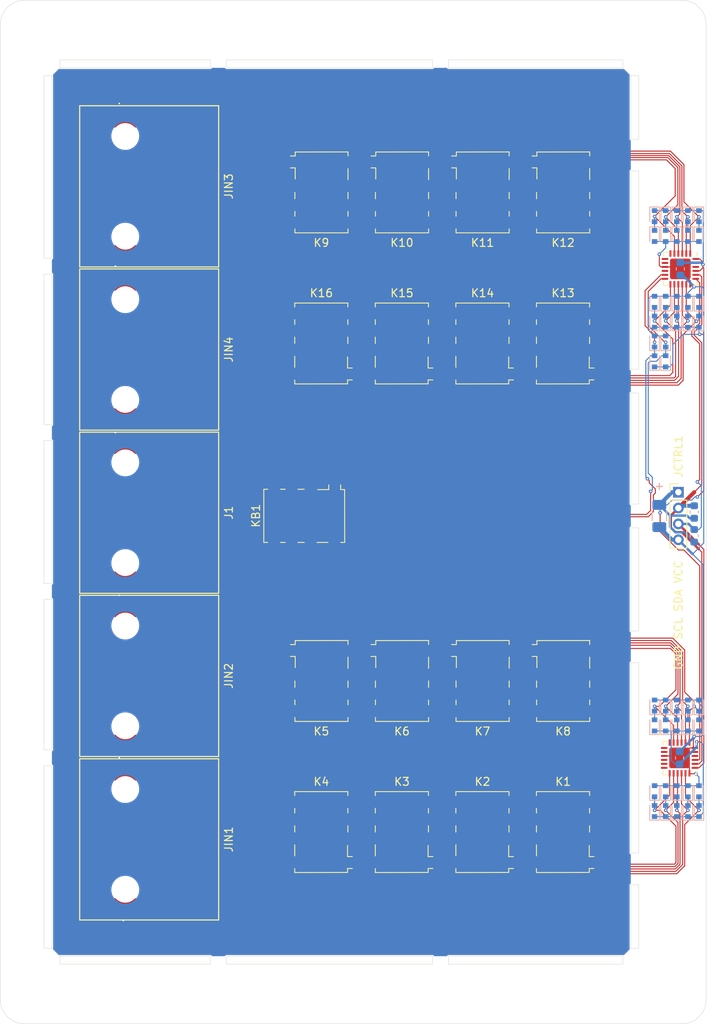
<source format=kicad_pcb>
(kicad_pcb (version 20171130) (host pcbnew "(5.1.0)-1")
  (layers (0 F.Cu signal) (31 B.Cu signal) (34 B.Paste user) (35 F.Paste user) (36 B.SilkS user) (37 F.SilkS user) (38 B.Mask user) (39 F.Mask user) (44 Edge.Cuts user))
  (net 0 "")
  (net 1 GNDA)
  (net 2 "Net-(J1-Pad8)")
  (net 3 "Net-(J1-Pad7)")
  (net 4 /CHB_N)
  (net 5 /CHB_P)
  (net 6 /CHA_N)
  (net 7 /CHA_P)
  (net 8 "Net-(J1-Pad2)")
  (net 9 "Net-(J1-Pad1)")
  (net 10 /cha_0_3/CH3_N)
  (net 11 /cha_0_3/CH3_P)
  (net 12 /cha_0_3/CH2_N)
  (net 13 /cha_0_3/CH2_P)
  (net 14 /cha_0_3/CH1_N)
  (net 15 /cha_0_3/CH1_P)
  (net 16 /cha_0_3/CH0_N)
  (net 17 /cha_0_3/CH0_P)
  (net 18 /cha_4_7/CH3_N)
  (net 19 /cha_4_7/CH3_P)
  (net 20 /cha_4_7/CH2_N)
  (net 21 /cha_4_7/CH2_P)
  (net 22 /cha_4_7/CH1_N)
  (net 23 /cha_4_7/CH1_P)
  (net 24 /cha_4_7/CH0_N)
  (net 25 /cha_4_7/CH0_P)
  (net 26 /chb_0_3/CH3_N)
  (net 27 /chb_0_3/CH3_P)
  (net 28 /chb_0_3/CH2_N)
  (net 29 /chb_0_3/CH2_P)
  (net 30 /chb_0_3/CH1_N)
  (net 31 /chb_0_3/CH1_P)
  (net 32 /chb_0_3/CH0_N)
  (net 33 /chb_0_3/CH0_P)
  (net 34 /chb_4_7/CH3_N)
  (net 35 /chb_4_7/CH3_P)
  (net 36 /chb_4_7/CH2_N)
  (net 37 /chb_4_7/CH2_P)
  (net 38 /chb_4_7/CH1_N)
  (net 39 /chb_4_7/CH1_P)
  (net 40 /chb_4_7/CH0_N)
  (net 41 /chb_4_7/CH0_P)
  (net 42 /SW3)
  (net 43 "Net-(K1-Pad2)")
  (net 44 "Net-(K1-Pad7)")
  (net 45 /SW2)
  (net 46 "Net-(K2-Pad2)")
  (net 47 "Net-(K2-Pad7)")
  (net 48 /SW1)
  (net 49 "Net-(K3-Pad2)")
  (net 50 "Net-(K3-Pad7)")
  (net 51 /SW0)
  (net 52 "Net-(K4-Pad2)")
  (net 53 "Net-(K4-Pad7)")
  (net 54 "Net-(K5-Pad2)")
  (net 55 "Net-(K5-Pad7)")
  (net 56 "Net-(K6-Pad2)")
  (net 57 "Net-(K6-Pad7)")
  (net 58 "Net-(K7-Pad2)")
  (net 59 "Net-(K7-Pad7)")
  (net 60 "Net-(K8-Pad2)")
  (net 61 "Net-(K8-Pad7)")
  (net 62 "Net-(K9-Pad2)")
  (net 63 "Net-(K9-Pad7)")
  (net 64 "Net-(K10-Pad2)")
  (net 65 "Net-(K10-Pad7)")
  (net 66 "Net-(K11-Pad2)")
  (net 67 "Net-(K11-Pad7)")
  (net 68 "Net-(K12-Pad2)")
  (net 69 "Net-(K12-Pad7)")
  (net 70 "Net-(K13-Pad2)")
  (net 71 "Net-(K13-Pad7)")
  (net 72 "Net-(K14-Pad2)")
  (net 73 "Net-(K14-Pad7)")
  (net 74 "Net-(K15-Pad2)")
  (net 75 "Net-(K15-Pad7)")
  (net 76 "Net-(K16-Pad2)")
  (net 77 "Net-(K16-Pad7)")
  (net 78 "Net-(KB1-Pad2)")
  (net 79 "Net-(KB1-Pad7)")
  (net 80 /SWCOMB)
  (net 81 /SWCOMB_COM)
  (net 82 GNDD)
  (net 83 +3V3)
  (net 84 /SW8)
  (net 85 /SW9)
  (net 86 /SW10)
  (net 87 /SW11)
  (net 88 /SW12)
  (net 89 /SW4)
  (net 90 /SW13)
  (net 91 /SW5)
  (net 92 /SW14)
  (net 93 /SW6)
  (net 94 /SW15)
  (net 95 /SW7)
  (net 96 /SCL)
  (net 97 /SDA)
  (net 98 "Net-(U1-Pad22)")
  (net 99 "Net-(U2-Pad22)")
  (net 100 "Net-(U1-Pad6)")
  (net 101 "Net-(U2-Pad12)")
  (net 102 "Net-(U1-Pad10)")
  (net 103 "Net-(U1-Pad8)")
  (net 104 "Net-(U1-Pad7)")
  (net 105 "Net-(U2-Pad11)")
  (net 106 "Net-(U2-Pad10)")
  (net 107 "Net-(U2-Pad8)")
  (net 108 "Net-(U2-Pad7)")
  (net 109 "Net-(U2-Pad6)")
  (net 110 /CHB_COM1)
  (net 111 /CHB_COM2)
  (net 112 /CHA_COM2)
  (net 113 /CHA_COM1)
  (module Diode_SMD:D_SOD-523 (layer B.Cu) (at 137.4 71.5 90)
    (fp_text reference D44 hide)
    (fp_text value D_Small)
    (pad 1 smd rect (at -0.7 0 270) (size 0.6 0.7) (layers B.Cu B.Paste B.Mask) (net 80 /SWCOMB))
    (pad 2 smd rect (at 0.7 0 270) (size 0.6 0.7) (layers B.Cu B.Paste B.Mask) (net 82 GNDD))
  )
  (module Diode_SMD:D_SOD-523 (layer B.Cu) (at 137.4 74 90)
    (fp_text reference D43 hide)
    (fp_text value D_Small)
    (pad 1 smd rect (at -0.7 0 270) (size 0.6 0.7) (layers B.Cu B.Paste B.Mask) (net 83 +3V3))
    (pad 2 smd rect (at 0.7 0 270) (size 0.6 0.7) (layers B.Cu B.Paste B.Mask) (net 80 /SWCOMB))
  )
  (module Diode_SMD:D_SOD-523 (layer B.Cu) (at 136 71.5 90)
    (fp_text reference D42 hide)
    (fp_text value D_Small)
    (pad 2 smd rect (at 0.7 0 270) (size 0.6 0.7) (layers B.Cu B.Paste B.Mask) (net 82 GNDD))
    (pad 1 smd rect (at -0.7 0 270) (size 0.6 0.7) (layers B.Cu B.Paste B.Mask) (net 81 /SWCOMB_COM))
  )
  (module Diode_SMD:D_SOD-523 (layer B.Cu) (at 136 74 90)
    (fp_text reference D41 hide)
    (fp_text value D_Small)
    (pad 1 smd rect (at -0.7 0 270) (size 0.6 0.7) (layers B.Cu B.Paste B.Mask) (net 83 +3V3))
    (pad 2 smd rect (at 0.7 0 270) (size 0.6 0.7) (layers B.Cu B.Paste B.Mask) (net 81 /SWCOMB_COM))
  )
  (module Diode_SMD:D_SOD-523 (layer B.Cu) (at 137.4 130.7 90)
    (fp_text reference D23 hide)
    (fp_text value D_Small)
    (pad 1 smd rect (at -0.7 0 270) (size 0.6 0.7) (layers B.Cu B.Paste B.Mask) (net 83 +3V3))
    (pad 2 smd rect (at 0.7 0 270) (size 0.6 0.7) (layers B.Cu B.Paste B.Mask) (net 42 /SW3))
  )
  (module Diode_SMD:D_SOD-523 (layer B.Cu) (at 136 128.2 90)
    (fp_text reference D40 hide)
    (fp_text value D_Small)
    (pad 1 smd rect (at -0.7 0 270) (size 0.6 0.7) (layers B.Cu B.Paste B.Mask) (net 113 /CHA_COM1))
    (pad 2 smd rect (at 0.7 0 270) (size 0.6 0.7) (layers B.Cu B.Paste B.Mask) (net 82 GNDD))
  )
  (module Diode_SMD:D_SOD-523 (layer B.Cu) (at 136 130.7 90)
    (fp_text reference D39 hide)
    (fp_text value D_Small)
    (pad 1 smd rect (at -0.7 0 270) (size 0.6 0.7) (layers B.Cu B.Paste B.Mask) (net 83 +3V3))
    (pad 2 smd rect (at 0.7 0 270) (size 0.6 0.7) (layers B.Cu B.Paste B.Mask) (net 113 /CHA_COM1))
  )
  (module Diode_SMD:D_SOD-523 (layer B.Cu) (at 136 58.2 270)
    (fp_text reference D38 hide)
    (fp_text value D_Small)
    (pad 1 smd rect (at -0.7 0 90) (size 0.6 0.7) (layers B.Cu B.Paste B.Mask) (net 110 /CHB_COM1))
    (pad 2 smd rect (at 0.7 0 90) (size 0.6 0.7) (layers B.Cu B.Paste B.Mask) (net 82 GNDD))
  )
  (module Diode_SMD:D_SOD-523 (layer B.Cu) (at 136 55.7 270)
    (fp_text reference D37 hide)
    (fp_text value D_Small)
    (pad 1 smd rect (at -0.7 0 90) (size 0.6 0.7) (layers B.Cu B.Paste B.Mask) (net 83 +3V3))
    (pad 2 smd rect (at 0.7 0 90) (size 0.6 0.7) (layers B.Cu B.Paste B.Mask) (net 110 /CHB_COM1))
  )
  (module Diode_SMD:D_SOD-523 (layer B.Cu) (at 137.4 58.2 270)
    (fp_text reference D14 hide)
    (fp_text value D_Small)
    (pad 1 smd rect (at -0.7 0 90) (size 0.6 0.7) (layers B.Cu B.Paste B.Mask) (net 84 /SW8))
    (pad 2 smd rect (at 0.7 0 90) (size 0.6 0.7) (layers B.Cu B.Paste B.Mask) (net 82 GNDD))
  )
  (module Package_DFN_QFN:QFN-24-1EP_4x4mm_P0.5mm_EP2.6x2.6mm (layer F.Cu) (at 139.15 124 270)
    (fp_text reference U2 hide)
    (fp_text value TCA9535RTWR)
    (pad 24 smd roundrect (at -1.25 -1.9375 270) (size 0.25 0.825) (layers F.Cu F.Paste F.Mask) (net 82 GNDD))
    (pad 23 smd roundrect (at -0.75 -1.9375 270) (size 0.25 0.825) (layers F.Cu F.Paste F.Mask) (net 82 GNDD))
    (pad 22 smd roundrect (at -0.25 -1.9375 270) (size 0.25 0.825) (layers F.Cu F.Paste F.Mask) (net 99 "Net-(U2-Pad22)"))
    (pad 21 smd roundrect (at 0.25 -1.9375 270) (size 0.25 0.825) (layers F.Cu F.Paste F.Mask) (net 83 +3V3))
    (pad 20 smd roundrect (at 0.75 -1.9375 270) (size 0.25 0.825) (layers F.Cu F.Paste F.Mask) (net 97 /SDA))
    (pad 19 smd roundrect (at 1.25 -1.9375 270) (size 0.25 0.825) (layers F.Cu F.Paste F.Mask) (net 96 /SCL))
    (pad 18 smd roundrect (at 1.9375 -1.25 270) (size 0.825 0.25) (layers F.Cu F.Paste F.Mask) (net 82 GNDD))
    (pad 17 smd roundrect (at 1.9375 -0.75 270) (size 0.825 0.25) (layers F.Cu F.Paste F.Mask) (net 51 /SW0))
    (pad 16 smd roundrect (at 1.9375 -0.25 270) (size 0.825 0.25) (layers F.Cu F.Paste F.Mask) (net 48 /SW1))
    (pad 15 smd roundrect (at 1.9375 0.25 270) (size 0.825 0.25) (layers F.Cu F.Paste F.Mask) (net 45 /SW2))
    (pad 14 smd roundrect (at 1.9375 0.75 270) (size 0.825 0.25) (layers F.Cu F.Paste F.Mask) (net 42 /SW3))
    (pad 13 smd roundrect (at 1.9375 1.25 270) (size 0.825 0.25) (layers F.Cu F.Paste F.Mask) (net 113 /CHA_COM1))
    (pad 12 smd roundrect (at 1.25 1.9375 270) (size 0.25 0.825) (layers F.Cu F.Paste F.Mask) (net 101 "Net-(U2-Pad12)"))
    (pad 11 smd roundrect (at 0.75 1.9375 270) (size 0.25 0.825) (layers F.Cu F.Paste F.Mask) (net 105 "Net-(U2-Pad11)"))
    (pad 10 smd roundrect (at 0.25 1.9375 270) (size 0.25 0.825) (layers F.Cu F.Paste F.Mask) (net 106 "Net-(U2-Pad10)"))
    (pad 9 smd roundrect (at -0.25 1.9375 270) (size 0.25 0.825) (layers F.Cu F.Paste F.Mask) (net 82 GNDD))
    (pad 8 smd roundrect (at -0.75 1.9375 270) (size 0.25 0.825) (layers F.Cu F.Paste F.Mask) (net 107 "Net-(U2-Pad8)"))
    (pad 7 smd roundrect (at -1.25 1.9375 270) (size 0.25 0.825) (layers F.Cu F.Paste F.Mask) (net 108 "Net-(U2-Pad7)"))
    (pad 6 smd roundrect (at -1.9375 1.25 270) (size 0.825 0.25) (layers F.Cu F.Paste F.Mask) (net 109 "Net-(U2-Pad6)"))
    (pad 5 smd roundrect (at -1.9375 0.75 270) (size 0.825 0.25) (layers F.Cu F.Paste F.Mask) (net 112 /CHA_COM2))
    (pad 4 smd roundrect (at -1.9375 0.25 270) (size 0.825 0.25) (layers F.Cu F.Paste F.Mask) (net 89 /SW4))
    (pad 3 smd roundrect (at -1.9375 -0.25 270) (size 0.825 0.25) (layers F.Cu F.Paste F.Mask) (net 91 /SW5))
    (pad 2 smd roundrect (at -1.9375 -0.75 270) (size 0.825 0.25) (layers F.Cu F.Paste F.Mask) (net 93 /SW6))
    (pad 1 smd roundrect (at -1.9375 -1.25 270) (size 0.825 0.25) (layers F.Cu F.Paste F.Mask) (net 95 /SW7))
    (pad 25 smd roundrect (at 0 0 270) (size 2.6 2.6) (layers F.Cu F.Mask) (roundrect_rratio 0.096154) (net 82 GNDD))
  )
  (module Package_DFN_QFN:QFN-24-1EP_4x4mm_P0.5mm_EP2.6x2.6mm (layer F.Cu) (at 139.25 62.35 270)
    (fp_text reference U1 hide)
    (fp_text value TCA9535RTWR)
    (pad 24 smd roundrect (at -1.25 -1.9375 270) (size 0.25 0.825) (layers F.Cu F.Paste F.Mask) (net 83 +3V3))
    (pad 23 smd roundrect (at -0.75 -1.9375 270) (size 0.25 0.825) (layers F.Cu F.Paste F.Mask) (net 82 GNDD))
    (pad 22 smd roundrect (at -0.25 -1.9375 270) (size 0.25 0.825) (layers F.Cu F.Paste F.Mask) (net 98 "Net-(U1-Pad22)"))
    (pad 21 smd roundrect (at 0.25 -1.9375 270) (size 0.25 0.825) (layers F.Cu F.Paste F.Mask) (net 83 +3V3))
    (pad 20 smd roundrect (at 0.75 -1.9375 270) (size 0.25 0.825) (layers F.Cu F.Paste F.Mask) (net 97 /SDA))
    (pad 19 smd roundrect (at 1.25 -1.9375 270) (size 0.25 0.825) (layers F.Cu F.Paste F.Mask) (net 96 /SCL))
    (pad 18 smd roundrect (at 1.9375 -1.25 270) (size 0.825 0.25) (layers F.Cu F.Paste F.Mask) (net 82 GNDD))
    (pad 17 smd roundrect (at 1.9375 -0.75 270) (size 0.825 0.25) (layers F.Cu F.Paste F.Mask) (net 88 /SW12))
    (pad 16 smd roundrect (at 1.9375 -0.25 270) (size 0.825 0.25) (layers F.Cu F.Paste F.Mask) (net 90 /SW13))
    (pad 15 smd roundrect (at 1.9375 0.25 270) (size 0.825 0.25) (layers F.Cu F.Paste F.Mask) (net 92 /SW14))
    (pad 14 smd roundrect (at 1.9375 0.75 270) (size 0.825 0.25) (layers F.Cu F.Paste F.Mask) (net 94 /SW15))
    (pad 13 smd roundrect (at 1.9375 1.25 270) (size 0.825 0.25) (layers F.Cu F.Paste F.Mask) (net 111 /CHB_COM2))
    (pad 12 smd roundrect (at 1.25 1.9375 270) (size 0.25 0.825) (layers F.Cu F.Paste F.Mask) (net 80 /SWCOMB))
    (pad 11 smd roundrect (at 0.75 1.9375 270) (size 0.25 0.825) (layers F.Cu F.Paste F.Mask) (net 81 /SWCOMB_COM))
    (pad 10 smd roundrect (at 0.25 1.9375 270) (size 0.25 0.825) (layers F.Cu F.Paste F.Mask) (net 102 "Net-(U1-Pad10)"))
    (pad 9 smd roundrect (at -0.25 1.9375 270) (size 0.25 0.825) (layers F.Cu F.Paste F.Mask) (net 82 GNDD))
    (pad 8 smd roundrect (at -0.75 1.9375 270) (size 0.25 0.825) (layers F.Cu F.Paste F.Mask) (net 103 "Net-(U1-Pad8)"))
    (pad 7 smd roundrect (at -1.25 1.9375 270) (size 0.25 0.825) (layers F.Cu F.Paste F.Mask) (net 104 "Net-(U1-Pad7)"))
    (pad 6 smd roundrect (at -1.9375 1.25 270) (size 0.825 0.25) (layers F.Cu F.Paste F.Mask) (net 100 "Net-(U1-Pad6)"))
    (pad 5 smd roundrect (at -1.9375 0.75 270) (size 0.825 0.25) (layers F.Cu F.Paste F.Mask) (net 110 /CHB_COM1))
    (pad 4 smd roundrect (at -1.9375 0.25 270) (size 0.825 0.25) (layers F.Cu F.Paste F.Mask) (net 84 /SW8))
    (pad 3 smd roundrect (at -1.9375 -0.25 270) (size 0.825 0.25) (layers F.Cu F.Paste F.Mask) (net 85 /SW9))
    (pad 2 smd roundrect (at -1.9375 -0.75 270) (size 0.825 0.25) (layers F.Cu F.Paste F.Mask) (net 86 /SW10))
    (pad 1 smd roundrect (at -1.9375 -1.25 270) (size 0.825 0.25) (layers F.Cu F.Paste F.Mask) (net 87 /SW11))
    (pad 25 smd roundrect (at 0 0 270) (size 2.6 2.6) (layers F.Cu F.Mask) (roundrect_rratio 0.096154) (net 82 GNDD))
  )
  (module Resistor_SMD:R_0603_1608Metric (layer B.Cu) (at 141 96 90)
    (fp_text reference R2 hide)
    (fp_text value 100k)
    (pad 2 smd roundrect (at 0.7875 0 90) (size 0.875 0.95) (layers B.Cu B.Paste B.Mask) (net 96 /SCL))
    (pad 1 smd roundrect (at -0.7875 0 90) (size 0.875 0.95) (layers B.Cu B.Paste B.Mask) (net 83 +3V3))
  )
  (module Resistor_SMD:R_0603_1608Metric (layer B.Cu) (at 141 93 90)
    (fp_text reference R1 hide)
    (fp_text value 100k)
    (pad 2 smd roundrect (at 0.7875 0 90) (size 0.875 0.95) (layers B.Cu B.Paste B.Mask) (net 97 /SDA))
    (pad 1 smd roundrect (at -0.7875 0 90) (size 0.875 0.95) (layers B.Cu B.Paste B.Mask) (net 83 +3V3))
  )
  (module Connector_PinHeader_2.00mm:PinHeader_1x04_P2.00mm_Vertical (layer F.Cu) (at 139 90.5)
    (fp_text reference JCTRL1 (at 0 -4.5 90) (layer F.SilkS))
    (fp_text value Conn_01x04)
    (pad 4 thru_hole oval (at 0 6) (size 1.35 1.35) (drill 0.8) (layers *.Cu *.Mask) (net 82 GNDD))
    (pad 3 thru_hole oval (at 0 4) (size 1.35 1.35) (drill 0.8) (layers *.Cu *.Mask) (net 96 /SCL))
    (pad 2 thru_hole oval (at 0 2) (size 1.35 1.35) (drill 0.8) (layers *.Cu *.Mask) (net 97 /SDA))
    (pad 1 thru_hole rect (at 0 0) (size 1.35 1.35) (drill 0.8) (layers *.Cu *.Mask) (net 83 +3V3))
  )
  (module Diode_SMD:D_SOD-523 (layer B.Cu) (at 141.6 128.2 90)
    (fp_text reference D36 hide)
    (fp_text value D_Small)
    (pad 1 smd rect (at -0.7 0 270) (size 0.6 0.7) (layers B.Cu B.Paste B.Mask) (net 51 /SW0))
    (pad 2 smd rect (at 0.7 0 270) (size 0.6 0.7) (layers B.Cu B.Paste B.Mask) (net 82 GNDD))
  )
  (module Diode_SMD:D_SOD-523 (layer B.Cu) (at 141.6 130.7 90)
    (fp_text reference D35 hide)
    (fp_text value D_Small)
    (pad 1 smd rect (at -0.7 0 270) (size 0.6 0.7) (layers B.Cu B.Paste B.Mask) (net 83 +3V3))
    (pad 2 smd rect (at 0.7 0 270) (size 0.6 0.7) (layers B.Cu B.Paste B.Mask) (net 51 /SW0))
  )
  (module Diode_SMD:D_SOD-523 (layer B.Cu) (at 141.6 66.5 90)
    (fp_text reference D34 hide)
    (fp_text value D_Small)
    (pad 1 smd rect (at -0.7 0 270) (size 0.6 0.7) (layers B.Cu B.Paste B.Mask) (net 88 /SW12))
    (pad 2 smd rect (at 0.7 0 270) (size 0.6 0.7) (layers B.Cu B.Paste B.Mask) (net 82 GNDD))
  )
  (module Diode_SMD:D_SOD-523 (layer B.Cu) (at 141.6 69 90)
    (fp_text reference D33 hide)
    (fp_text value D_Small)
    (pad 1 smd rect (at -0.7 0 270) (size 0.6 0.7) (layers B.Cu B.Paste B.Mask) (net 83 +3V3))
    (pad 2 smd rect (at 0.7 0 270) (size 0.6 0.7) (layers B.Cu B.Paste B.Mask) (net 88 /SW12))
  )
  (module Diode_SMD:D_SOD-523 (layer B.Cu) (at 140.2 128.2 90)
    (fp_text reference D32 hide)
    (fp_text value D_Small)
    (pad 1 smd rect (at -0.7 0 270) (size 0.6 0.7) (layers B.Cu B.Paste B.Mask) (net 48 /SW1))
    (pad 2 smd rect (at 0.7 0 270) (size 0.6 0.7) (layers B.Cu B.Paste B.Mask) (net 82 GNDD))
  )
  (module Diode_SMD:D_SOD-523 (layer B.Cu) (at 140.2 130.7 90)
    (fp_text reference D31 hide)
    (fp_text value D_Small)
    (pad 1 smd rect (at -0.7 0 270) (size 0.6 0.7) (layers B.Cu B.Paste B.Mask) (net 83 +3V3))
    (pad 2 smd rect (at 0.7 0 270) (size 0.6 0.7) (layers B.Cu B.Paste B.Mask) (net 48 /SW1))
  )
  (module Diode_SMD:D_SOD-523 (layer B.Cu) (at 140.2 66.5 90)
    (fp_text reference D30 hide)
    (fp_text value D_Small)
    (pad 1 smd rect (at -0.7 0 270) (size 0.6 0.7) (layers B.Cu B.Paste B.Mask) (net 90 /SW13))
    (pad 2 smd rect (at 0.7 0 270) (size 0.6 0.7) (layers B.Cu B.Paste B.Mask) (net 82 GNDD))
  )
  (module Diode_SMD:D_SOD-523 (layer B.Cu) (at 140.2 69 90)
    (fp_text reference D29 hide)
    (fp_text value D_Small)
    (pad 1 smd rect (at -0.7 0 270) (size 0.6 0.7) (layers B.Cu B.Paste B.Mask) (net 83 +3V3))
    (pad 2 smd rect (at 0.7 0 270) (size 0.6 0.7) (layers B.Cu B.Paste B.Mask) (net 90 /SW13))
  )
  (module Diode_SMD:D_SOD-523 (layer B.Cu) (at 138.8 128.2 90)
    (fp_text reference D28 hide)
    (fp_text value D_Small)
    (pad 1 smd rect (at -0.7 0 270) (size 0.6 0.7) (layers B.Cu B.Paste B.Mask) (net 45 /SW2))
    (pad 2 smd rect (at 0.7 0 270) (size 0.6 0.7) (layers B.Cu B.Paste B.Mask) (net 82 GNDD))
  )
  (module Diode_SMD:D_SOD-523 (layer B.Cu) (at 138.8 130.7 90)
    (fp_text reference D27 hide)
    (fp_text value D_Small)
    (pad 1 smd rect (at -0.7 0 270) (size 0.6 0.7) (layers B.Cu B.Paste B.Mask) (net 83 +3V3))
    (pad 2 smd rect (at 0.7 0 270) (size 0.6 0.7) (layers B.Cu B.Paste B.Mask) (net 45 /SW2))
  )
  (module Diode_SMD:D_SOD-523 (layer B.Cu) (at 138.8 66.5 90)
    (fp_text reference D26 hide)
    (fp_text value D_Small)
    (pad 1 smd rect (at -0.7 0 270) (size 0.6 0.7) (layers B.Cu B.Paste B.Mask) (net 92 /SW14))
    (pad 2 smd rect (at 0.7 0 270) (size 0.6 0.7) (layers B.Cu B.Paste B.Mask) (net 82 GNDD))
  )
  (module Diode_SMD:D_SOD-523 (layer B.Cu) (at 138.8 69 90)
    (fp_text reference D25 hide)
    (fp_text value D_Small)
    (pad 1 smd rect (at -0.7 0 270) (size 0.6 0.7) (layers B.Cu B.Paste B.Mask) (net 83 +3V3))
    (pad 2 smd rect (at 0.7 0 270) (size 0.6 0.7) (layers B.Cu B.Paste B.Mask) (net 92 /SW14))
  )
  (module Diode_SMD:D_SOD-523 (layer B.Cu) (at 137.4 128.2 90)
    (fp_text reference D24 hide)
    (fp_text value D_Small)
    (pad 1 smd rect (at -0.7 0 270) (size 0.6 0.7) (layers B.Cu B.Paste B.Mask) (net 42 /SW3))
    (pad 2 smd rect (at 0.7 0 270) (size 0.6 0.7) (layers B.Cu B.Paste B.Mask) (net 82 GNDD))
  )
  (module Diode_SMD:D_SOD-523 (layer B.Cu) (at 137.4 66.5 90)
    (fp_text reference D22 hide)
    (fp_text value D_Small)
    (pad 1 smd rect (at -0.7 0 270) (size 0.6 0.7) (layers B.Cu B.Paste B.Mask) (net 94 /SW15))
    (pad 2 smd rect (at 0.7 0 270) (size 0.6 0.7) (layers B.Cu B.Paste B.Mask) (net 82 GNDD))
  )
  (module Diode_SMD:D_SOD-523 (layer B.Cu) (at 137.4 69 90)
    (fp_text reference D21 hide)
    (fp_text value D_Small)
    (pad 1 smd rect (at -0.7 0 270) (size 0.6 0.7) (layers B.Cu B.Paste B.Mask) (net 83 +3V3))
    (pad 2 smd rect (at 0.7 0 270) (size 0.6 0.7) (layers B.Cu B.Paste B.Mask) (net 94 /SW15))
  )
  (module Diode_SMD:D_SOD-523 (layer B.Cu) (at 136 117.4 90)
    (fp_text reference D20 hide)
    (fp_text value D_Small)
    (pad 1 smd rect (at -0.7 0 270) (size 0.6 0.7) (layers B.Cu B.Paste B.Mask) (net 112 /CHA_COM2))
    (pad 2 smd rect (at 0.7 0 270) (size 0.6 0.7) (layers B.Cu B.Paste B.Mask) (net 82 GNDD))
  )
  (module Diode_SMD:D_SOD-523 (layer B.Cu) (at 136 119.9 90)
    (fp_text reference D19 hide)
    (fp_text value D_Small)
    (pad 1 smd rect (at -0.7 0 270) (size 0.6 0.7) (layers B.Cu B.Paste B.Mask) (net 83 +3V3))
    (pad 2 smd rect (at 0.7 0 270) (size 0.6 0.7) (layers B.Cu B.Paste B.Mask) (net 112 /CHA_COM2))
  )
  (module Diode_SMD:D_SOD-523 (layer B.Cu) (at 136 66.5 90)
    (fp_text reference D18 hide)
    (fp_text value D_Small)
    (pad 1 smd rect (at -0.7 0 270) (size 0.6 0.7) (layers B.Cu B.Paste B.Mask) (net 111 /CHB_COM2))
    (pad 2 smd rect (at 0.7 0 270) (size 0.6 0.7) (layers B.Cu B.Paste B.Mask) (net 82 GNDD))
  )
  (module Diode_SMD:D_SOD-523 (layer B.Cu) (at 136 69 90)
    (fp_text reference D17 hide)
    (fp_text value D_Small)
    (pad 1 smd rect (at -0.7 0 270) (size 0.6 0.7) (layers B.Cu B.Paste B.Mask) (net 83 +3V3))
    (pad 2 smd rect (at 0.7 0 270) (size 0.6 0.7) (layers B.Cu B.Paste B.Mask) (net 111 /CHB_COM2))
  )
  (module Diode_SMD:D_SOD-523 (layer B.Cu) (at 137.4 117.4 90)
    (fp_text reference D16 hide)
    (fp_text value D_Small)
    (pad 1 smd rect (at -0.7 0 270) (size 0.6 0.7) (layers B.Cu B.Paste B.Mask) (net 89 /SW4))
    (pad 2 smd rect (at 0.7 0 270) (size 0.6 0.7) (layers B.Cu B.Paste B.Mask) (net 82 GNDD))
  )
  (module Diode_SMD:D_SOD-523 (layer B.Cu) (at 137.4 119.9 90)
    (fp_text reference D15 hide)
    (fp_text value D_Small)
    (pad 1 smd rect (at -0.7 0 270) (size 0.6 0.7) (layers B.Cu B.Paste B.Mask) (net 83 +3V3))
    (pad 2 smd rect (at 0.7 0 270) (size 0.6 0.7) (layers B.Cu B.Paste B.Mask) (net 89 /SW4))
  )
  (module Diode_SMD:D_SOD-523 (layer B.Cu) (at 137.4 55.7 270)
    (fp_text reference D13 hide)
    (fp_text value D_Small)
    (pad 1 smd rect (at -0.7 0 90) (size 0.6 0.7) (layers B.Cu B.Paste B.Mask) (net 83 +3V3))
    (pad 2 smd rect (at 0.7 0 90) (size 0.6 0.7) (layers B.Cu B.Paste B.Mask) (net 84 /SW8))
  )
  (module Diode_SMD:D_SOD-523 (layer B.Cu) (at 138.8 117.4 90)
    (fp_text reference D12 hide)
    (fp_text value D_Small)
    (pad 1 smd rect (at -0.7 0 270) (size 0.6 0.7) (layers B.Cu B.Paste B.Mask) (net 91 /SW5))
    (pad 2 smd rect (at 0.7 0 270) (size 0.6 0.7) (layers B.Cu B.Paste B.Mask) (net 82 GNDD))
  )
  (module Diode_SMD:D_SOD-523 (layer B.Cu) (at 138.8 119.9 90)
    (fp_text reference D11 hide)
    (fp_text value D_Small)
    (pad 1 smd rect (at -0.7 0 270) (size 0.6 0.7) (layers B.Cu B.Paste B.Mask) (net 83 +3V3))
    (pad 2 smd rect (at 0.7 0 270) (size 0.6 0.7) (layers B.Cu B.Paste B.Mask) (net 91 /SW5))
  )
  (module Diode_SMD:D_SOD-523 (layer B.Cu) (at 138.8 58.2 270)
    (fp_text reference D10 hide)
    (fp_text value D_Small)
    (pad 1 smd rect (at -0.7 0 90) (size 0.6 0.7) (layers B.Cu B.Paste B.Mask) (net 85 /SW9))
    (pad 2 smd rect (at 0.7 0 90) (size 0.6 0.7) (layers B.Cu B.Paste B.Mask) (net 82 GNDD))
  )
  (module Diode_SMD:D_SOD-523 (layer B.Cu) (at 138.8 55.7 270)
    (fp_text reference D9 hide)
    (fp_text value D_Small)
    (pad 1 smd rect (at -0.7 0 90) (size 0.6 0.7) (layers B.Cu B.Paste B.Mask) (net 83 +3V3))
    (pad 2 smd rect (at 0.7 0 90) (size 0.6 0.7) (layers B.Cu B.Paste B.Mask) (net 85 /SW9))
  )
  (module Diode_SMD:D_SOD-523 (layer B.Cu) (at 140.2 117.4 90)
    (fp_text reference D8 hide)
    (fp_text value D_Small)
    (pad 1 smd rect (at -0.7 0 270) (size 0.6 0.7) (layers B.Cu B.Paste B.Mask) (net 93 /SW6))
    (pad 2 smd rect (at 0.7 0 270) (size 0.6 0.7) (layers B.Cu B.Paste B.Mask) (net 82 GNDD))
  )
  (module Diode_SMD:D_SOD-523 (layer B.Cu) (at 140.2 119.9 90)
    (fp_text reference D7 hide)
    (fp_text value D_Small)
    (pad 1 smd rect (at -0.7 0 270) (size 0.6 0.7) (layers B.Cu B.Paste B.Mask) (net 83 +3V3))
    (pad 2 smd rect (at 0.7 0 270) (size 0.6 0.7) (layers B.Cu B.Paste B.Mask) (net 93 /SW6))
  )
  (module Diode_SMD:D_SOD-523 (layer B.Cu) (at 140.2 58.2 270)
    (fp_text reference D6 hide)
    (fp_text value D_Small)
    (pad 1 smd rect (at -0.7 0 90) (size 0.6 0.7) (layers B.Cu B.Paste B.Mask) (net 86 /SW10))
    (pad 2 smd rect (at 0.7 0 90) (size 0.6 0.7) (layers B.Cu B.Paste B.Mask) (net 82 GNDD))
  )
  (module Diode_SMD:D_SOD-523 (layer B.Cu) (at 140.2 55.7 270)
    (fp_text reference D5 hide)
    (fp_text value D_Small)
    (pad 1 smd rect (at -0.7 0 90) (size 0.6 0.7) (layers B.Cu B.Paste B.Mask) (net 83 +3V3))
    (pad 2 smd rect (at 0.7 0 90) (size 0.6 0.7) (layers B.Cu B.Paste B.Mask) (net 86 /SW10))
  )
  (module Diode_SMD:D_SOD-523 (layer B.Cu) (at 141.6 117.4 90)
    (fp_text reference D4 hide)
    (fp_text value D_Small)
    (pad 1 smd rect (at -0.7 0 270) (size 0.6 0.7) (layers B.Cu B.Paste B.Mask) (net 95 /SW7))
    (pad 2 smd rect (at 0.7 0 270) (size 0.6 0.7) (layers B.Cu B.Paste B.Mask) (net 82 GNDD))
  )
  (module Diode_SMD:D_SOD-523 (layer B.Cu) (at 141.6 119.9 90)
    (fp_text reference D3 hide)
    (fp_text value D_Small)
    (pad 1 smd rect (at -0.7 0 270) (size 0.6 0.7) (layers B.Cu B.Paste B.Mask) (net 83 +3V3))
    (pad 2 smd rect (at 0.7 0 270) (size 0.6 0.7) (layers B.Cu B.Paste B.Mask) (net 95 /SW7))
  )
  (module Diode_SMD:D_SOD-523 (layer B.Cu) (at 141.6 58.2 270)
    (fp_text reference D2 hide)
    (fp_text value D_Small)
    (pad 1 smd rect (at -0.7 0 90) (size 0.6 0.7) (layers B.Cu B.Paste B.Mask) (net 87 /SW11))
    (pad 2 smd rect (at 0.7 0 90) (size 0.6 0.7) (layers B.Cu B.Paste B.Mask) (net 82 GNDD))
  )
  (module Diode_SMD:D_SOD-523 (layer B.Cu) (at 141.6 55.7 270)
    (fp_text reference D1 hide)
    (fp_text value D_Small)
    (pad 1 smd rect (at -0.7 0 90) (size 0.6 0.7) (layers B.Cu B.Paste B.Mask) (net 83 +3V3))
    (pad 2 smd rect (at 0.7 0 90) (size 0.6 0.7) (layers B.Cu B.Paste B.Mask) (net 87 /SW11))
  )
  (module Capacitor_SMD:C_1206_3216Metric (layer B.Cu) (at 136.6 93.5 270)
    (fp_text reference C3 hide)
    (fp_text value 15u)
    (pad 2 smd roundrect (at 1.4 0 270) (size 1.25 1.75) (layers B.Cu B.Paste B.Mask) (roundrect_rratio 0.2) (net 82 GNDD))
    (pad 1 smd roundrect (at -1.4 0 270) (size 1.25 1.75) (layers B.Cu B.Paste B.Mask) (roundrect_rratio 0.2) (net 83 +3V3))
  )
  (module Capacitor_SMD:C_0603_1608Metric (layer B.Cu) (at 139.15 124 90)
    (fp_text reference C2 hide)
    (fp_text value 100n)
    (pad 2 smd roundrect (at 0.7875 0 90) (size 0.875 0.95) (layers B.Cu B.Paste B.Mask) (net 82 GNDD))
    (pad 1 smd roundrect (at -0.7875 0 90) (size 0.875 0.95) (layers B.Cu B.Paste B.Mask) (net 83 +3V3))
  )
  (module Capacitor_SMD:C_0603_1608Metric (layer B.Cu) (at 139.25 62.35 270)
    (fp_text reference C1 hide)
    (fp_text value 100n)
    (pad 2 smd roundrect (at 0.7875 0 270) (size 0.875 0.95) (layers B.Cu B.Paste B.Mask) (net 82 GNDD))
    (pad 1 smd roundrect (at -0.7875 0 270) (size 0.875 0.95) (layers B.Cu B.Paste B.Mask) (net 83 +3V3))
  )
  (module Relay_SMD:Relay_DPDT_Omron_G6K-2F-Y (layer F.Cu) (at 91.821 93.472 270)
    (fp_text reference KB1 (at 0 6.096 270) (layer F.SilkS))
    (fp_text value G6KU-2)
    (pad 1 smd rect (at -3.5 -3.8 270) (size 1.8 0.8) (layers F.Cu F.Paste F.Mask) (net 80 /SWCOMB))
    (pad 2 smd rect (at -3.5 -0.6 270) (size 1.8 0.8) (layers F.Cu F.Paste F.Mask) (net 78 "Net-(KB1-Pad2)"))
    (pad 3 smd rect (at -3.5 1.6 270) (size 1.8 0.8) (layers F.Cu F.Paste F.Mask) (net 4 /CHB_N))
    (pad 4 smd rect (at -3.5 3.8 270) (size 1.8 0.8) (layers F.Cu F.Paste F.Mask) (net 6 /CHA_N))
    (pad 5 smd rect (at 3.5 3.8 270) (size 1.8 0.8) (layers F.Cu F.Paste F.Mask) (net 7 /CHA_P))
    (pad 6 smd rect (at 3.5 1.6 270) (size 1.8 0.8) (layers F.Cu F.Paste F.Mask) (net 5 /CHB_P))
    (pad 7 smd rect (at 3.5 -0.6 270) (size 1.8 0.8) (layers F.Cu F.Paste F.Mask) (net 79 "Net-(KB1-Pad7)"))
    (pad 8 smd rect (at 3.5 -3.8 270) (size 1.8 0.8) (layers F.Cu F.Paste F.Mask) (net 81 /SWCOMB_COM))
  )
  (module Relay_SMD:Relay_DPDT_Omron_G6K-2F-Y (layer F.Cu) (at 93.98 71.755 180)
    (fp_text reference K16 (at 0 6.35 180) (layer F.SilkS))
    (fp_text value G6KU-2)
    (pad 1 smd rect (at -3.5 -3.8 180) (size 1.8 0.8) (layers F.Cu F.Paste F.Mask) (net 88 /SW12))
    (pad 2 smd rect (at -3.5 -0.6 180) (size 1.8 0.8) (layers F.Cu F.Paste F.Mask) (net 76 "Net-(K16-Pad2)"))
    (pad 3 smd rect (at -3.5 1.6 180) (size 1.8 0.8) (layers F.Cu F.Paste F.Mask) (net 4 /CHB_N))
    (pad 4 smd rect (at -3.5 3.8 180) (size 1.8 0.8) (layers F.Cu F.Paste F.Mask) (net 40 /chb_4_7/CH0_N))
    (pad 5 smd rect (at 3.5 3.8 180) (size 1.8 0.8) (layers F.Cu F.Paste F.Mask) (net 41 /chb_4_7/CH0_P))
    (pad 6 smd rect (at 3.5 1.6 180) (size 1.8 0.8) (layers F.Cu F.Paste F.Mask) (net 5 /CHB_P))
    (pad 7 smd rect (at 3.5 -0.6 180) (size 1.8 0.8) (layers F.Cu F.Paste F.Mask) (net 77 "Net-(K16-Pad7)"))
    (pad 8 smd rect (at 3.5 -3.8 180) (size 1.8 0.8) (layers F.Cu F.Paste F.Mask) (net 111 /CHB_COM2))
  )
  (module Relay_SMD:Relay_DPDT_Omron_G6K-2F-Y (layer F.Cu) (at 104.14 71.755 180)
    (fp_text reference K15 (at 0 6.35 180) (layer F.SilkS))
    (fp_text value G6KU-2)
    (pad 1 smd rect (at -3.5 -3.8 180) (size 1.8 0.8) (layers F.Cu F.Paste F.Mask) (net 90 /SW13))
    (pad 2 smd rect (at -3.5 -0.6 180) (size 1.8 0.8) (layers F.Cu F.Paste F.Mask) (net 74 "Net-(K15-Pad2)"))
    (pad 3 smd rect (at -3.5 1.6 180) (size 1.8 0.8) (layers F.Cu F.Paste F.Mask) (net 4 /CHB_N))
    (pad 4 smd rect (at -3.5 3.8 180) (size 1.8 0.8) (layers F.Cu F.Paste F.Mask) (net 38 /chb_4_7/CH1_N))
    (pad 5 smd rect (at 3.5 3.8 180) (size 1.8 0.8) (layers F.Cu F.Paste F.Mask) (net 39 /chb_4_7/CH1_P))
    (pad 6 smd rect (at 3.5 1.6 180) (size 1.8 0.8) (layers F.Cu F.Paste F.Mask) (net 5 /CHB_P))
    (pad 7 smd rect (at 3.5 -0.6 180) (size 1.8 0.8) (layers F.Cu F.Paste F.Mask) (net 75 "Net-(K15-Pad7)"))
    (pad 8 smd rect (at 3.5 -3.8 180) (size 1.8 0.8) (layers F.Cu F.Paste F.Mask) (net 111 /CHB_COM2))
  )
  (module Relay_SMD:Relay_DPDT_Omron_G6K-2F-Y (layer F.Cu) (at 114.3 71.755 180)
    (fp_text reference K14 (at 0 6.35 180) (layer F.SilkS))
    (fp_text value G6KU-2)
    (pad 1 smd rect (at -3.5 -3.8 180) (size 1.8 0.8) (layers F.Cu F.Paste F.Mask) (net 92 /SW14))
    (pad 2 smd rect (at -3.5 -0.6 180) (size 1.8 0.8) (layers F.Cu F.Paste F.Mask) (net 72 "Net-(K14-Pad2)"))
    (pad 3 smd rect (at -3.5 1.6 180) (size 1.8 0.8) (layers F.Cu F.Paste F.Mask) (net 4 /CHB_N))
    (pad 4 smd rect (at -3.5 3.8 180) (size 1.8 0.8) (layers F.Cu F.Paste F.Mask) (net 36 /chb_4_7/CH2_N))
    (pad 5 smd rect (at 3.5 3.8 180) (size 1.8 0.8) (layers F.Cu F.Paste F.Mask) (net 37 /chb_4_7/CH2_P))
    (pad 6 smd rect (at 3.5 1.6 180) (size 1.8 0.8) (layers F.Cu F.Paste F.Mask) (net 5 /CHB_P))
    (pad 7 smd rect (at 3.5 -0.6 180) (size 1.8 0.8) (layers F.Cu F.Paste F.Mask) (net 73 "Net-(K14-Pad7)"))
    (pad 8 smd rect (at 3.5 -3.8 180) (size 1.8 0.8) (layers F.Cu F.Paste F.Mask) (net 111 /CHB_COM2))
  )
  (module Relay_SMD:Relay_DPDT_Omron_G6K-2F-Y (layer F.Cu) (at 124.46 71.755 180)
    (fp_text reference K13 (at 0 6.35 180) (layer F.SilkS))
    (fp_text value G6KU-2)
    (pad 1 smd rect (at -3.5 -3.8 180) (size 1.8 0.8) (layers F.Cu F.Paste F.Mask) (net 94 /SW15))
    (pad 2 smd rect (at -3.5 -0.6 180) (size 1.8 0.8) (layers F.Cu F.Paste F.Mask) (net 70 "Net-(K13-Pad2)"))
    (pad 3 smd rect (at -3.5 1.6 180) (size 1.8 0.8) (layers F.Cu F.Paste F.Mask) (net 4 /CHB_N))
    (pad 4 smd rect (at -3.5 3.8 180) (size 1.8 0.8) (layers F.Cu F.Paste F.Mask) (net 34 /chb_4_7/CH3_N))
    (pad 5 smd rect (at 3.5 3.8 180) (size 1.8 0.8) (layers F.Cu F.Paste F.Mask) (net 35 /chb_4_7/CH3_P))
    (pad 6 smd rect (at 3.5 1.6 180) (size 1.8 0.8) (layers F.Cu F.Paste F.Mask) (net 5 /CHB_P))
    (pad 7 smd rect (at 3.5 -0.6 180) (size 1.8 0.8) (layers F.Cu F.Paste F.Mask) (net 71 "Net-(K13-Pad7)"))
    (pad 8 smd rect (at 3.5 -3.8 180) (size 1.8 0.8) (layers F.Cu F.Paste F.Mask) (net 111 /CHB_COM2))
  )
  (module Relay_SMD:Relay_DPDT_Omron_G6K-2F-Y (layer F.Cu) (at 124.46 52.705)
    (fp_text reference K12 (at 0 6.35) (layer F.SilkS))
    (fp_text value G6KU-2)
    (pad 1 smd rect (at -3.5 -3.8) (size 1.8 0.8) (layers F.Cu F.Paste F.Mask) (net 84 /SW8))
    (pad 2 smd rect (at -3.5 -0.6) (size 1.8 0.8) (layers F.Cu F.Paste F.Mask) (net 68 "Net-(K12-Pad2)"))
    (pad 3 smd rect (at -3.5 1.6) (size 1.8 0.8) (layers F.Cu F.Paste F.Mask) (net 4 /CHB_N))
    (pad 4 smd rect (at -3.5 3.8) (size 1.8 0.8) (layers F.Cu F.Paste F.Mask) (net 32 /chb_0_3/CH0_N))
    (pad 5 smd rect (at 3.5 3.8) (size 1.8 0.8) (layers F.Cu F.Paste F.Mask) (net 33 /chb_0_3/CH0_P))
    (pad 6 smd rect (at 3.5 1.6) (size 1.8 0.8) (layers F.Cu F.Paste F.Mask) (net 5 /CHB_P))
    (pad 7 smd rect (at 3.5 -0.6) (size 1.8 0.8) (layers F.Cu F.Paste F.Mask) (net 69 "Net-(K12-Pad7)"))
    (pad 8 smd rect (at 3.5 -3.8) (size 1.8 0.8) (layers F.Cu F.Paste F.Mask) (net 110 /CHB_COM1))
  )
  (module Relay_SMD:Relay_DPDT_Omron_G6K-2F-Y (layer F.Cu) (at 114.3 52.705)
    (fp_text reference K11 (at 0 6.35) (layer F.SilkS))
    (fp_text value G6KU-2)
    (pad 1 smd rect (at -3.5 -3.8) (size 1.8 0.8) (layers F.Cu F.Paste F.Mask) (net 85 /SW9))
    (pad 2 smd rect (at -3.5 -0.6) (size 1.8 0.8) (layers F.Cu F.Paste F.Mask) (net 66 "Net-(K11-Pad2)"))
    (pad 3 smd rect (at -3.5 1.6) (size 1.8 0.8) (layers F.Cu F.Paste F.Mask) (net 4 /CHB_N))
    (pad 4 smd rect (at -3.5 3.8) (size 1.8 0.8) (layers F.Cu F.Paste F.Mask) (net 30 /chb_0_3/CH1_N))
    (pad 5 smd rect (at 3.5 3.8) (size 1.8 0.8) (layers F.Cu F.Paste F.Mask) (net 31 /chb_0_3/CH1_P))
    (pad 6 smd rect (at 3.5 1.6) (size 1.8 0.8) (layers F.Cu F.Paste F.Mask) (net 5 /CHB_P))
    (pad 7 smd rect (at 3.5 -0.6) (size 1.8 0.8) (layers F.Cu F.Paste F.Mask) (net 67 "Net-(K11-Pad7)"))
    (pad 8 smd rect (at 3.5 -3.8) (size 1.8 0.8) (layers F.Cu F.Paste F.Mask) (net 110 /CHB_COM1))
  )
  (module Relay_SMD:Relay_DPDT_Omron_G6K-2F-Y (layer F.Cu) (at 104.14 52.705)
    (fp_text reference K10 (at 0 6.35) (layer F.SilkS))
    (fp_text value G6KU-2)
    (pad 1 smd rect (at -3.5 -3.8) (size 1.8 0.8) (layers F.Cu F.Paste F.Mask) (net 86 /SW10))
    (pad 2 smd rect (at -3.5 -0.6) (size 1.8 0.8) (layers F.Cu F.Paste F.Mask) (net 64 "Net-(K10-Pad2)"))
    (pad 3 smd rect (at -3.5 1.6) (size 1.8 0.8) (layers F.Cu F.Paste F.Mask) (net 4 /CHB_N))
    (pad 4 smd rect (at -3.5 3.8) (size 1.8 0.8) (layers F.Cu F.Paste F.Mask) (net 28 /chb_0_3/CH2_N))
    (pad 5 smd rect (at 3.5 3.8) (size 1.8 0.8) (layers F.Cu F.Paste F.Mask) (net 29 /chb_0_3/CH2_P))
    (pad 6 smd rect (at 3.5 1.6) (size 1.8 0.8) (layers F.Cu F.Paste F.Mask) (net 5 /CHB_P))
    (pad 7 smd rect (at 3.5 -0.6) (size 1.8 0.8) (layers F.Cu F.Paste F.Mask) (net 65 "Net-(K10-Pad7)"))
    (pad 8 smd rect (at 3.5 -3.8) (size 1.8 0.8) (layers F.Cu F.Paste F.Mask) (net 110 /CHB_COM1))
  )
  (module Relay_SMD:Relay_DPDT_Omron_G6K-2F-Y (layer F.Cu) (at 93.98 52.705)
    (fp_text reference K9 (at 0 6.35) (layer F.SilkS))
    (fp_text value G6KU-2)
    (pad 1 smd rect (at -3.5 -3.8) (size 1.8 0.8) (layers F.Cu F.Paste F.Mask) (net 87 /SW11))
    (pad 2 smd rect (at -3.5 -0.6) (size 1.8 0.8) (layers F.Cu F.Paste F.Mask) (net 62 "Net-(K9-Pad2)"))
    (pad 3 smd rect (at -3.5 1.6) (size 1.8 0.8) (layers F.Cu F.Paste F.Mask) (net 4 /CHB_N))
    (pad 4 smd rect (at -3.5 3.8) (size 1.8 0.8) (layers F.Cu F.Paste F.Mask) (net 26 /chb_0_3/CH3_N))
    (pad 5 smd rect (at 3.5 3.8) (size 1.8 0.8) (layers F.Cu F.Paste F.Mask) (net 27 /chb_0_3/CH3_P))
    (pad 6 smd rect (at 3.5 1.6) (size 1.8 0.8) (layers F.Cu F.Paste F.Mask) (net 5 /CHB_P))
    (pad 7 smd rect (at 3.5 -0.6) (size 1.8 0.8) (layers F.Cu F.Paste F.Mask) (net 63 "Net-(K9-Pad7)"))
    (pad 8 smd rect (at 3.5 -3.8) (size 1.8 0.8) (layers F.Cu F.Paste F.Mask) (net 110 /CHB_COM1))
  )
  (module Relay_SMD:Relay_DPDT_Omron_G6K-2F-Y (layer F.Cu) (at 124.46 114.3)
    (fp_text reference K8 (at 0 6.35) (layer F.SilkS))
    (fp_text value G6KU-2)
    (pad 1 smd rect (at -3.5 -3.8) (size 1.8 0.8) (layers F.Cu F.Paste F.Mask) (net 89 /SW4))
    (pad 2 smd rect (at -3.5 -0.6) (size 1.8 0.8) (layers F.Cu F.Paste F.Mask) (net 60 "Net-(K8-Pad2)"))
    (pad 3 smd rect (at -3.5 1.6) (size 1.8 0.8) (layers F.Cu F.Paste F.Mask) (net 6 /CHA_N))
    (pad 4 smd rect (at -3.5 3.8) (size 1.8 0.8) (layers F.Cu F.Paste F.Mask) (net 24 /cha_4_7/CH0_N))
    (pad 5 smd rect (at 3.5 3.8) (size 1.8 0.8) (layers F.Cu F.Paste F.Mask) (net 25 /cha_4_7/CH0_P))
    (pad 6 smd rect (at 3.5 1.6) (size 1.8 0.8) (layers F.Cu F.Paste F.Mask) (net 7 /CHA_P))
    (pad 7 smd rect (at 3.5 -0.6) (size 1.8 0.8) (layers F.Cu F.Paste F.Mask) (net 61 "Net-(K8-Pad7)"))
    (pad 8 smd rect (at 3.5 -3.8) (size 1.8 0.8) (layers F.Cu F.Paste F.Mask) (net 112 /CHA_COM2))
  )
  (module Relay_SMD:Relay_DPDT_Omron_G6K-2F-Y (layer F.Cu) (at 114.3 114.3)
    (fp_text reference K7 (at 0 6.35) (layer F.SilkS))
    (fp_text value G6KU-2)
    (pad 1 smd rect (at -3.5 -3.8) (size 1.8 0.8) (layers F.Cu F.Paste F.Mask) (net 91 /SW5))
    (pad 2 smd rect (at -3.5 -0.6) (size 1.8 0.8) (layers F.Cu F.Paste F.Mask) (net 58 "Net-(K7-Pad2)"))
    (pad 3 smd rect (at -3.5 1.6) (size 1.8 0.8) (layers F.Cu F.Paste F.Mask) (net 6 /CHA_N))
    (pad 4 smd rect (at -3.5 3.8) (size 1.8 0.8) (layers F.Cu F.Paste F.Mask) (net 22 /cha_4_7/CH1_N))
    (pad 5 smd rect (at 3.5 3.8) (size 1.8 0.8) (layers F.Cu F.Paste F.Mask) (net 23 /cha_4_7/CH1_P))
    (pad 6 smd rect (at 3.5 1.6) (size 1.8 0.8) (layers F.Cu F.Paste F.Mask) (net 7 /CHA_P))
    (pad 7 smd rect (at 3.5 -0.6) (size 1.8 0.8) (layers F.Cu F.Paste F.Mask) (net 59 "Net-(K7-Pad7)"))
    (pad 8 smd rect (at 3.5 -3.8) (size 1.8 0.8) (layers F.Cu F.Paste F.Mask) (net 112 /CHA_COM2))
  )
  (module Relay_SMD:Relay_DPDT_Omron_G6K-2F-Y (layer F.Cu) (at 104.14 114.3)
    (fp_text reference K6 (at 0 6.35) (layer F.SilkS))
    (fp_text value G6KU-2)
    (pad 1 smd rect (at -3.5 -3.8) (size 1.8 0.8) (layers F.Cu F.Paste F.Mask) (net 93 /SW6))
    (pad 2 smd rect (at -3.5 -0.6) (size 1.8 0.8) (layers F.Cu F.Paste F.Mask) (net 56 "Net-(K6-Pad2)"))
    (pad 3 smd rect (at -3.5 1.6) (size 1.8 0.8) (layers F.Cu F.Paste F.Mask) (net 6 /CHA_N))
    (pad 4 smd rect (at -3.5 3.8) (size 1.8 0.8) (layers F.Cu F.Paste F.Mask) (net 20 /cha_4_7/CH2_N))
    (pad 5 smd rect (at 3.5 3.8) (size 1.8 0.8) (layers F.Cu F.Paste F.Mask) (net 21 /cha_4_7/CH2_P))
    (pad 6 smd rect (at 3.5 1.6) (size 1.8 0.8) (layers F.Cu F.Paste F.Mask) (net 7 /CHA_P))
    (pad 7 smd rect (at 3.5 -0.6) (size 1.8 0.8) (layers F.Cu F.Paste F.Mask) (net 57 "Net-(K6-Pad7)"))
    (pad 8 smd rect (at 3.5 -3.8) (size 1.8 0.8) (layers F.Cu F.Paste F.Mask) (net 112 /CHA_COM2))
  )
  (module Relay_SMD:Relay_DPDT_Omron_G6K-2F-Y (layer F.Cu) (at 93.98 114.3)
    (fp_text reference K5 (at 0 6.35) (layer F.SilkS))
    (fp_text value G6KU-2)
    (pad 1 smd rect (at -3.5 -3.8) (size 1.8 0.8) (layers F.Cu F.Paste F.Mask) (net 95 /SW7))
    (pad 2 smd rect (at -3.5 -0.6) (size 1.8 0.8) (layers F.Cu F.Paste F.Mask) (net 54 "Net-(K5-Pad2)"))
    (pad 3 smd rect (at -3.5 1.6) (size 1.8 0.8) (layers F.Cu F.Paste F.Mask) (net 6 /CHA_N))
    (pad 4 smd rect (at -3.5 3.8) (size 1.8 0.8) (layers F.Cu F.Paste F.Mask) (net 18 /cha_4_7/CH3_N))
    (pad 5 smd rect (at 3.5 3.8) (size 1.8 0.8) (layers F.Cu F.Paste F.Mask) (net 19 /cha_4_7/CH3_P))
    (pad 6 smd rect (at 3.5 1.6) (size 1.8 0.8) (layers F.Cu F.Paste F.Mask) (net 7 /CHA_P))
    (pad 7 smd rect (at 3.5 -0.6) (size 1.8 0.8) (layers F.Cu F.Paste F.Mask) (net 55 "Net-(K5-Pad7)"))
    (pad 8 smd rect (at 3.5 -3.8) (size 1.8 0.8) (layers F.Cu F.Paste F.Mask) (net 112 /CHA_COM2))
  )
  (module Relay_SMD:Relay_DPDT_Omron_G6K-2F-Y (layer F.Cu) (at 93.98 133.35 180)
    (fp_text reference K4 (at 0 6.35 180) (layer F.SilkS))
    (fp_text value G6KU-2)
    (pad 1 smd rect (at -3.5 -3.8 180) (size 1.8 0.8) (layers F.Cu F.Paste F.Mask) (net 51 /SW0))
    (pad 2 smd rect (at -3.5 -0.6 180) (size 1.8 0.8) (layers F.Cu F.Paste F.Mask) (net 52 "Net-(K4-Pad2)"))
    (pad 3 smd rect (at -3.5 1.6 180) (size 1.8 0.8) (layers F.Cu F.Paste F.Mask) (net 6 /CHA_N))
    (pad 4 smd rect (at -3.5 3.8 180) (size 1.8 0.8) (layers F.Cu F.Paste F.Mask) (net 16 /cha_0_3/CH0_N))
    (pad 5 smd rect (at 3.5 3.8 180) (size 1.8 0.8) (layers F.Cu F.Paste F.Mask) (net 17 /cha_0_3/CH0_P))
    (pad 6 smd rect (at 3.5 1.6 180) (size 1.8 0.8) (layers F.Cu F.Paste F.Mask) (net 7 /CHA_P))
    (pad 7 smd rect (at 3.5 -0.6 180) (size 1.8 0.8) (layers F.Cu F.Paste F.Mask) (net 53 "Net-(K4-Pad7)"))
    (pad 8 smd rect (at 3.5 -3.8 180) (size 1.8 0.8) (layers F.Cu F.Paste F.Mask) (net 113 /CHA_COM1))
  )
  (module Relay_SMD:Relay_DPDT_Omron_G6K-2F-Y (layer F.Cu) (at 104.14 133.35 180)
    (fp_text reference K3 (at 0 6.35 180) (layer F.SilkS))
    (fp_text value G6KU-2)
    (pad 1 smd rect (at -3.5 -3.8 180) (size 1.8 0.8) (layers F.Cu F.Paste F.Mask) (net 48 /SW1))
    (pad 2 smd rect (at -3.5 -0.6 180) (size 1.8 0.8) (layers F.Cu F.Paste F.Mask) (net 49 "Net-(K3-Pad2)"))
    (pad 3 smd rect (at -3.5 1.6 180) (size 1.8 0.8) (layers F.Cu F.Paste F.Mask) (net 6 /CHA_N))
    (pad 4 smd rect (at -3.5 3.8 180) (size 1.8 0.8) (layers F.Cu F.Paste F.Mask) (net 14 /cha_0_3/CH1_N))
    (pad 5 smd rect (at 3.5 3.8 180) (size 1.8 0.8) (layers F.Cu F.Paste F.Mask) (net 15 /cha_0_3/CH1_P))
    (pad 6 smd rect (at 3.5 1.6 180) (size 1.8 0.8) (layers F.Cu F.Paste F.Mask) (net 7 /CHA_P))
    (pad 7 smd rect (at 3.5 -0.6 180) (size 1.8 0.8) (layers F.Cu F.Paste F.Mask) (net 50 "Net-(K3-Pad7)"))
    (pad 8 smd rect (at 3.5 -3.8 180) (size 1.8 0.8) (layers F.Cu F.Paste F.Mask) (net 113 /CHA_COM1))
  )
  (module Relay_SMD:Relay_DPDT_Omron_G6K-2F-Y (layer F.Cu) (at 114.3 133.35 180)
    (fp_text reference K2 (at 0 6.35 180) (layer F.SilkS))
    (fp_text value G6KU-2)
    (pad 1 smd rect (at -3.5 -3.8 180) (size 1.8 0.8) (layers F.Cu F.Paste F.Mask) (net 45 /SW2))
    (pad 2 smd rect (at -3.5 -0.6 180) (size 1.8 0.8) (layers F.Cu F.Paste F.Mask) (net 46 "Net-(K2-Pad2)"))
    (pad 3 smd rect (at -3.5 1.6 180) (size 1.8 0.8) (layers F.Cu F.Paste F.Mask) (net 6 /CHA_N))
    (pad 4 smd rect (at -3.5 3.8 180) (size 1.8 0.8) (layers F.Cu F.Paste F.Mask) (net 12 /cha_0_3/CH2_N))
    (pad 5 smd rect (at 3.5 3.8 180) (size 1.8 0.8) (layers F.Cu F.Paste F.Mask) (net 13 /cha_0_3/CH2_P))
    (pad 6 smd rect (at 3.5 1.6 180) (size 1.8 0.8) (layers F.Cu F.Paste F.Mask) (net 7 /CHA_P))
    (pad 7 smd rect (at 3.5 -0.6 180) (size 1.8 0.8) (layers F.Cu F.Paste F.Mask) (net 47 "Net-(K2-Pad7)"))
    (pad 8 smd rect (at 3.5 -3.8 180) (size 1.8 0.8) (layers F.Cu F.Paste F.Mask) (net 113 /CHA_COM1))
  )
  (module Relay_SMD:Relay_DPDT_Omron_G6K-2F-Y (layer F.Cu) (at 124.46 133.35 180)
    (fp_text reference K1 (at 0 6.35 180) (layer F.SilkS))
    (fp_text value G6KU-2)
    (pad 1 smd rect (at -3.5 -3.8 180) (size 1.8 0.8) (layers F.Cu F.Paste F.Mask) (net 42 /SW3))
    (pad 2 smd rect (at -3.5 -0.6 180) (size 1.8 0.8) (layers F.Cu F.Paste F.Mask) (net 43 "Net-(K1-Pad2)"))
    (pad 3 smd rect (at -3.5 1.6 180) (size 1.8 0.8) (layers F.Cu F.Paste F.Mask) (net 6 /CHA_N))
    (pad 4 smd rect (at -3.5 3.8 180) (size 1.8 0.8) (layers F.Cu F.Paste F.Mask) (net 10 /cha_0_3/CH3_N))
    (pad 5 smd rect (at 3.5 3.8 180) (size 1.8 0.8) (layers F.Cu F.Paste F.Mask) (net 11 /cha_0_3/CH3_P))
    (pad 6 smd rect (at 3.5 1.6 180) (size 1.8 0.8) (layers F.Cu F.Paste F.Mask) (net 7 /CHA_P))
    (pad 7 smd rect (at 3.5 -0.6 180) (size 1.8 0.8) (layers F.Cu F.Paste F.Mask) (net 44 "Net-(K1-Pad7)"))
    (pad 8 smd rect (at 3.5 -3.8 180) (size 1.8 0.8) (layers F.Cu F.Paste F.Mask) (net 113 /CHA_COM1))
  )
  (module rj45-6339160-1:6339160-1 (layer F.Cu) (at 79.248 72.517 270)
    (fp_text reference JIN4 (at 0 -3.048 270) (layer F.SilkS))
    (fp_text value 6339160-1)
    (pad SH smd rect (at -8.67 10 270) (size 2.5 3.9) (layers F.Cu F.Paste F.Mask) (net 1 GNDA))
    (pad SH smd rect (at 8.67 10 270) (size 2.5 3.9) (layers F.Cu F.Paste F.Mask) (net 1 GNDA))
    (pad "" np_thru_hole oval (at 6.35 10 270) (size 3.25 3.25) (drill 3.25) (layers *.Cu *.Mask))
    (pad "" np_thru_hole oval (at -6.35 10 270) (size 3.25 3.25) (drill 3.25) (layers *.Cu *.Mask))
    (pad 8 smd rect (at -3.556 0 270) (size 0.61 3.05) (layers F.Cu F.Paste F.Mask) (net 34 /chb_4_7/CH3_N))
    (pad 7 smd rect (at -2.54 0 270) (size 0.61 3.05) (layers F.Cu F.Paste F.Mask) (net 35 /chb_4_7/CH3_P))
    (pad 6 smd rect (at -1.524 0 270) (size 0.61 3.05) (layers F.Cu F.Paste F.Mask) (net 36 /chb_4_7/CH2_N))
    (pad 5 smd rect (at -0.508 0 270) (size 0.61 3.05) (layers F.Cu F.Paste F.Mask) (net 37 /chb_4_7/CH2_P))
    (pad 4 smd rect (at 0.508 0 270) (size 0.61 3.05) (layers F.Cu F.Paste F.Mask) (net 38 /chb_4_7/CH1_N))
    (pad 3 smd rect (at 1.524 0 270) (size 0.61 3.05) (layers F.Cu F.Paste F.Mask) (net 39 /chb_4_7/CH1_P))
    (pad 2 smd rect (at 2.54 0 270) (size 0.61 3.05) (layers F.Cu F.Paste F.Mask) (net 40 /chb_4_7/CH0_N))
    (pad 1 smd rect (at 3.556 0 270) (size 0.61 3.05) (layers F.Cu F.Paste F.Mask) (net 41 /chb_4_7/CH0_P))
  )
  (module rj45-6339160-1:6339160-1 (layer F.Cu) (at 79.248 51.943 270)
    (fp_text reference JIN3 (at 0 -3.048 270) (layer F.SilkS))
    (fp_text value 6339160-1)
    (pad SH smd rect (at -8.67 10 270) (size 2.5 3.9) (layers F.Cu F.Paste F.Mask) (net 1 GNDA))
    (pad SH smd rect (at 8.67 10 270) (size 2.5 3.9) (layers F.Cu F.Paste F.Mask) (net 1 GNDA))
    (pad "" np_thru_hole oval (at 6.35 10 270) (size 3.25 3.25) (drill 3.25) (layers *.Cu *.Mask))
    (pad "" np_thru_hole oval (at -6.35 10 270) (size 3.25 3.25) (drill 3.25) (layers *.Cu *.Mask))
    (pad 8 smd rect (at -3.556 0 270) (size 0.61 3.05) (layers F.Cu F.Paste F.Mask) (net 26 /chb_0_3/CH3_N))
    (pad 7 smd rect (at -2.54 0 270) (size 0.61 3.05) (layers F.Cu F.Paste F.Mask) (net 27 /chb_0_3/CH3_P))
    (pad 6 smd rect (at -1.524 0 270) (size 0.61 3.05) (layers F.Cu F.Paste F.Mask) (net 28 /chb_0_3/CH2_N))
    (pad 5 smd rect (at -0.508 0 270) (size 0.61 3.05) (layers F.Cu F.Paste F.Mask) (net 29 /chb_0_3/CH2_P))
    (pad 4 smd rect (at 0.508 0 270) (size 0.61 3.05) (layers F.Cu F.Paste F.Mask) (net 30 /chb_0_3/CH1_N))
    (pad 3 smd rect (at 1.524 0 270) (size 0.61 3.05) (layers F.Cu F.Paste F.Mask) (net 31 /chb_0_3/CH1_P))
    (pad 2 smd rect (at 2.54 0 270) (size 0.61 3.05) (layers F.Cu F.Paste F.Mask) (net 32 /chb_0_3/CH0_N))
    (pad 1 smd rect (at 3.556 0 270) (size 0.61 3.05) (layers F.Cu F.Paste F.Mask) (net 33 /chb_0_3/CH0_P))
  )
  (module rj45-6339160-1:6339160-1 (layer F.Cu) (at 79.248 113.665 270)
    (fp_text reference JIN2 (at 0 -3.048 270) (layer F.SilkS))
    (fp_text value 6339160-1)
    (pad SH smd rect (at -8.67 10 270) (size 2.5 3.9) (layers F.Cu F.Paste F.Mask) (net 1 GNDA))
    (pad SH smd rect (at 8.67 10 270) (size 2.5 3.9) (layers F.Cu F.Paste F.Mask) (net 1 GNDA))
    (pad "" np_thru_hole oval (at 6.35 10 270) (size 3.25 3.25) (drill 3.25) (layers *.Cu *.Mask))
    (pad "" np_thru_hole oval (at -6.35 10 270) (size 3.25 3.25) (drill 3.25) (layers *.Cu *.Mask))
    (pad 8 smd rect (at -3.556 0 270) (size 0.61 3.05) (layers F.Cu F.Paste F.Mask) (net 18 /cha_4_7/CH3_N))
    (pad 7 smd rect (at -2.54 0 270) (size 0.61 3.05) (layers F.Cu F.Paste F.Mask) (net 19 /cha_4_7/CH3_P))
    (pad 6 smd rect (at -1.524 0 270) (size 0.61 3.05) (layers F.Cu F.Paste F.Mask) (net 20 /cha_4_7/CH2_N))
    (pad 5 smd rect (at -0.508 0 270) (size 0.61 3.05) (layers F.Cu F.Paste F.Mask) (net 21 /cha_4_7/CH2_P))
    (pad 4 smd rect (at 0.508 0 270) (size 0.61 3.05) (layers F.Cu F.Paste F.Mask) (net 22 /cha_4_7/CH1_N))
    (pad 3 smd rect (at 1.524 0 270) (size 0.61 3.05) (layers F.Cu F.Paste F.Mask) (net 23 /cha_4_7/CH1_P))
    (pad 2 smd rect (at 2.54 0 270) (size 0.61 3.05) (layers F.Cu F.Paste F.Mask) (net 24 /cha_4_7/CH0_N))
    (pad 1 smd rect (at 3.556 0 270) (size 0.61 3.05) (layers F.Cu F.Paste F.Mask) (net 25 /cha_4_7/CH0_P))
  )
  (module rj45-6339160-1:6339160-1 (layer F.Cu) (at 79.248 134.273 270)
    (fp_text reference JIN1 (at 0 -3.048 270) (layer F.SilkS))
    (fp_text value 6339160-1)
    (pad SH smd rect (at -8.67 10 270) (size 2.5 3.9) (layers F.Cu F.Paste F.Mask) (net 1 GNDA))
    (pad SH smd rect (at 8.67 10 270) (size 2.5 3.9) (layers F.Cu F.Paste F.Mask) (net 1 GNDA))
    (pad "" np_thru_hole oval (at 6.35 10 270) (size 3.25 3.25) (drill 3.25) (layers *.Cu *.Mask))
    (pad "" np_thru_hole oval (at -6.35 10 270) (size 3.25 3.25) (drill 3.25) (layers *.Cu *.Mask))
    (pad 8 smd rect (at -3.556 0 270) (size 0.61 3.05) (layers F.Cu F.Paste F.Mask) (net 10 /cha_0_3/CH3_N))
    (pad 7 smd rect (at -2.54 0 270) (size 0.61 3.05) (layers F.Cu F.Paste F.Mask) (net 11 /cha_0_3/CH3_P))
    (pad 6 smd rect (at -1.524 0 270) (size 0.61 3.05) (layers F.Cu F.Paste F.Mask) (net 12 /cha_0_3/CH2_N))
    (pad 5 smd rect (at -0.508 0 270) (size 0.61 3.05) (layers F.Cu F.Paste F.Mask) (net 13 /cha_0_3/CH2_P))
    (pad 4 smd rect (at 0.508 0 270) (size 0.61 3.05) (layers F.Cu F.Paste F.Mask) (net 14 /cha_0_3/CH1_N))
    (pad 3 smd rect (at 1.524 0 270) (size 0.61 3.05) (layers F.Cu F.Paste F.Mask) (net 15 /cha_0_3/CH1_P))
    (pad 2 smd rect (at 2.54 0 270) (size 0.61 3.05) (layers F.Cu F.Paste F.Mask) (net 16 /cha_0_3/CH0_N))
    (pad 1 smd rect (at 3.556 0 270) (size 0.61 3.05) (layers F.Cu F.Paste F.Mask) (net 17 /cha_0_3/CH0_P))
  )
  (module rj45-6339160-1:6339160-1 (layer F.Cu) (at 79.248 93.091 270)
    (fp_text reference J1 (at 0 -3.048 270) (layer F.SilkS))
    (fp_text value 6339160-1)
    (pad SH smd rect (at -8.67 10 270) (size 2.5 3.9) (layers F.Cu F.Paste F.Mask) (net 1 GNDA))
    (pad SH smd rect (at 8.67 10 270) (size 2.5 3.9) (layers F.Cu F.Paste F.Mask) (net 1 GNDA))
    (pad "" np_thru_hole oval (at 6.35 10 270) (size 3.25 3.25) (drill 3.25) (layers *.Cu *.Mask))
    (pad "" np_thru_hole oval (at -6.35 10 270) (size 3.25 3.25) (drill 3.25) (layers *.Cu *.Mask))
    (pad 8 smd rect (at -3.556 0 270) (size 0.61 3.05) (layers F.Cu F.Paste F.Mask) (net 2 "Net-(J1-Pad8)"))
    (pad 7 smd rect (at -2.54 0 270) (size 0.61 3.05) (layers F.Cu F.Paste F.Mask) (net 3 "Net-(J1-Pad7)"))
    (pad 6 smd rect (at -1.524 0 270) (size 0.61 3.05) (layers F.Cu F.Paste F.Mask) (net 4 /CHB_N))
    (pad 5 smd rect (at -0.508 0 270) (size 0.61 3.05) (layers F.Cu F.Paste F.Mask) (net 5 /CHB_P))
    (pad 4 smd rect (at 0.508 0 270) (size 0.61 3.05) (layers F.Cu F.Paste F.Mask) (net 6 /CHA_N))
    (pad 3 smd rect (at 1.524 0 270) (size 0.61 3.05) (layers F.Cu F.Paste F.Mask) (net 7 /CHA_P))
    (pad 2 smd rect (at 2.54 0 270) (size 0.61 3.05) (layers F.Cu F.Paste F.Mask) (net 8 "Net-(J1-Pad2)"))
    (pad 1 smd rect (at 3.556 0 270) (size 0.61 3.05) (layers F.Cu F.Paste F.Mask) (net 9 "Net-(J1-Pad1)"))
  )
  (module MountingHole:MountingHole_3.2mm_M3 (layer F.Cu) (at 56.925 154.075)
    (fp_text reference H4 hide)
    (fp_text value MountingHole)
    (pad 1 np_thru_hole circle (at 0 0) (size 3.2 3.2) (drill 3.2) (layers *.Cu *.Mask))
  )
  (module MountingHole:MountingHole_3.2mm_M3 (layer F.Cu) (at 139.075 154.075)
    (fp_text reference H3 hide)
    (fp_text value MountingHole)
    (pad 1 np_thru_hole circle (at 0 0) (size 3.2 3.2) (drill 3.2) (layers *.Cu *.Mask))
  )
  (module MountingHole:MountingHole_3.2mm_M3 (layer F.Cu) (at 139.075 31.925)
    (fp_text reference H2 hide)
    (fp_text value MountingHole)
    (pad 1 np_thru_hole circle (at 0 0) (size 3.2 3.2) (drill 3.2) (layers *.Cu *.Mask))
  )
  (module MountingHole:MountingHole_3.2mm_M3 (layer F.Cu) (at 56.925 31.925)
    (fp_text reference H1 hide)
    (fp_text value MountingHole)
    (pad 1 np_thru_hole circle (at 0 0) (size 3.2 3.2) (drill 3.2) (layers *.Cu *.Mask))
  )
  (gr_line (start 133 95) (end 133 108) (layer Edge.Cuts) (width 0.05))
  (gr_line (start 134 108) (end 134 95) (layer Edge.Cuts) (width 0.05))
  (gr_line (start 133 95) (end 134 95) (layer Edge.Cuts) (width 0.05))
  (gr_line (start 133 92) (end 133 92) (layer Edge.Cuts) (width 0.05))
  (gr_line (start 134 92) (end 133 92) (layer Edge.Cuts) (width 0.05))
  (gr_text + (at 136.6 89.7) (layer B.SilkS) (effects (font (size 1 1)) (justify mirror)))
  (gr_text "GND SCL SDA VCC" (at 139 106 90) (layer F.SilkS) (effects (font (size 1 1))))
  (gr_line (start 133 148) (end 133 140) (layer Edge.Cuts) (width 0.05))
  (gr_line (start 134 148) (end 133 148) (layer Edge.Cuts) (width 0.05))
  (gr_line (start 134 140) (end 134 148) (layer Edge.Cuts) (width 0.05))
  (gr_line (start 133 140) (end 134 140) (layer Edge.Cuts) (width 0.05))
  (gr_line (start 133 136) (end 133 112) (layer Edge.Cuts) (width 0.05))
  (gr_line (start 134 136) (end 133 136) (layer Edge.Cuts) (width 0.05))
  (gr_line (start 134 112) (end 134 136) (layer Edge.Cuts) (width 0.05))
  (gr_line (start 133 112) (end 134 112) (layer Edge.Cuts) (width 0.05))
  (gr_line (start 133 92) (end 133 78) (layer Edge.Cuts) (width 0.05))
  (gr_line (start 134 108) (end 133 108) (layer Edge.Cuts) (width 0.05))
  (gr_line (start 134 78) (end 134 92) (layer Edge.Cuts) (width 0.05))
  (gr_line (start 133 78) (end 134 78) (layer Edge.Cuts) (width 0.05))
  (gr_line (start 133 75) (end 133 50) (layer Edge.Cuts) (width 0.05))
  (gr_line (start 134 75) (end 133 75) (layer Edge.Cuts) (width 0.05))
  (gr_line (start 134 50) (end 134 75) (layer Edge.Cuts) (width 0.05))
  (gr_line (start 133 50) (end 134 50) (layer Edge.Cuts) (width 0.05))
  (gr_line (start 134 46) (end 134 38) (layer Edge.Cuts) (width 0.05))
  (gr_line (start 133 46) (end 134 46) (layer Edge.Cuts) (width 0.05))
  (gr_line (start 133 38) (end 133 46) (layer Edge.Cuts) (width 0.05))
  (gr_line (start 134 38) (end 133 38) (layer Edge.Cuts) (width 0.05))
  (gr_arc (start 56.5 154.5) (end 53.5 154.5) (angle -90) (layer Edge.Cuts) (width 0.05))
  (gr_arc (start 139.5 154.5) (end 139.5 157.5) (angle -90) (layer Edge.Cuts) (width 0.05))
  (gr_arc (start 139.5 31.5) (end 142.5 31.5) (angle -90) (layer Edge.Cuts) (width 0.05))
  (gr_arc (start 56.5 31.5) (end 56.5 28.5) (angle -90) (layer Edge.Cuts) (width 0.05))
  (gr_line (start 132 150) (end 110 150) (layer Edge.Cuts) (width 0.05))
  (gr_line (start 110 149) (end 132 149) (layer Edge.Cuts) (width 0.05))
  (gr_line (start 108 150) (end 82 150) (layer Edge.Cuts) (width 0.05))
  (gr_line (start 82 149) (end 108 149) (layer Edge.Cuts) (width 0.05))
  (gr_line (start 61 150) (end 61 149) (layer Edge.Cuts) (width 0.05))
  (gr_line (start 59 148) (end 59 125) (layer Edge.Cuts) (width 0.05))
  (gr_line (start 60 148) (end 59 148) (layer Edge.Cuts) (width 0.05))
  (gr_line (start 60 125) (end 60 148) (layer Edge.Cuts) (width 0.05))
  (gr_line (start 59 123) (end 59 104) (layer Edge.Cuts) (width 0.05))
  (gr_line (start 60 104) (end 60 123) (layer Edge.Cuts) (width 0.05))
  (gr_line (start 59 102) (end 59 84) (layer Edge.Cuts) (width 0.05))
  (gr_line (start 60 84) (end 60 102) (layer Edge.Cuts) (width 0.05))
  (gr_line (start 60 38) (end 59 38) (layer Edge.Cuts) (width 0.05))
  (gr_line (start 61 36) (end 61 37) (layer Edge.Cuts) (width 0.05))
  (gr_line (start 132 149) (end 132 150) (layer Edge.Cuts) (width 0.05))
  (gr_line (start 132 37) (end 110 37) (layer Edge.Cuts) (width 0.05))
  (gr_line (start 132 36) (end 132 37) (layer Edge.Cuts) (width 0.05))
  (gr_line (start 110 36) (end 132 36) (layer Edge.Cuts) (width 0.05))
  (gr_line (start 83 37) (end 82 37) (layer Edge.Cuts) (width 0.05))
  (gr_line (start 108 37) (end 83 37) (layer Edge.Cuts) (width 0.05))
  (gr_line (start 82 36) (end 108 36) (layer Edge.Cuts) (width 0.05))
  (gr_line (start 110 149) (end 110 150) (layer Edge.Cuts) (width 0.05))
  (gr_line (start 108 149) (end 108 150) (layer Edge.Cuts) (width 0.05))
  (gr_line (start 110 36) (end 110 37) (layer Edge.Cuts) (width 0.05))
  (gr_line (start 108 37) (end 108 36) (layer Edge.Cuts) (width 0.05))
  (gr_line (start 82 36) (end 82 37) (layer Edge.Cuts) (width 0.05))
  (gr_line (start 80 37) (end 80 36) (layer Edge.Cuts) (width 0.05))
  (gr_line (start 82 149) (end 82 150) (layer Edge.Cuts) (width 0.05))
  (gr_line (start 80 149) (end 80 150) (layer Edge.Cuts) (width 0.05))
  (gr_line (start 60 125) (end 59 125) (layer Edge.Cuts) (width 0.05))
  (gr_line (start 59 123) (end 60 123) (layer Edge.Cuts) (width 0.05))
  (gr_line (start 59 104) (end 60 104) (layer Edge.Cuts) (width 0.05))
  (gr_line (start 60 102) (end 59 102) (layer Edge.Cuts) (width 0.05))
  (gr_line (start 60 84) (end 59 84) (layer Edge.Cuts) (width 0.05))
  (gr_line (start 59 63) (end 59 82) (layer Edge.Cuts) (width 0.05))
  (gr_line (start 59 82) (end 60 82) (layer Edge.Cuts) (width 0.05))
  (gr_line (start 60 63) (end 59 63) (layer Edge.Cuts) (width 0.05))
  (gr_line (start 60 63) (end 60 82) (layer Edge.Cuts) (width 0.05))
  (gr_line (start 59 61) (end 60 61) (layer Edge.Cuts) (width 0.05))
  (gr_line (start 59 61) (end 59 38) (layer Edge.Cuts) (width 0.05))
  (gr_line (start 80 150) (end 61 150) (layer Edge.Cuts) (width 0.05))
  (gr_line (start 61 36) (end 80 36) (layer Edge.Cuts) (width 0.05))
  (gr_line (start 60 61) (end 60 38) (layer Edge.Cuts) (width 0.05))
  (gr_line (start 80 149) (end 61 149) (layer Edge.Cuts) (width 0.05))
  (gr_line (start 61 37) (end 80 37) (layer Edge.Cuts) (width 0.05))
  (gr_line (start 53.5 31.5) (end 53.5 154.5) (layer Edge.Cuts) (width 0.05))
  (gr_line (start 139.5 28.5) (end 56.5 28.5) (layer Edge.Cuts) (width 0.05))
  (gr_line (start 142.5 154.5) (end 142.5 31.5) (layer Edge.Cuts) (width 0.05))
  (gr_line (start 56.5 157.5) (end 139.5 157.5) (layer Edge.Cuts) (width 0.05))
  (via (at 69 144.5) (size 0.45) (drill 0.2) (layers F.Cu B.Cu) (net 1))
  (segment (start 69.248 142.943) (end 69.248 144.252) (width 1) (layer F.Cu) (net 1))
  (segment (start 69.248 144.252) (end 69 144.5) (width 1) (layer F.Cu) (net 1))
  (via (at 68.5 124) (size 0.45) (drill 0.2) (layers F.Cu B.Cu) (net 1))
  (segment (start 68.748 123.752) (end 68.5 124) (width 1) (layer F.Cu) (net 1))
  (segment (start 69.248 123.752) (end 68.748 123.752) (width 1) (layer F.Cu) (net 1))
  (segment (start 69.248 125.603) (end 69.248 123.752) (width 1) (layer F.Cu) (net 1))
  (segment (start 69.248 123.752) (end 69.248 122.335) (width 1) (layer F.Cu) (net 1))
  (via (at 68.5 103.5) (size 0.45) (drill 0.2) (layers F.Cu B.Cu) (net 1))
  (segment (start 68.752 103.248) (end 68.5 103.5) (width 1) (layer F.Cu) (net 1))
  (segment (start 69.248 103.248) (end 68.752 103.248) (width 1) (layer F.Cu) (net 1))
  (segment (start 69.248 104.995) (end 69.248 103.248) (width 1) (layer F.Cu) (net 1))
  (segment (start 69.248 103.248) (end 69.248 101.761) (width 1) (layer F.Cu) (net 1))
  (via (at 68 83) (size 0.45) (drill 0.2) (layers F.Cu B.Cu) (net 1))
  (segment (start 68.252 82.748) (end 68 83) (width 1) (layer F.Cu) (net 1))
  (segment (start 69.248 82.748) (end 68.252 82.748) (width 1) (layer F.Cu) (net 1))
  (segment (start 69.248 81.187) (end 69.248 82.748) (width 1) (layer F.Cu) (net 1))
  (segment (start 69.248 82.748) (end 69.248 84.421) (width 1) (layer F.Cu) (net 1))
  (via (at 68 62) (size 0.45) (drill 0.2) (layers F.Cu B.Cu) (net 1))
  (segment (start 68.248 62.248) (end 68 62) (width 1) (layer F.Cu) (net 1))
  (segment (start 69.248 62.248) (end 68.248 62.248) (width 1) (layer F.Cu) (net 1))
  (segment (start 69.248 63.847) (end 69.248 62.248) (width 1) (layer F.Cu) (net 1))
  (segment (start 69.248 62.248) (end 69.248 60.613) (width 1) (layer F.Cu) (net 1))
  (via (at 68.5 41.5) (size 0.45) (drill 0.2) (layers F.Cu B.Cu) (net 1))
  (segment (start 69.248 43.273) (end 69.248 42.248) (width 1) (layer F.Cu) (net 1))
  (segment (start 69.248 42.248) (end 68.5 41.5) (width 1) (layer F.Cu) (net 1))
  (segment (start 80.468 91.567) (end 79.248 91.567) (width 0.127) (layer F.Cu) (net 4))
  (segment (start 80.849 91.948) (end 80.468 91.567) (width 0.127) (layer F.Cu) (net 4))
  (segment (start 82.370394 91.948) (end 80.849 91.948) (width 0.127) (layer F.Cu) (net 4))
  (segment (start 90.221 89.972) (end 89.337 89.972) (width 0.127) (layer F.Cu) (net 4))
  (segment (start 89.337 89.972) (end 89.154 89.789) (width 0.127) (layer F.Cu) (net 4))
  (segment (start 89.154 88.847394) (end 88.571606 88.265) (width 0.127) (layer F.Cu) (net 4))
  (segment (start 88.571606 88.265) (end 86.053394 88.265) (width 0.127) (layer F.Cu) (net 4))
  (segment (start 89.154 89.789) (end 89.154 88.847394) (width 0.127) (layer F.Cu) (net 4))
  (segment (start 86.053394 88.265) (end 82.370394 91.948) (width 0.127) (layer F.Cu) (net 4))
  (segment (start 92.122902 70.155) (end 97.48 70.155) (width 0.127) (layer F.Cu) (net 4))
  (segment (start 91.532401 70.745501) (end 92.122902 70.155) (width 0.127) (layer F.Cu) (net 4))
  (segment (start 88.519 72.009) (end 89.782499 70.745501) (width 0.127) (layer F.Cu) (net 4))
  (segment (start 75.819 85.904606) (end 88.519 73.204606) (width 0.127) (layer F.Cu) (net 4))
  (segment (start 75.819 91.387394) (end 75.819 85.904606) (width 0.127) (layer F.Cu) (net 4))
  (segment (start 76.379606 91.948) (end 75.819 91.387394) (width 0.127) (layer F.Cu) (net 4))
  (segment (start 89.782499 70.745501) (end 91.532401 70.745501) (width 0.127) (layer F.Cu) (net 4))
  (segment (start 77.647 91.948) (end 76.379606 91.948) (width 0.127) (layer F.Cu) (net 4))
  (segment (start 88.519 73.204606) (end 88.519 72.009) (width 0.127) (layer F.Cu) (net 4))
  (segment (start 78.028 91.567) (end 77.647 91.948) (width 0.127) (layer F.Cu) (net 4))
  (segment (start 79.248 91.567) (end 78.028 91.567) (width 0.127) (layer F.Cu) (net 4))
  (segment (start 98.997098 70.155) (end 97.48 70.155) (width 0.127) (layer F.Cu) (net 4))
  (segment (start 107.64 70.155) (end 106.613 70.155) (width 0.127) (layer F.Cu) (net 4))
  (segment (start 106.613 70.155) (end 106.41 70.358) (width 0.127) (layer F.Cu) (net 4))
  (segment (start 106.41 70.358) (end 102.079902 70.358) (width 0.127) (layer F.Cu) (net 4))
  (segment (start 102.079902 70.358) (end 101.692401 70.745501) (width 0.127) (layer F.Cu) (net 4))
  (segment (start 101.692401 70.745501) (end 99.587599 70.745501) (width 0.127) (layer F.Cu) (net 4))
  (segment (start 99.587599 70.745501) (end 98.997098 70.155) (width 0.127) (layer F.Cu) (net 4))
  (segment (start 109.157098 70.155) (end 107.64 70.155) (width 0.127) (layer F.Cu) (net 4))
  (segment (start 109.747599 70.745501) (end 109.157098 70.155) (width 0.127) (layer F.Cu) (net 4))
  (segment (start 111.852401 70.745501) (end 109.747599 70.745501) (width 0.127) (layer F.Cu) (net 4))
  (segment (start 112.057402 70.5405) (end 111.852401 70.745501) (width 0.127) (layer F.Cu) (net 4))
  (segment (start 116.3875 70.5405) (end 112.057402 70.5405) (width 0.127) (layer F.Cu) (net 4))
  (segment (start 116.773 70.155) (end 116.3875 70.5405) (width 0.127) (layer F.Cu) (net 4))
  (segment (start 117.8 70.155) (end 116.773 70.155) (width 0.127) (layer F.Cu) (net 4))
  (segment (start 119.317098 70.155) (end 117.8 70.155) (width 0.127) (layer F.Cu) (net 4))
  (segment (start 119.907599 70.745501) (end 119.317098 70.155) (width 0.127) (layer F.Cu) (net 4))
  (segment (start 122.012401 70.745501) (end 119.907599 70.745501) (width 0.127) (layer F.Cu) (net 4))
  (segment (start 122.602902 70.155) (end 122.012401 70.745501) (width 0.127) (layer F.Cu) (net 4))
  (segment (start 127.96 70.155) (end 122.602902 70.155) (width 0.127) (layer F.Cu) (net 4))
  (segment (start 99.613 54.305) (end 100.64 54.305) (width 0.127) (layer F.Cu) (net 4))
  (segment (start 99.022499 53.714499) (end 99.613 54.305) (width 0.127) (layer F.Cu) (net 4))
  (segment (start 96.427599 53.714499) (end 99.022499 53.714499) (width 0.127) (layer F.Cu) (net 4))
  (segment (start 95.837098 54.305) (end 96.427599 53.714499) (width 0.127) (layer F.Cu) (net 4))
  (segment (start 90.48 54.305) (end 95.837098 54.305) (width 0.127) (layer F.Cu) (net 4))
  (segment (start 111.827 54.305) (end 110.8 54.305) (width 0.127) (layer F.Cu) (net 4))
  (segment (start 120.96 54.305) (end 119.442902 54.305) (width 0.127) (layer F.Cu) (net 4))
  (segment (start 119.442902 54.305) (end 118.852401 53.714499) (width 0.127) (layer F.Cu) (net 4))
  (segment (start 118.852401 53.714499) (end 116.747599 53.714499) (width 0.127) (layer F.Cu) (net 4))
  (segment (start 116.747599 53.714499) (end 116.411108 54.05099) (width 0.127) (layer F.Cu) (net 4))
  (segment (start 116.411108 54.05099) (end 112.08101 54.05099) (width 0.127) (layer F.Cu) (net 4))
  (segment (start 112.08101 54.05099) (end 111.827 54.305) (width 0.127) (layer F.Cu) (net 4))
  (segment (start 121.987 54.305) (end 120.96 54.305) (width 0.127) (layer F.Cu) (net 4))
  (segment (start 122.24101 54.05099) (end 121.987 54.305) (width 0.127) (layer F.Cu) (net 4))
  (segment (start 126.571108 54.05099) (end 122.24101 54.05099) (width 0.127) (layer F.Cu) (net 4))
  (segment (start 127.96 70.155) (end 129.287606 70.155) (width 0.127) (layer F.Cu) (net 4))
  (segment (start 129.287606 70.155) (end 130.81 68.632606) (width 0.127) (layer F.Cu) (net 4))
  (segment (start 130.81 68.632606) (end 130.81 55.245) (width 0.127) (layer F.Cu) (net 4))
  (segment (start 130.81 55.245) (end 129.279499 53.714499) (width 0.127) (layer F.Cu) (net 4))
  (segment (start 129.279499 53.714499) (end 126.907599 53.714499) (width 0.127) (layer F.Cu) (net 4))
  (segment (start 126.907599 53.714499) (end 126.571108 54.05099) (width 0.127) (layer F.Cu) (net 4))
  (segment (start 110.8 54.305) (end 109.282902 54.305) (width 0.127) (layer F.Cu) (net 4))
  (segment (start 109.282902 54.305) (end 108.692401 53.714499) (width 0.127) (layer F.Cu) (net 4))
  (segment (start 108.692401 53.714499) (end 106.559501 53.714499) (width 0.127) (layer F.Cu) (net 4))
  (segment (start 106.559501 53.714499) (end 106.22301 54.05099) (width 0.127) (layer F.Cu) (net 4))
  (segment (start 106.22301 54.05099) (end 101.92101 54.05099) (width 0.127) (layer F.Cu) (net 4))
  (segment (start 101.667 54.305) (end 100.64 54.305) (width 0.127) (layer F.Cu) (net 4))
  (segment (start 101.92101 54.05099) (end 101.667 54.305) (width 0.127) (layer F.Cu) (net 4))
  (segment (start 89.98 70.155) (end 90.48 70.155) (width 0.127) (layer F.Cu) (net 5))
  (segment (start 88.265 73.099394) (end 88.265 71.87) (width 0.127) (layer F.Cu) (net 5))
  (segment (start 79.248 92.583) (end 78.028 92.583) (width 0.127) (layer F.Cu) (net 5))
  (segment (start 78.028 92.583) (end 77.647 92.202) (width 0.127) (layer F.Cu) (net 5))
  (segment (start 77.647 92.202) (end 76.274394 92.202) (width 0.127) (layer F.Cu) (net 5))
  (segment (start 88.265 71.87) (end 89.98 70.155) (width 0.127) (layer F.Cu) (net 5))
  (segment (start 76.274394 92.202) (end 75.565 91.492606) (width 0.127) (layer F.Cu) (net 5))
  (segment (start 75.565 91.492606) (end 75.565 85.799394) (width 0.127) (layer F.Cu) (net 5))
  (segment (start 75.565 85.799394) (end 88.265 73.099394) (width 0.127) (layer F.Cu) (net 5))
  (segment (start 119.933 70.155) (end 120.96 70.155) (width 0.127) (layer F.Cu) (net 5))
  (segment (start 119.342499 69.564499) (end 119.933 70.155) (width 0.127) (layer F.Cu) (net 5))
  (segment (start 80.468 92.583) (end 79.248 92.583) (width 0.127) (layer F.Cu) (net 5))
  (segment (start 80.849 92.202) (end 80.468 92.583) (width 0.127) (layer F.Cu) (net 5))
  (segment (start 82.475606 92.202) (end 80.849 92.202) (width 0.127) (layer F.Cu) (net 5))
  (segment (start 90.221 91.618) (end 88.9 90.297) (width 0.127) (layer F.Cu) (net 5))
  (segment (start 88.9 90.297) (end 88.9 88.952606) (width 0.127) (layer F.Cu) (net 5))
  (segment (start 88.9 88.952606) (end 88.466394 88.519) (width 0.127) (layer F.Cu) (net 5))
  (segment (start 90.221 96.972) (end 90.221 91.618) (width 0.127) (layer F.Cu) (net 5))
  (segment (start 88.466394 88.519) (end 86.158606 88.519) (width 0.127) (layer F.Cu) (net 5))
  (segment (start 86.158606 88.519) (end 82.475606 92.202) (width 0.127) (layer F.Cu) (net 5))
  (segment (start 99.613 70.155) (end 100.64 70.155) (width 0.127) (layer F.Cu) (net 5))
  (segment (start 90.48 70.155) (end 91.507 70.155) (width 0.127) (layer F.Cu) (net 5))
  (segment (start 91.507 70.155) (end 91.812 69.85) (width 0.127) (layer F.Cu) (net 5))
  (segment (start 91.812 69.85) (end 96.142098 69.85) (width 0.127) (layer F.Cu) (net 5))
  (segment (start 96.142098 69.85) (end 96.427599 69.564499) (width 0.127) (layer F.Cu) (net 5))
  (segment (start 96.427599 69.564499) (end 99.022499 69.564499) (width 0.127) (layer F.Cu) (net 5))
  (segment (start 99.022499 69.564499) (end 99.613 70.155) (width 0.127) (layer F.Cu) (net 5))
  (segment (start 101.7225 70.0995) (end 101.667 70.155) (width 0.127) (layer F.Cu) (net 5))
  (segment (start 106.587599 69.564499) (end 106.052598 70.0995) (width 0.127) (layer F.Cu) (net 5))
  (segment (start 106.052598 70.0995) (end 101.7225 70.0995) (width 0.127) (layer F.Cu) (net 5))
  (segment (start 101.667 70.155) (end 100.64 70.155) (width 0.127) (layer F.Cu) (net 5))
  (segment (start 109.182499 69.564499) (end 106.587599 69.564499) (width 0.127) (layer F.Cu) (net 5))
  (segment (start 109.773 70.155) (end 109.182499 69.564499) (width 0.127) (layer F.Cu) (net 5))
  (segment (start 110.8 70.155) (end 109.773 70.155) (width 0.127) (layer F.Cu) (net 5))
  (segment (start 116.217998 70.155) (end 116.808499 69.564499) (width 0.127) (layer F.Cu) (net 5))
  (segment (start 110.8 70.155) (end 116.217998 70.155) (width 0.127) (layer F.Cu) (net 5))
  (segment (start 116.808499 69.564499) (end 119.342499 69.564499) (width 0.127) (layer F.Cu) (net 5))
  (segment (start 129.489 54.305) (end 127.96 54.305) (width 0.127) (layer F.Cu) (net 5))
  (segment (start 130.556 55.372) (end 129.489 54.305) (width 0.127) (layer F.Cu) (net 5))
  (segment (start 120.96 70.155) (end 121.987 70.155) (width 0.127) (layer F.Cu) (net 5))
  (segment (start 121.987 70.155) (end 122.2965 69.8455) (width 0.127) (layer F.Cu) (net 5))
  (segment (start 122.2965 69.8455) (end 126.6235 69.8455) (width 0.127) (layer F.Cu) (net 5))
  (segment (start 126.6235 69.8455) (end 127 69.469) (width 0.127) (layer F.Cu) (net 5))
  (segment (start 130.556 68.527394) (end 130.556 55.372) (width 0.127) (layer F.Cu) (net 5))
  (segment (start 127 69.469) (end 129.614394 69.469) (width 0.127) (layer F.Cu) (net 5))
  (segment (start 129.614394 69.469) (end 130.556 68.527394) (width 0.127) (layer F.Cu) (net 5))
  (segment (start 117.863501 54.895501) (end 117.8 54.832) (width 0.127) (layer F.Cu) (net 5))
  (segment (start 122.602902 54.305) (end 122.012401 54.895501) (width 0.127) (layer F.Cu) (net 5))
  (segment (start 127.96 54.305) (end 122.602902 54.305) (width 0.127) (layer F.Cu) (net 5))
  (segment (start 122.012401 54.895501) (end 117.863501 54.895501) (width 0.127) (layer F.Cu) (net 5))
  (segment (start 117.8 54.832) (end 117.8 54.305) (width 0.127) (layer F.Cu) (net 5))
  (segment (start 112.442902 54.305) (end 117.8 54.305) (width 0.127) (layer F.Cu) (net 5))
  (segment (start 111.852401 54.895501) (end 112.442902 54.305) (width 0.127) (layer F.Cu) (net 5))
  (segment (start 109.257501 54.895501) (end 111.852401 54.895501) (width 0.127) (layer F.Cu) (net 5))
  (segment (start 108.667 54.305) (end 109.257501 54.895501) (width 0.127) (layer F.Cu) (net 5))
  (segment (start 107.64 54.305) (end 108.667 54.305) (width 0.127) (layer F.Cu) (net 5))
  (segment (start 102.282902 54.305) (end 107.64 54.305) (width 0.127) (layer F.Cu) (net 5))
  (segment (start 101.692401 54.895501) (end 102.282902 54.305) (width 0.127) (layer F.Cu) (net 5))
  (segment (start 99.587599 54.895501) (end 101.692401 54.895501) (width 0.127) (layer F.Cu) (net 5))
  (segment (start 98.997098 54.305) (end 99.587599 54.895501) (width 0.127) (layer F.Cu) (net 5))
  (segment (start 97.48 54.305) (end 98.997098 54.305) (width 0.127) (layer F.Cu) (net 5))
  (segment (start 89.23 115.9) (end 90.48 115.9) (width 0.127) (layer F.Cu) (net 6))
  (segment (start 88.265 114.935) (end 89.23 115.9) (width 0.127) (layer F.Cu) (net 6))
  (segment (start 88.265 112.828606) (end 88.265 114.935) (width 0.127) (layer F.Cu) (net 6))
  (segment (start 78.028 93.599) (end 77.647 93.98) (width 0.127) (layer F.Cu) (net 6))
  (segment (start 79.248 93.599) (end 78.028 93.599) (width 0.127) (layer F.Cu) (net 6))
  (segment (start 77.647 93.98) (end 76.528394 93.98) (width 0.127) (layer F.Cu) (net 6))
  (segment (start 76.528394 93.98) (end 75.565 94.943394) (width 0.127) (layer F.Cu) (net 6))
  (segment (start 75.565 94.943394) (end 75.565 100.128606) (width 0.127) (layer F.Cu) (net 6))
  (segment (start 75.565 100.128606) (end 88.265 112.828606) (width 0.127) (layer F.Cu) (net 6))
  (segment (start 80.468 93.599) (end 79.248 93.599) (width 0.127) (layer F.Cu) (net 6))
  (segment (start 80.849 93.98) (end 80.468 93.599) (width 0.127) (layer F.Cu) (net 6))
  (segment (start 87.503 93.98) (end 80.849 93.98) (width 0.127) (layer F.Cu) (net 6))
  (segment (start 88.021 89.972) (end 88.021 93.462) (width 0.127) (layer F.Cu) (net 6))
  (segment (start 88.021 93.462) (end 87.503 93.98) (width 0.127) (layer F.Cu) (net 6))
  (segment (start 122.602902 131.75) (end 127.96 131.75) (width 0.127) (layer F.Cu) (net 6))
  (segment (start 122.012401 131.159499) (end 122.602902 131.75) (width 0.127) (layer F.Cu) (net 6))
  (segment (start 119.919501 131.159499) (end 122.012401 131.159499) (width 0.127) (layer F.Cu) (net 6))
  (segment (start 119.329 131.75) (end 119.919501 131.159499) (width 0.127) (layer F.Cu) (net 6))
  (segment (start 117.8 131.75) (end 119.329 131.75) (width 0.127) (layer F.Cu) (net 6))
  (segment (start 108.667 131.75) (end 107.64 131.75) (width 0.127) (layer F.Cu) (net 6))
  (segment (start 109.257501 131.159499) (end 108.667 131.75) (width 0.127) (layer F.Cu) (net 6))
  (segment (start 111.852401 131.159499) (end 109.257501 131.159499) (width 0.127) (layer F.Cu) (net 6))
  (segment (start 112.442902 131.75) (end 111.852401 131.159499) (width 0.127) (layer F.Cu) (net 6))
  (segment (start 117.8 131.75) (end 112.442902 131.75) (width 0.127) (layer F.Cu) (net 6))
  (segment (start 102.282902 131.75) (end 107.64 131.75) (width 0.127) (layer F.Cu) (net 6))
  (segment (start 101.692401 131.159499) (end 102.282902 131.75) (width 0.127) (layer F.Cu) (net 6))
  (segment (start 99.097501 131.159499) (end 101.692401 131.159499) (width 0.127) (layer F.Cu) (net 6))
  (segment (start 98.507 131.75) (end 99.097501 131.159499) (width 0.127) (layer F.Cu) (net 6))
  (segment (start 97.48 131.75) (end 98.507 131.75) (width 0.127) (layer F.Cu) (net 6))
  (segment (start 91.507 115.9) (end 90.48 115.9) (width 0.127) (layer F.Cu) (net 6))
  (segment (start 100.64 115.9) (end 99.122902 115.9) (width 0.127) (layer F.Cu) (net 6))
  (segment (start 99.122902 115.9) (end 98.532401 116.490501) (width 0.127) (layer F.Cu) (net 6))
  (segment (start 98.532401 116.490501) (end 96.427599 116.490501) (width 0.127) (layer F.Cu) (net 6))
  (segment (start 96.427599 116.490501) (end 96.091108 116.15401) (width 0.127) (layer F.Cu) (net 6))
  (segment (start 96.091108 116.15401) (end 91.76101 116.15401) (width 0.127) (layer F.Cu) (net 6))
  (segment (start 91.76101 116.15401) (end 91.507 115.9) (width 0.127) (layer F.Cu) (net 6))
  (segment (start 101.667 115.9) (end 100.64 115.9) (width 0.127) (layer F.Cu) (net 6))
  (segment (start 110.8 115.9) (end 109.773 115.9) (width 0.127) (layer F.Cu) (net 6))
  (segment (start 109.773 115.9) (end 109.182499 116.490501) (width 0.127) (layer F.Cu) (net 6))
  (segment (start 106.587599 116.490501) (end 106.251108 116.15401) (width 0.127) (layer F.Cu) (net 6))
  (segment (start 109.182499 116.490501) (end 106.587599 116.490501) (width 0.127) (layer F.Cu) (net 6))
  (segment (start 106.251108 116.15401) (end 101.92101 116.15401) (width 0.127) (layer F.Cu) (net 6))
  (segment (start 101.92101 116.15401) (end 101.667 115.9) (width 0.127) (layer F.Cu) (net 6))
  (segment (start 111.827 115.9) (end 110.8 115.9) (width 0.127) (layer F.Cu) (net 6))
  (segment (start 119.933 115.9) (end 119.342499 116.490501) (width 0.127) (layer F.Cu) (net 6))
  (segment (start 119.342499 116.490501) (end 116.744501 116.490501) (width 0.127) (layer F.Cu) (net 6))
  (segment (start 116.744501 116.490501) (end 116.40801 116.15401) (width 0.127) (layer F.Cu) (net 6))
  (segment (start 116.40801 116.15401) (end 112.08101 116.15401) (width 0.127) (layer F.Cu) (net 6))
  (segment (start 120.96 115.9) (end 119.933 115.9) (width 0.127) (layer F.Cu) (net 6))
  (segment (start 112.08101 116.15401) (end 111.827 115.9) (width 0.127) (layer F.Cu) (net 6))
  (segment (start 121.987 115.9) (end 120.96 115.9) (width 0.127) (layer F.Cu) (net 6))
  (segment (start 127.96 131.75) (end 130.198394 131.75) (width 0.127) (layer F.Cu) (net 6))
  (segment (start 130.198394 131.75) (end 130.683 131.265394) (width 0.127) (layer F.Cu) (net 6))
  (segment (start 130.683 131.265394) (end 130.683 117.146606) (width 0.127) (layer F.Cu) (net 6))
  (segment (start 126.571108 116.15401) (end 122.24101 116.15401) (width 0.127) (layer F.Cu) (net 6))
  (segment (start 130.683 117.146606) (end 130.026895 116.490501) (width 0.127) (layer F.Cu) (net 6))
  (segment (start 130.026895 116.490501) (end 126.907599 116.490501) (width 0.127) (layer F.Cu) (net 6))
  (segment (start 122.24101 116.15401) (end 121.987 115.9) (width 0.127) (layer F.Cu) (net 6))
  (segment (start 126.907599 116.490501) (end 126.571108 116.15401) (width 0.127) (layer F.Cu) (net 6))
  (segment (start 80.468 94.615) (end 79.248 94.615) (width 0.127) (layer F.Cu) (net 7))
  (segment (start 80.849 94.234) (end 80.468 94.615) (width 0.127) (layer F.Cu) (net 7))
  (segment (start 87.63 94.234) (end 80.849 94.234) (width 0.127) (layer F.Cu) (net 7))
  (segment (start 88.021 94.625) (end 87.63 94.234) (width 0.127) (layer F.Cu) (net 7))
  (segment (start 88.021 96.972) (end 88.021 94.625) (width 0.127) (layer F.Cu) (net 7))
  (segment (start 122.602902 115.9) (end 127.96 115.9) (width 0.127) (layer F.Cu) (net 7))
  (segment (start 122.012401 115.309499) (end 122.602902 115.9) (width 0.127) (layer F.Cu) (net 7))
  (segment (start 119.417501 115.309499) (end 122.012401 115.309499) (width 0.127) (layer F.Cu) (net 7))
  (segment (start 118.827 115.9) (end 119.417501 115.309499) (width 0.127) (layer F.Cu) (net 7))
  (segment (start 117.8 115.9) (end 118.827 115.9) (width 0.127) (layer F.Cu) (net 7))
  (segment (start 112.442902 115.9) (end 117.8 115.9) (width 0.127) (layer F.Cu) (net 7))
  (segment (start 111.852401 115.309499) (end 112.442902 115.9) (width 0.127) (layer F.Cu) (net 7))
  (segment (start 109.257501 115.309499) (end 111.852401 115.309499) (width 0.127) (layer F.Cu) (net 7))
  (segment (start 108.667 115.9) (end 109.257501 115.309499) (width 0.127) (layer F.Cu) (net 7))
  (segment (start 107.64 115.9) (end 108.667 115.9) (width 0.127) (layer F.Cu) (net 7))
  (segment (start 78.028 94.615) (end 79.248 94.615) (width 0.127) (layer F.Cu) (net 7))
  (segment (start 77.647 94.234) (end 78.028 94.615) (width 0.127) (layer F.Cu) (net 7))
  (segment (start 75.819 95.048606) (end 76.633606 94.234) (width 0.127) (layer F.Cu) (net 7))
  (segment (start 97.48 115.9) (end 92.151 115.9) (width 0.127) (layer F.Cu) (net 7))
  (segment (start 92.151 115.9) (end 91.560499 115.309499) (width 0.127) (layer F.Cu) (net 7))
  (segment (start 91.560499 115.309499) (end 89.020499 115.309499) (width 0.127) (layer F.Cu) (net 7))
  (segment (start 89.020499 115.309499) (end 88.519 114.808) (width 0.127) (layer F.Cu) (net 7))
  (segment (start 75.819 100.023394) (end 75.819 95.048606) (width 0.127) (layer F.Cu) (net 7))
  (segment (start 88.519 114.808) (end 88.519 112.723394) (width 0.127) (layer F.Cu) (net 7))
  (segment (start 76.633606 94.234) (end 77.647 94.234) (width 0.127) (layer F.Cu) (net 7))
  (segment (start 88.519 112.723394) (end 75.819 100.023394) (width 0.127) (layer F.Cu) (net 7))
  (segment (start 99.613 131.75) (end 100.64 131.75) (width 0.127) (layer F.Cu) (net 7))
  (segment (start 99.022499 132.340501) (end 99.613 131.75) (width 0.127) (layer F.Cu) (net 7))
  (segment (start 96.427599 132.340501) (end 99.022499 132.340501) (width 0.127) (layer F.Cu) (net 7))
  (segment (start 95.837098 131.75) (end 96.427599 132.340501) (width 0.127) (layer F.Cu) (net 7))
  (segment (start 90.48 131.75) (end 95.837098 131.75) (width 0.127) (layer F.Cu) (net 7))
  (segment (start 102.282902 115.9) (end 107.64 115.9) (width 0.127) (layer F.Cu) (net 7))
  (segment (start 101.692401 115.309499) (end 102.282902 115.9) (width 0.127) (layer F.Cu) (net 7))
  (segment (start 99.354179 115.309499) (end 101.692401 115.309499) (width 0.127) (layer F.Cu) (net 7))
  (segment (start 98.763678 115.9) (end 99.354179 115.309499) (width 0.127) (layer F.Cu) (net 7))
  (segment (start 97.48 115.9) (end 98.763678 115.9) (width 0.127) (layer F.Cu) (net 7))
  (segment (start 121.987 131.75) (end 120.96 131.75) (width 0.127) (layer F.Cu) (net 7))
  (segment (start 126.571108 132.00401) (end 122.24101 132.00401) (width 0.127) (layer F.Cu) (net 7))
  (segment (start 126.907599 132.340501) (end 126.571108 132.00401) (width 0.127) (layer F.Cu) (net 7))
  (segment (start 127.96 115.9) (end 128.987 115.9) (width 0.127) (layer F.Cu) (net 7))
  (segment (start 129.967105 132.340501) (end 126.907599 132.340501) (width 0.127) (layer F.Cu) (net 7))
  (segment (start 128.987 115.9) (end 129.292 116.205) (width 0.127) (layer F.Cu) (net 7))
  (segment (start 122.24101 132.00401) (end 121.987 131.75) (width 0.127) (layer F.Cu) (net 7))
  (segment (start 129.292 116.205) (end 130.100606 116.205) (width 0.127) (layer F.Cu) (net 7))
  (segment (start 130.100606 116.205) (end 130.937 117.041394) (width 0.127) (layer F.Cu) (net 7))
  (segment (start 130.937 117.041394) (end 130.937 131.370606) (width 0.127) (layer F.Cu) (net 7))
  (segment (start 130.937 131.370606) (end 129.967105 132.340501) (width 0.127) (layer F.Cu) (net 7))
  (segment (start 111.827 131.75) (end 110.8 131.75) (width 0.127) (layer F.Cu) (net 7))
  (segment (start 120.96 131.75) (end 120.96 132.277) (width 0.127) (layer F.Cu) (net 7))
  (segment (start 120.96 132.277) (end 120.896499 132.340501) (width 0.127) (layer F.Cu) (net 7))
  (segment (start 120.896499 132.340501) (end 116.747599 132.340501) (width 0.127) (layer F.Cu) (net 7))
  (segment (start 116.747599 132.340501) (end 116.411108 132.00401) (width 0.127) (layer F.Cu) (net 7))
  (segment (start 116.411108 132.00401) (end 112.08101 132.00401) (width 0.127) (layer F.Cu) (net 7))
  (segment (start 112.08101 132.00401) (end 111.827 131.75) (width 0.127) (layer F.Cu) (net 7))
  (segment (start 101.667 131.75) (end 100.64 131.75) (width 0.127) (layer F.Cu) (net 7))
  (segment (start 110.8 132.277) (end 110.736499 132.340501) (width 0.127) (layer F.Cu) (net 7))
  (segment (start 110.736499 132.340501) (end 106.559501 132.340501) (width 0.127) (layer F.Cu) (net 7))
  (segment (start 106.559501 132.340501) (end 106.22301 132.00401) (width 0.127) (layer F.Cu) (net 7))
  (segment (start 110.8 131.75) (end 110.8 132.277) (width 0.127) (layer F.Cu) (net 7))
  (segment (start 106.22301 132.00401) (end 101.92101 132.00401) (width 0.127) (layer F.Cu) (net 7))
  (segment (start 101.92101 132.00401) (end 101.667 131.75) (width 0.127) (layer F.Cu) (net 7))
  (segment (start 80.468 130.717) (end 80.849 131.098) (width 0.127) (layer F.Cu) (net 10))
  (segment (start 79.248 130.717) (end 80.468 130.717) (width 0.127) (layer F.Cu) (net 10))
  (segment (start 80.849 131.098) (end 82.717394 131.098) (width 0.127) (layer F.Cu) (net 10))
  (segment (start 82.717394 131.098) (end 83.058 130.757394) (width 0.127) (layer F.Cu) (net 10))
  (segment (start 83.058 130.757394) (end 83.058 125.677394) (width 0.127) (layer F.Cu) (net 10))
  (segment (start 83.058 125.677394) (end 84.402394 124.333) (width 0.127) (layer F.Cu) (net 10))
  (segment (start 127.96 129.55) (end 122.565 129.55) (width 0.127) (layer F.Cu) (net 10))
  (segment (start 117.348 124.333) (end 116.84 124.333) (width 0.127) (layer F.Cu) (net 10))
  (segment (start 122.565 129.55) (end 117.348 124.333) (width 0.127) (layer F.Cu) (net 10))
  (segment (start 84.402394 124.333) (end 116.84 124.333) (width 0.127) (layer F.Cu) (net 10))
  (segment (start 117.221 124.587) (end 120.96 128.326) (width 0.127) (layer F.Cu) (net 11))
  (segment (start 84.507606 124.587) (end 117.221 124.587) (width 0.127) (layer F.Cu) (net 11))
  (segment (start 80.468 131.733) (end 80.849 131.352) (width 0.127) (layer F.Cu) (net 11))
  (segment (start 120.96 128.326) (end 120.96 129.55) (width 0.127) (layer F.Cu) (net 11))
  (segment (start 80.849 131.352) (end 82.822606 131.352) (width 0.127) (layer F.Cu) (net 11))
  (segment (start 82.822606 131.352) (end 83.312 130.862606) (width 0.127) (layer F.Cu) (net 11))
  (segment (start 83.312 130.862606) (end 83.312 125.782606) (width 0.127) (layer F.Cu) (net 11))
  (segment (start 79.248 131.733) (end 80.468 131.733) (width 0.127) (layer F.Cu) (net 11))
  (segment (start 83.312 125.782606) (end 84.507606 124.587) (width 0.127) (layer F.Cu) (net 11))
  (segment (start 80.468 132.749) (end 80.849 133.13) (width 0.127) (layer F.Cu) (net 12))
  (segment (start 79.248 132.749) (end 80.468 132.749) (width 0.127) (layer F.Cu) (net 12))
  (segment (start 80.849 133.13) (end 83.225394 133.13) (width 0.127) (layer F.Cu) (net 12))
  (segment (start 83.225394 133.13) (end 84.328 132.027394) (width 0.127) (layer F.Cu) (net 12))
  (segment (start 84.328 132.027394) (end 84.328 126.312394) (width 0.127) (layer F.Cu) (net 12))
  (segment (start 84.328 126.312394) (end 85.037394 125.603) (width 0.127) (layer F.Cu) (net 12))
  (segment (start 108.458 125.603) (end 107.569 125.603) (width 0.127) (layer F.Cu) (net 12))
  (segment (start 112.405 129.55) (end 108.458 125.603) (width 0.127) (layer F.Cu) (net 12))
  (segment (start 117.8 129.55) (end 112.405 129.55) (width 0.127) (layer F.Cu) (net 12))
  (segment (start 85.037394 125.603) (end 107.569 125.603) (width 0.127) (layer F.Cu) (net 12))
  (segment (start 108.331 125.857) (end 110.8 128.326) (width 0.127) (layer F.Cu) (net 13))
  (segment (start 85.142606 125.857) (end 108.331 125.857) (width 0.127) (layer F.Cu) (net 13))
  (segment (start 79.248 133.765) (end 80.468 133.765) (width 0.127) (layer F.Cu) (net 13))
  (segment (start 110.8 128.326) (end 110.8 129.55) (width 0.127) (layer F.Cu) (net 13))
  (segment (start 80.849 133.384) (end 83.330606 133.384) (width 0.127) (layer F.Cu) (net 13))
  (segment (start 83.330606 133.384) (end 84.582 132.132606) (width 0.127) (layer F.Cu) (net 13))
  (segment (start 80.468 133.765) (end 80.849 133.384) (width 0.127) (layer F.Cu) (net 13))
  (segment (start 84.582 132.132606) (end 84.582 126.417606) (width 0.127) (layer F.Cu) (net 13))
  (segment (start 84.582 126.417606) (end 85.142606 125.857) (width 0.127) (layer F.Cu) (net 13))
  (segment (start 80.468 134.781) (end 79.248 134.781) (width 0.127) (layer F.Cu) (net 14))
  (segment (start 80.849 135.162) (end 80.468 134.781) (width 0.127) (layer F.Cu) (net 14))
  (segment (start 84.368394 135.162) (end 80.849 135.162) (width 0.127) (layer F.Cu) (net 14))
  (segment (start 102.245 129.55) (end 99.568 126.873) (width 0.127) (layer F.Cu) (net 14))
  (segment (start 107.64 129.55) (end 102.245 129.55) (width 0.127) (layer F.Cu) (net 14))
  (segment (start 99.568 126.873) (end 86.307394 126.873) (width 0.127) (layer F.Cu) (net 14))
  (segment (start 86.307394 126.873) (end 85.598 127.582394) (width 0.127) (layer F.Cu) (net 14))
  (segment (start 85.598 127.582394) (end 85.598 133.932394) (width 0.127) (layer F.Cu) (net 14))
  (segment (start 85.598 133.932394) (end 84.368394 135.162) (width 0.127) (layer F.Cu) (net 14))
  (segment (start 100.64 128.326) (end 100.64 129.55) (width 0.127) (layer F.Cu) (net 15))
  (segment (start 86.412606 127.127) (end 99.441 127.127) (width 0.127) (layer F.Cu) (net 15))
  (segment (start 80.468 135.797) (end 80.849 135.416) (width 0.127) (layer F.Cu) (net 15))
  (segment (start 99.441 127.127) (end 100.64 128.326) (width 0.127) (layer F.Cu) (net 15))
  (segment (start 79.248 135.797) (end 80.468 135.797) (width 0.127) (layer F.Cu) (net 15))
  (segment (start 80.849 135.416) (end 84.473606 135.416) (width 0.127) (layer F.Cu) (net 15))
  (segment (start 84.473606 135.416) (end 85.852 134.037606) (width 0.127) (layer F.Cu) (net 15))
  (segment (start 85.852 134.037606) (end 85.852 127.687606) (width 0.127) (layer F.Cu) (net 15))
  (segment (start 85.852 127.687606) (end 86.412606 127.127) (width 0.127) (layer F.Cu) (net 15))
  (segment (start 80.468 136.813) (end 80.849 137.194) (width 0.127) (layer F.Cu) (net 16))
  (segment (start 79.248 136.813) (end 80.468 136.813) (width 0.127) (layer F.Cu) (net 16))
  (segment (start 80.849 137.194) (end 84.876394 137.194) (width 0.127) (layer F.Cu) (net 16))
  (segment (start 84.876394 137.194) (end 86.868 135.202394) (width 0.127) (layer F.Cu) (net 16))
  (segment (start 86.868 135.202394) (end 86.868 128.852394) (width 0.127) (layer F.Cu) (net 16))
  (segment (start 86.868 128.852394) (end 87.577394 128.143) (width 0.127) (layer F.Cu) (net 16))
  (segment (start 87.577394 128.143) (end 89.789 128.143) (width 0.127) (layer F.Cu) (net 16))
  (segment (start 89.789 128.143) (end 90.17 128.143) (width 0.127) (layer F.Cu) (net 16))
  (segment (start 90.297 128.143) (end 89.789 128.143) (width 0.127) (layer F.Cu) (net 16))
  (segment (start 90.678 128.143) (end 90.297 128.143) (width 0.127) (layer F.Cu) (net 16))
  (segment (start 92.085 129.55) (end 90.678 128.143) (width 0.127) (layer F.Cu) (net 16))
  (segment (start 97.48 129.55) (end 92.085 129.55) (width 0.127) (layer F.Cu) (net 16))
  (segment (start 80.849 137.448) (end 80.468 137.829) (width 0.127) (layer F.Cu) (net 17))
  (segment (start 84.981606 137.448) (end 80.849 137.448) (width 0.127) (layer F.Cu) (net 17))
  (segment (start 90.48 128.707) (end 90.17 128.397) (width 0.127) (layer F.Cu) (net 17))
  (segment (start 90.17 128.397) (end 87.682606 128.397) (width 0.127) (layer F.Cu) (net 17))
  (segment (start 80.468 137.829) (end 79.248 137.829) (width 0.127) (layer F.Cu) (net 17))
  (segment (start 87.682606 128.397) (end 87.122 128.957606) (width 0.127) (layer F.Cu) (net 17))
  (segment (start 87.122 128.957606) (end 87.122 135.307606) (width 0.127) (layer F.Cu) (net 17))
  (segment (start 90.48 129.55) (end 90.48 128.707) (width 0.127) (layer F.Cu) (net 17))
  (segment (start 87.122 135.307606) (end 84.981606 137.448) (width 0.127) (layer F.Cu) (net 17))
  (segment (start 80.468 110.109) (end 80.849 110.49) (width 0.127) (layer F.Cu) (net 18))
  (segment (start 79.248 110.109) (end 80.468 110.109) (width 0.127) (layer F.Cu) (net 18))
  (segment (start 80.849 110.49) (end 83.999606 110.49) (width 0.127) (layer F.Cu) (net 18))
  (segment (start 83.999606 110.49) (end 87.122 113.612394) (width 0.127) (layer F.Cu) (net 18))
  (segment (start 87.122 113.612394) (end 87.122 118.692394) (width 0.127) (layer F.Cu) (net 18))
  (segment (start 87.122 118.692394) (end 87.682606 119.253) (width 0.127) (layer F.Cu) (net 18))
  (segment (start 87.682606 119.253) (end 90.17 119.253) (width 0.127) (layer F.Cu) (net 18))
  (segment (start 90.48 118.943) (end 90.48 118.1) (width 0.127) (layer F.Cu) (net 18))
  (segment (start 90.17 119.253) (end 90.48 118.943) (width 0.127) (layer F.Cu) (net 18))
  (segment (start 90.715902 119.507) (end 92.122902 118.1) (width 0.127) (layer F.Cu) (net 19))
  (segment (start 87.577394 119.507) (end 90.715902 119.507) (width 0.127) (layer F.Cu) (net 19))
  (segment (start 80.468 111.125) (end 80.849 110.744) (width 0.127) (layer F.Cu) (net 19))
  (segment (start 79.248 111.125) (end 80.468 111.125) (width 0.127) (layer F.Cu) (net 19))
  (segment (start 80.849 110.744) (end 83.894394 110.744) (width 0.127) (layer F.Cu) (net 19))
  (segment (start 83.894394 110.744) (end 86.868 113.717606) (width 0.127) (layer F.Cu) (net 19))
  (segment (start 92.122902 118.1) (end 97.48 118.1) (width 0.127) (layer F.Cu) (net 19))
  (segment (start 86.868 113.717606) (end 86.868 118.797606) (width 0.127) (layer F.Cu) (net 19))
  (segment (start 86.868 118.797606) (end 87.577394 119.507) (width 0.127) (layer F.Cu) (net 19))
  (segment (start 100.64 119.182) (end 100.64 118.1) (width 0.127) (layer F.Cu) (net 20))
  (segment (start 99.568 120.523) (end 100.64 119.451) (width 0.127) (layer F.Cu) (net 20))
  (segment (start 80.468 112.141) (end 80.849 112.522) (width 0.127) (layer F.Cu) (net 20))
  (segment (start 80.849 112.522) (end 83.491606 112.522) (width 0.127) (layer F.Cu) (net 20))
  (segment (start 83.491606 112.522) (end 85.852 114.882394) (width 0.127) (layer F.Cu) (net 20))
  (segment (start 79.248 112.141) (end 80.468 112.141) (width 0.127) (layer F.Cu) (net 20))
  (segment (start 85.852 114.882394) (end 85.852 119.962394) (width 0.127) (layer F.Cu) (net 20))
  (segment (start 100.64 119.451) (end 100.64 119.182) (width 0.127) (layer F.Cu) (net 20))
  (segment (start 86.412606 120.523) (end 99.568 120.523) (width 0.127) (layer F.Cu) (net 20))
  (segment (start 85.852 119.962394) (end 86.412606 120.523) (width 0.127) (layer F.Cu) (net 20))
  (segment (start 79.248 113.157) (end 80.468 113.157) (width 0.127) (layer F.Cu) (net 21))
  (segment (start 80.468 113.157) (end 80.849 112.776) (width 0.127) (layer F.Cu) (net 21))
  (segment (start 80.849 112.776) (end 83.386394 112.776) (width 0.127) (layer F.Cu) (net 21))
  (segment (start 83.386394 112.776) (end 85.598 114.987606) (width 0.127) (layer F.Cu) (net 21))
  (segment (start 85.598 114.987606) (end 85.598 120.067606) (width 0.127) (layer F.Cu) (net 21))
  (segment (start 85.598 120.067606) (end 86.307394 120.777) (width 0.127) (layer F.Cu) (net 21))
  (segment (start 99.695 120.777) (end 99.441 120.777) (width 0.127) (layer F.Cu) (net 21))
  (segment (start 102.372 118.1) (end 99.695 120.777) (width 0.127) (layer F.Cu) (net 21))
  (segment (start 107.64 118.1) (end 102.372 118.1) (width 0.127) (layer F.Cu) (net 21))
  (segment (start 86.307394 120.777) (end 99.441 120.777) (width 0.127) (layer F.Cu) (net 21))
  (segment (start 80.468 114.173) (end 80.849 114.554) (width 0.127) (layer F.Cu) (net 22))
  (segment (start 80.849 114.554) (end 82.983606 114.554) (width 0.127) (layer F.Cu) (net 22))
  (segment (start 79.248 114.173) (end 80.468 114.173) (width 0.127) (layer F.Cu) (net 22))
  (segment (start 82.983606 114.554) (end 84.582 116.152394) (width 0.127) (layer F.Cu) (net 22))
  (segment (start 84.582 116.152394) (end 84.582 121.232394) (width 0.127) (layer F.Cu) (net 22))
  (segment (start 85.142606 121.793) (end 108.329452 121.791452) (width 0.127) (layer F.Cu) (net 22))
  (segment (start 84.582 121.232394) (end 85.142606 121.793) (width 0.127) (layer F.Cu) (net 22))
  (segment (start 108.329452 121.791452) (end 108.459548 121.791452) (width 0.127) (layer F.Cu) (net 22))
  (segment (start 110.8 119.451) (end 110.8 118.1) (width 0.127) (layer F.Cu) (net 22))
  (segment (start 108.459548 121.791452) (end 110.8 119.451) (width 0.127) (layer F.Cu) (net 22))
  (segment (start 79.248 115.189) (end 80.468 115.189) (width 0.127) (layer F.Cu) (net 23))
  (segment (start 80.468 115.189) (end 80.849 114.808) (width 0.127) (layer F.Cu) (net 23))
  (segment (start 80.849 114.808) (end 82.878394 114.808) (width 0.127) (layer F.Cu) (net 23))
  (segment (start 82.878394 114.808) (end 84.328 116.257606) (width 0.127) (layer F.Cu) (net 23))
  (segment (start 84.328 116.257606) (end 84.328 121.337606) (width 0.127) (layer F.Cu) (net 23))
  (segment (start 84.328 121.337606) (end 85.037394 122.047) (width 0.127) (layer F.Cu) (net 23))
  (segment (start 117.8 118.1) (end 112.532 118.1) (width 0.127) (layer F.Cu) (net 23))
  (segment (start 108.585 122.047) (end 107.823 122.047) (width 0.127) (layer F.Cu) (net 23))
  (segment (start 112.532 118.1) (end 108.585 122.047) (width 0.127) (layer F.Cu) (net 23))
  (segment (start 85.037394 122.047) (end 107.823 122.047) (width 0.127) (layer F.Cu) (net 23))
  (segment (start 86.36 123.063) (end 117.099914 123.057086) (width 0.127) (layer F.Cu) (net 24))
  (segment (start 83.872606 123.063) (end 86.36 123.063) (width 0.127) (layer F.Cu) (net 24))
  (segment (start 79.248 116.205) (end 80.468 116.205) (width 0.127) (layer F.Cu) (net 24))
  (segment (start 80.849 116.586) (end 82.475606 116.586) (width 0.127) (layer F.Cu) (net 24))
  (segment (start 80.468 116.205) (end 80.849 116.586) (width 0.127) (layer F.Cu) (net 24))
  (segment (start 82.475606 116.586) (end 83.312 117.422394) (width 0.127) (layer F.Cu) (net 24))
  (segment (start 83.312 117.422394) (end 83.312 122.502394) (width 0.127) (layer F.Cu) (net 24))
  (segment (start 83.312 122.502394) (end 83.872606 123.063) (width 0.127) (layer F.Cu) (net 24))
  (segment (start 117.099914 123.057086) (end 117.353914 123.057086) (width 0.127) (layer F.Cu) (net 24))
  (segment (start 120.96 119.451) (end 120.96 118.1) (width 0.127) (layer F.Cu) (net 24))
  (segment (start 117.353914 123.057086) (end 120.96 119.451) (width 0.127) (layer F.Cu) (net 24))
  (segment (start 83.058 122.607606) (end 83.767394 123.317) (width 0.127) (layer F.Cu) (net 25))
  (segment (start 79.248 117.221) (end 80.468 117.221) (width 0.127) (layer F.Cu) (net 25))
  (segment (start 80.468 117.221) (end 80.849 116.84) (width 0.127) (layer F.Cu) (net 25))
  (segment (start 80.849 116.84) (end 82.370394 116.84) (width 0.127) (layer F.Cu) (net 25))
  (segment (start 82.370394 116.84) (end 83.058 117.527606) (width 0.127) (layer F.Cu) (net 25))
  (segment (start 83.058 117.527606) (end 83.058 122.607606) (width 0.127) (layer F.Cu) (net 25))
  (segment (start 83.767394 123.317) (end 86.36 123.317) (width 0.127) (layer F.Cu) (net 25))
  (segment (start 127.96 118.1) (end 122.692 118.1) (width 0.127) (layer F.Cu) (net 25))
  (segment (start 122.692 118.1) (end 117.911646 122.880353) (width 0.127) (layer F.Cu) (net 25))
  (segment (start 117.474999 123.317) (end 116.84 123.317) (width 0.127) (layer F.Cu) (net 25))
  (segment (start 117.911646 122.880353) (end 117.474999 123.317) (width 0.127) (layer F.Cu) (net 25))
  (segment (start 86.36 123.317) (end 116.84 123.317) (width 0.127) (layer F.Cu) (net 25))
  (segment (start 79.248 48.387) (end 80.468 48.387) (width 0.127) (layer F.Cu) (net 26))
  (segment (start 80.849 48.768) (end 81.967606 48.768) (width 0.127) (layer F.Cu) (net 26))
  (segment (start 81.967606 48.768) (end 87.122 53.922394) (width 0.127) (layer F.Cu) (net 26))
  (segment (start 87.122 57.097394) (end 87.682606 57.658) (width 0.127) (layer F.Cu) (net 26))
  (segment (start 87.122 53.922394) (end 87.122 57.097394) (width 0.127) (layer F.Cu) (net 26))
  (segment (start 80.468 48.387) (end 80.849 48.768) (width 0.127) (layer F.Cu) (net 26))
  (segment (start 87.682606 57.658) (end 90.17 57.658) (width 0.127) (layer F.Cu) (net 26))
  (segment (start 90.48 57.348) (end 90.17 57.658) (width 0.127) (layer F.Cu) (net 26))
  (segment (start 90.48 56.505) (end 90.48 57.348) (width 0.127) (layer F.Cu) (net 26))
  (segment (start 86.868 57.202606) (end 87.577394 57.912) (width 0.127) (layer F.Cu) (net 27))
  (segment (start 79.248 49.403) (end 80.468 49.403) (width 0.127) (layer F.Cu) (net 27))
  (segment (start 80.468 49.403) (end 80.849 49.022) (width 0.127) (layer F.Cu) (net 27))
  (segment (start 80.849 49.022) (end 81.862394 49.022) (width 0.127) (layer F.Cu) (net 27))
  (segment (start 81.862394 49.022) (end 86.868 54.027606) (width 0.127) (layer F.Cu) (net 27))
  (segment (start 86.868 54.027606) (end 86.868 57.202606) (width 0.127) (layer F.Cu) (net 27))
  (segment (start 97.48 56.505) (end 92.085 56.505) (width 0.127) (layer F.Cu) (net 27))
  (segment (start 90.678 57.912) (end 90.043 57.912) (width 0.127) (layer F.Cu) (net 27))
  (segment (start 92.085 56.505) (end 90.678 57.912) (width 0.127) (layer F.Cu) (net 27))
  (segment (start 87.577394 57.912) (end 90.043 57.912) (width 0.127) (layer F.Cu) (net 27))
  (segment (start 90.043 57.912) (end 90.17 57.912) (width 0.127) (layer F.Cu) (net 27))
  (segment (start 87.047606 58.928) (end 99.186308 58.927308) (width 0.127) (layer F.Cu) (net 28))
  (segment (start 80.468 50.419) (end 80.849 50.8) (width 0.127) (layer F.Cu) (net 28))
  (segment (start 79.248 50.419) (end 80.468 50.419) (width 0.127) (layer F.Cu) (net 28))
  (segment (start 80.849 50.8) (end 81.459606 50.8) (width 0.127) (layer F.Cu) (net 28))
  (segment (start 85.852 55.192394) (end 85.852 57.732394) (width 0.127) (layer F.Cu) (net 28))
  (segment (start 81.459606 50.8) (end 85.852 55.192394) (width 0.127) (layer F.Cu) (net 28))
  (segment (start 85.852 57.732394) (end 87.047606 58.928) (width 0.127) (layer F.Cu) (net 28))
  (segment (start 99.186308 58.927308) (end 99.441692 58.927308) (width 0.127) (layer F.Cu) (net 28))
  (segment (start 100.64 57.729) (end 100.64 56.505) (width 0.127) (layer F.Cu) (net 28))
  (segment (start 99.441692 58.927308) (end 100.64 57.729) (width 0.127) (layer F.Cu) (net 28))
  (segment (start 80.849 51.054) (end 81.354394 51.054) (width 0.127) (layer F.Cu) (net 29))
  (segment (start 79.248 51.435) (end 80.468 51.435) (width 0.127) (layer F.Cu) (net 29))
  (segment (start 80.468 51.435) (end 80.849 51.054) (width 0.127) (layer F.Cu) (net 29))
  (segment (start 81.354394 51.054) (end 85.598 55.297606) (width 0.127) (layer F.Cu) (net 29))
  (segment (start 85.598 55.297606) (end 85.598 57.837606) (width 0.127) (layer F.Cu) (net 29))
  (segment (start 85.598 57.837606) (end 86.942394 59.182) (width 0.127) (layer F.Cu) (net 29))
  (segment (start 99.568 59.182) (end 99.441 59.182) (width 0.127) (layer F.Cu) (net 29))
  (segment (start 102.245 56.505) (end 99.568 59.182) (width 0.127) (layer F.Cu) (net 29))
  (segment (start 107.64 56.505) (end 102.245 56.505) (width 0.127) (layer F.Cu) (net 29))
  (segment (start 86.942394 59.182) (end 99.441 59.182) (width 0.127) (layer F.Cu) (net 29))
  (segment (start 85.777606 60.198) (end 108.352776 60.198) (width 0.127) (layer F.Cu) (net 30))
  (segment (start 80.468 52.451) (end 80.849 52.832) (width 0.127) (layer F.Cu) (net 30))
  (segment (start 110.8 57.750776) (end 110.8 56.505) (width 0.127) (layer F.Cu) (net 30))
  (segment (start 79.248 52.451) (end 80.468 52.451) (width 0.127) (layer F.Cu) (net 30))
  (segment (start 80.849 52.832) (end 81.586606 52.832) (width 0.127) (layer F.Cu) (net 30))
  (segment (start 108.352776 60.198) (end 110.8 57.750776) (width 0.127) (layer F.Cu) (net 30))
  (segment (start 81.586606 52.832) (end 84.582 55.827394) (width 0.127) (layer F.Cu) (net 30))
  (segment (start 84.582 55.827394) (end 84.582 59.002394) (width 0.127) (layer F.Cu) (net 30))
  (segment (start 84.582 59.002394) (end 85.777606 60.198) (width 0.127) (layer F.Cu) (net 30))
  (segment (start 80.849 53.086) (end 81.481394 53.086) (width 0.127) (layer F.Cu) (net 31))
  (segment (start 79.248 53.467) (end 80.468 53.467) (width 0.127) (layer F.Cu) (net 31))
  (segment (start 80.468 53.467) (end 80.849 53.086) (width 0.127) (layer F.Cu) (net 31))
  (segment (start 81.481394 53.086) (end 84.328 55.932606) (width 0.127) (layer F.Cu) (net 31))
  (segment (start 84.328 55.932606) (end 84.328 59.107606) (width 0.127) (layer F.Cu) (net 31))
  (segment (start 84.328 59.107606) (end 85.672394 60.452) (width 0.127) (layer F.Cu) (net 31))
  (segment (start 108.458 60.452) (end 108.077 60.452) (width 0.127) (layer F.Cu) (net 31))
  (segment (start 112.405 56.505) (end 108.458 60.452) (width 0.127) (layer F.Cu) (net 31))
  (segment (start 117.8 56.505) (end 112.405 56.505) (width 0.127) (layer F.Cu) (net 31))
  (segment (start 85.672394 60.452) (end 108.077 60.452) (width 0.127) (layer F.Cu) (net 31))
  (segment (start 120.96 57.750776) (end 120.96 56.505) (width 0.127) (layer F.Cu) (net 32))
  (segment (start 117.242776 61.468) (end 120.96 57.750776) (width 0.127) (layer F.Cu) (net 32))
  (segment (start 80.468 54.483) (end 80.849 54.864) (width 0.127) (layer F.Cu) (net 32))
  (segment (start 85.142606 61.468) (end 117.242776 61.468) (width 0.127) (layer F.Cu) (net 32))
  (segment (start 79.248 54.483) (end 80.468 54.483) (width 0.127) (layer F.Cu) (net 32))
  (segment (start 80.849 54.864) (end 81.713606 54.864) (width 0.127) (layer F.Cu) (net 32))
  (segment (start 81.713606 54.864) (end 83.312 56.462394) (width 0.127) (layer F.Cu) (net 32))
  (segment (start 83.312 56.462394) (end 83.312 59.637394) (width 0.127) (layer F.Cu) (net 32))
  (segment (start 83.312 59.637394) (end 85.142606 61.468) (width 0.127) (layer F.Cu) (net 32))
  (segment (start 80.849 55.118) (end 81.608394 55.118) (width 0.127) (layer F.Cu) (net 33))
  (segment (start 79.248 55.499) (end 80.468 55.499) (width 0.127) (layer F.Cu) (net 33))
  (segment (start 80.468 55.499) (end 80.849 55.118) (width 0.127) (layer F.Cu) (net 33))
  (segment (start 81.608394 55.118) (end 83.058 56.567606) (width 0.127) (layer F.Cu) (net 33))
  (segment (start 83.058 56.567606) (end 83.058 59.742606) (width 0.127) (layer F.Cu) (net 33))
  (segment (start 83.058 59.742606) (end 85.037394 61.722) (width 0.127) (layer F.Cu) (net 33))
  (segment (start 117.348 61.722) (end 117.221 61.722) (width 0.127) (layer F.Cu) (net 33))
  (segment (start 122.565 56.505) (end 117.348 61.722) (width 0.127) (layer F.Cu) (net 33))
  (segment (start 127.96 56.505) (end 122.565 56.505) (width 0.127) (layer F.Cu) (net 33))
  (segment (start 85.037394 61.722) (end 117.221 61.722) (width 0.127) (layer F.Cu) (net 33))
  (segment (start 80.468 68.961) (end 80.849 69.342) (width 0.127) (layer F.Cu) (net 34))
  (segment (start 79.248 68.961) (end 80.468 68.961) (width 0.127) (layer F.Cu) (net 34))
  (segment (start 80.849 69.342) (end 81.608394 69.342) (width 0.127) (layer F.Cu) (net 34))
  (segment (start 81.608394 69.342) (end 83.058 67.892394) (width 0.127) (layer F.Cu) (net 34))
  (segment (start 83.058 67.892394) (end 83.058 64.082394) (width 0.127) (layer F.Cu) (net 34))
  (segment (start 83.058 64.082394) (end 84.402394 62.738) (width 0.127) (layer F.Cu) (net 34))
  (segment (start 117.475 62.738) (end 116.713 62.738) (width 0.127) (layer F.Cu) (net 34))
  (segment (start 122.692 67.955) (end 117.475 62.738) (width 0.127) (layer F.Cu) (net 34))
  (segment (start 127.96 67.955) (end 122.692 67.955) (width 0.127) (layer F.Cu) (net 34))
  (segment (start 84.402394 62.738) (end 116.713 62.738) (width 0.127) (layer F.Cu) (net 34))
  (segment (start 120.96 66.604) (end 120.96 67.955) (width 0.127) (layer F.Cu) (net 35))
  (segment (start 84.507606 62.992) (end 117.348 62.992) (width 0.127) (layer F.Cu) (net 35))
  (segment (start 79.248 69.977) (end 80.468 69.977) (width 0.127) (layer F.Cu) (net 35))
  (segment (start 80.849 69.596) (end 81.713606 69.596) (width 0.127) (layer F.Cu) (net 35))
  (segment (start 81.713606 69.596) (end 83.312 67.997606) (width 0.127) (layer F.Cu) (net 35))
  (segment (start 117.348 62.992) (end 120.96 66.604) (width 0.127) (layer F.Cu) (net 35))
  (segment (start 83.312 67.997606) (end 83.312 64.187606) (width 0.127) (layer F.Cu) (net 35))
  (segment (start 80.468 69.977) (end 80.849 69.596) (width 0.127) (layer F.Cu) (net 35))
  (segment (start 83.312 64.187606) (end 84.507606 62.992) (width 0.127) (layer F.Cu) (net 35))
  (segment (start 81.916501 71.374) (end 82.116394 71.374) (width 0.127) (layer F.Cu) (net 36))
  (segment (start 81.535501 70.993) (end 81.916501 71.374) (width 0.127) (layer F.Cu) (net 36))
  (segment (start 79.248 70.993) (end 81.535501 70.993) (width 0.127) (layer F.Cu) (net 36))
  (segment (start 82.116394 71.374) (end 84.328 69.162394) (width 0.127) (layer F.Cu) (net 36))
  (segment (start 84.328 69.162394) (end 84.328 65.352394) (width 0.127) (layer F.Cu) (net 36))
  (segment (start 84.328 65.352394) (end 85.672394 64.008) (width 0.127) (layer F.Cu) (net 36))
  (segment (start 108.458 64.008) (end 108.077 64.008) (width 0.127) (layer F.Cu) (net 36))
  (segment (start 112.405 67.955) (end 108.458 64.008) (width 0.127) (layer F.Cu) (net 36))
  (segment (start 117.8 67.955) (end 112.405 67.955) (width 0.127) (layer F.Cu) (net 36))
  (segment (start 85.672394 64.008) (end 108.077 64.008) (width 0.127) (layer F.Cu) (net 36))
  (segment (start 108.331 64.262) (end 110.8 66.731) (width 0.127) (layer F.Cu) (net 37))
  (segment (start 85.777606 64.262) (end 108.331 64.262) (width 0.127) (layer F.Cu) (net 37))
  (segment (start 81.535501 72.009) (end 81.916501 71.628) (width 0.127) (layer F.Cu) (net 37))
  (segment (start 79.248 72.009) (end 81.535501 72.009) (width 0.127) (layer F.Cu) (net 37))
  (segment (start 81.916501 71.628) (end 82.221606 71.628) (width 0.127) (layer F.Cu) (net 37))
  (segment (start 84.582 69.267606) (end 84.582 65.457606) (width 0.127) (layer F.Cu) (net 37))
  (segment (start 110.8 66.731) (end 110.8 67.955) (width 0.127) (layer F.Cu) (net 37))
  (segment (start 82.221606 71.628) (end 84.582 69.267606) (width 0.127) (layer F.Cu) (net 37))
  (segment (start 84.582 65.457606) (end 85.777606 64.262) (width 0.127) (layer F.Cu) (net 37))
  (segment (start 80.468 73.025) (end 80.849 73.406) (width 0.127) (layer F.Cu) (net 38))
  (segment (start 79.248 73.025) (end 80.468 73.025) (width 0.127) (layer F.Cu) (net 38))
  (segment (start 80.849 73.406) (end 82.624394 73.406) (width 0.127) (layer F.Cu) (net 38))
  (segment (start 82.624394 73.406) (end 85.598 70.432394) (width 0.127) (layer F.Cu) (net 38))
  (segment (start 85.598 70.432394) (end 85.598 66.622394) (width 0.127) (layer F.Cu) (net 38))
  (segment (start 85.598 66.622394) (end 86.942394 65.278) (width 0.127) (layer F.Cu) (net 38))
  (segment (start 99.568 65.278) (end 98.933 65.278) (width 0.127) (layer F.Cu) (net 38))
  (segment (start 102.245 67.955) (end 99.568 65.278) (width 0.127) (layer F.Cu) (net 38))
  (segment (start 107.64 67.955) (end 102.245 67.955) (width 0.127) (layer F.Cu) (net 38))
  (segment (start 86.942394 65.278) (end 98.933 65.278) (width 0.127) (layer F.Cu) (net 38))
  (segment (start 100.64 66.731) (end 100.64 67.955) (width 0.127) (layer F.Cu) (net 39))
  (segment (start 99.441 65.532) (end 100.64 66.731) (width 0.127) (layer F.Cu) (net 39))
  (segment (start 87.047606 65.532) (end 99.441 65.532) (width 0.127) (layer F.Cu) (net 39))
  (segment (start 79.248 74.041) (end 80.468 74.041) (width 0.127) (layer F.Cu) (net 39))
  (segment (start 82.729606 73.66) (end 85.852 70.537606) (width 0.127) (layer F.Cu) (net 39))
  (segment (start 85.852 70.537606) (end 85.852 66.727606) (width 0.127) (layer F.Cu) (net 39))
  (segment (start 80.468 74.041) (end 80.849 73.66) (width 0.127) (layer F.Cu) (net 39))
  (segment (start 80.849 73.66) (end 82.729606 73.66) (width 0.127) (layer F.Cu) (net 39))
  (segment (start 85.852 66.727606) (end 87.047606 65.532) (width 0.127) (layer F.Cu) (net 39))
  (segment (start 80.468 75.057) (end 79.248 75.057) (width 0.127) (layer F.Cu) (net 40))
  (segment (start 80.849 75.438) (end 80.468 75.057) (width 0.127) (layer F.Cu) (net 40))
  (segment (start 83.132394 75.438) (end 80.849 75.438) (width 0.127) (layer F.Cu) (net 40))
  (segment (start 92.085 67.955) (end 90.678 66.548) (width 0.127) (layer F.Cu) (net 40))
  (segment (start 87.577394 66.548) (end 86.868 67.257394) (width 0.127) (layer F.Cu) (net 40))
  (segment (start 97.48 67.955) (end 92.085 67.955) (width 0.127) (layer F.Cu) (net 40))
  (segment (start 86.868 67.257394) (end 86.868 71.702394) (width 0.127) (layer F.Cu) (net 40))
  (segment (start 90.678 66.548) (end 87.577394 66.548) (width 0.127) (layer F.Cu) (net 40))
  (segment (start 86.868 71.702394) (end 83.132394 75.438) (width 0.127) (layer F.Cu) (net 40))
  (segment (start 79.248 76.073) (end 80.468 76.073) (width 0.127) (layer F.Cu) (net 41))
  (segment (start 80.468 76.073) (end 80.849 75.692) (width 0.127) (layer F.Cu) (net 41))
  (segment (start 80.849 75.692) (end 83.237606 75.692) (width 0.127) (layer F.Cu) (net 41))
  (segment (start 83.237606 75.692) (end 87.122 71.807606) (width 0.127) (layer F.Cu) (net 41))
  (segment (start 87.122 71.807606) (end 87.122 67.362606) (width 0.127) (layer F.Cu) (net 41))
  (segment (start 87.122 67.362606) (end 87.682606 66.802) (width 0.127) (layer F.Cu) (net 41))
  (segment (start 87.682606 66.802) (end 90.17 66.802) (width 0.127) (layer F.Cu) (net 41))
  (segment (start 90.48 67.112) (end 90.17 66.802) (width 0.127) (layer F.Cu) (net 41))
  (segment (start 90.48 67.955) (end 90.48 67.112) (width 0.127) (layer F.Cu) (net 41))
  (segment (start 137.4 128.9) (end 137.4 130) (width 0.127) (layer B.Cu) (net 42))
  (via (at 137.4 130.6) (size 0.45) (drill 0.2) (layers F.Cu B.Cu) (net 42))
  (segment (start 137.4 130) (end 137.4 130.6) (width 0.127) (layer B.Cu) (net 42))
  (segment (start 128.46 137.15) (end 127.96 137.15) (width 0.127) (layer F.Cu) (net 42))
  (segment (start 129.01 137.7) (end 128.46 137.15) (width 0.127) (layer F.Cu) (net 42))
  (segment (start 137.4 130.6) (end 138.954011 132.154011) (width 0.127) (layer F.Cu) (net 42))
  (segment (start 138.559225 137.7) (end 129.01 137.7) (width 0.127) (layer F.Cu) (net 42))
  (segment (start 138.954011 132.154011) (end 138.954011 137.305214) (width 0.127) (layer F.Cu) (net 42))
  (segment (start 138.954011 137.305214) (end 138.559225 137.7) (width 0.127) (layer F.Cu) (net 42))
  (segment (start 138.4 129.6) (end 137.4 130.6) (width 0.127) (layer F.Cu) (net 42))
  (segment (start 138.4 125.9375) (end 138.4 129.6) (width 0.127) (layer F.Cu) (net 42))
  (segment (start 138.8 128.9) (end 138.8 130) (width 0.127) (layer B.Cu) (net 45))
  (via (at 138.8 130.6) (size 0.45) (drill 0.2) (layers F.Cu B.Cu) (net 45))
  (segment (start 138.8 130) (end 138.8 130.6) (width 0.127) (layer B.Cu) (net 45))
  (segment (start 138.8 130.6) (end 139.208022 131.008022) (width 0.127) (layer F.Cu) (net 45))
  (segment (start 119.677 138) (end 118.827 137.15) (width 0.127) (layer F.Cu) (net 45))
  (segment (start 118.827 137.15) (end 117.8 137.15) (width 0.127) (layer F.Cu) (net 45))
  (segment (start 138.61845 138) (end 119.677 138) (width 0.127) (layer F.Cu) (net 45))
  (segment (start 139.208022 131.008022) (end 139.208022 137.410428) (width 0.127) (layer F.Cu) (net 45))
  (segment (start 139.208022 137.410428) (end 138.61845 138) (width 0.127) (layer F.Cu) (net 45))
  (segment (start 138.9 130.5) (end 138.8 130.6) (width 0.127) (layer F.Cu) (net 45))
  (segment (start 138.9 125.9375) (end 138.9 130.5) (width 0.127) (layer F.Cu) (net 45))
  (segment (start 140.2 128.9) (end 140.2 130) (width 0.127) (layer B.Cu) (net 48))
  (via (at 140.2 130.6) (size 0.45) (drill 0.2) (layers F.Cu B.Cu) (net 48))
  (segment (start 140.2 130) (end 140.2 130.6) (width 0.127) (layer B.Cu) (net 48))
  (segment (start 138.677675 138.3) (end 109.817 138.3) (width 0.127) (layer F.Cu) (net 48))
  (segment (start 140.2 130.6) (end 139.545989 131.254011) (width 0.127) (layer F.Cu) (net 48))
  (segment (start 139.545989 131.254011) (end 139.545989 137.431686) (width 0.127) (layer F.Cu) (net 48))
  (segment (start 108.667 137.15) (end 107.64 137.15) (width 0.127) (layer F.Cu) (net 48))
  (segment (start 109.817 138.3) (end 108.667 137.15) (width 0.127) (layer F.Cu) (net 48))
  (segment (start 139.545989 137.431686) (end 138.677675 138.3) (width 0.127) (layer F.Cu) (net 48))
  (segment (start 139.4 129.8) (end 140.2 130.6) (width 0.127) (layer F.Cu) (net 48))
  (segment (start 139.4 125.9375) (end 139.4 129.8) (width 0.127) (layer F.Cu) (net 48))
  (segment (start 141.6 130) (end 141.6 128.9) (width 0.127) (layer B.Cu) (net 51))
  (via (at 141.6 130.6) (size 0.45) (drill 0.2) (layers F.Cu B.Cu) (net 51))
  (segment (start 141.6 130) (end 141.6 130.6) (width 0.127) (layer B.Cu) (net 51))
  (segment (start 97.98 137.15) (end 97.48 137.15) (width 0.127) (layer F.Cu) (net 51))
  (segment (start 138.8 138.6) (end 99.43 138.6) (width 0.127) (layer F.Cu) (net 51))
  (segment (start 99.43 138.6) (end 97.98 137.15) (width 0.127) (layer F.Cu) (net 51))
  (segment (start 139.8 137.6) (end 138.8 138.6) (width 0.127) (layer F.Cu) (net 51))
  (segment (start 139.8 132.4) (end 139.8 137.6) (width 0.127) (layer F.Cu) (net 51))
  (segment (start 141.6 130.6) (end 139.8 132.4) (width 0.127) (layer F.Cu) (net 51))
  (segment (start 139.9 128.9) (end 141.6 130.6) (width 0.127) (layer F.Cu) (net 51))
  (segment (start 139.9 125.9375) (end 139.9 128.9) (width 0.127) (layer F.Cu) (net 51))
  (segment (start 137.3125 63.6) (end 136.8 63.6) (width 0.127) (layer F.Cu) (net 80))
  (segment (start 136.8 63.6) (end 135.2 65.2) (width 0.127) (layer F.Cu) (net 80))
  (segment (start 135.2 65.2) (end 135.2 69.5) (width 0.127) (layer F.Cu) (net 80))
  (via (at 137.4 71.6) (size 0.45) (drill 0.2) (layers F.Cu B.Cu) (net 80))
  (segment (start 135.2 69.5) (end 137.3 71.6) (width 0.127) (layer F.Cu) (net 80))
  (segment (start 137.3 71.6) (end 137.4 71.6) (width 0.127) (layer F.Cu) (net 80))
  (segment (start 137.4 71.6) (end 137.4 72.2) (width 0.127) (layer B.Cu) (net 80))
  (segment (start 137.4 73.3) (end 137.4 72.2) (width 0.127) (layer B.Cu) (net 80))
  (via (at 135.5 90.4) (size 0.45) (drill 0.2) (layers F.Cu B.Cu) (net 80))
  (segment (start 136.223 74) (end 136.923 73.3) (width 0.127) (layer B.Cu) (net 80))
  (segment (start 135.2 88.1) (end 135.2 74.2) (width 0.127) (layer B.Cu) (net 80))
  (segment (start 136.923 73.3) (end 137.4 73.3) (width 0.127) (layer B.Cu) (net 80))
  (segment (start 135.724999 88.624999) (end 135.2 88.1) (width 0.127) (layer B.Cu) (net 80))
  (segment (start 135.724999 90.175001) (end 135.724999 88.624999) (width 0.127) (layer B.Cu) (net 80))
  (segment (start 135.5 90.4) (end 135.724999 90.175001) (width 0.127) (layer B.Cu) (net 80))
  (segment (start 135.2 74.2) (end 135.4 74) (width 0.127) (layer B.Cu) (net 80))
  (segment (start 135.4 74) (end 136.223 74) (width 0.127) (layer B.Cu) (net 80))
  (segment (start 95.621 92.821) (end 95.621 89.972) (width 0.127) (layer F.Cu) (net 80))
  (segment (start 96.1 93.3) (end 95.621 92.821) (width 0.127) (layer F.Cu) (net 80))
  (segment (start 135 93.3) (end 96.1 93.3) (width 0.127) (layer F.Cu) (net 80))
  (segment (start 135.5 90.4) (end 135.5 92.8) (width 0.127) (layer F.Cu) (net 80))
  (segment (start 135.5 92.8) (end 135 93.3) (width 0.127) (layer F.Cu) (net 80))
  (segment (start 136.8 63.1) (end 134.8 65.1) (width 0.127) (layer F.Cu) (net 81))
  (segment (start 137.3125 63.1) (end 136.8 63.1) (width 0.127) (layer F.Cu) (net 81))
  (via (at 136 71.6) (size 0.45) (drill 0.2) (layers F.Cu B.Cu) (net 81))
  (segment (start 136 72.2) (end 136 71.6) (width 0.127) (layer B.Cu) (net 81))
  (segment (start 136 70.7) (end 134.8 69.5) (width 0.127) (layer F.Cu) (net 81))
  (segment (start 136 71.6) (end 136 70.7) (width 0.127) (layer F.Cu) (net 81))
  (segment (start 134.8 65.1) (end 134.8 69.5) (width 0.127) (layer F.Cu) (net 81))
  (segment (start 136 73.3) (end 136 72.2) (width 0.127) (layer B.Cu) (net 81))
  (segment (start 135.523 73.3) (end 134.9 73.923) (width 0.127) (layer B.Cu) (net 81))
  (segment (start 136 73.3) (end 135.523 73.3) (width 0.127) (layer B.Cu) (net 81))
  (via (at 135.1 88.8) (size 0.45) (drill 0.2) (layers F.Cu B.Cu) (net 81))
  (segment (start 134.9 88.6) (end 135.1 88.8) (width 0.127) (layer B.Cu) (net 81))
  (segment (start 134.9 73.923) (end 134.9 88.6) (width 0.127) (layer B.Cu) (net 81))
  (segment (start 135.324999 89.324999) (end 135.324999 89.024999) (width 0.127) (layer F.Cu) (net 81))
  (segment (start 135.324999 89.024999) (end 135.1 88.8) (width 0.127) (layer F.Cu) (net 81))
  (segment (start 136.1 90.1) (end 135.324999 89.324999) (width 0.127) (layer F.Cu) (net 81))
  (segment (start 95.621 93.979) (end 96 93.6) (width 0.127) (layer F.Cu) (net 81))
  (segment (start 136.1 90.6) (end 136.1 90.1) (width 0.127) (layer F.Cu) (net 81))
  (segment (start 95.621 96.972) (end 95.621 93.979) (width 0.127) (layer F.Cu) (net 81))
  (segment (start 96 93.6) (end 135.2 93.6) (width 0.127) (layer F.Cu) (net 81))
  (segment (start 135.2 93.6) (end 135.85 92.95) (width 0.127) (layer F.Cu) (net 81))
  (segment (start 135.85 92.95) (end 135.85 90.85) (width 0.127) (layer F.Cu) (net 81))
  (segment (start 135.85 90.85) (end 136.1 90.6) (width 0.127) (layer F.Cu) (net 81))
  (segment (start 141.123 58.9) (end 137.1 58.9) (width 0.127) (layer B.Cu) (net 82))
  (segment (start 141.6 58.9) (end 141.123 58.9) (width 0.127) (layer B.Cu) (net 82))
  (segment (start 139 62.1) (end 139.25 62.35) (width 0.127) (layer F.Cu) (net 82))
  (segment (start 137.3125 62.1) (end 139 62.1) (width 0.127) (layer F.Cu) (net 82))
  (segment (start 139.925 62.35) (end 139.25 62.35) (width 0.127) (layer F.Cu) (net 82))
  (segment (start 141.1875 61.6) (end 140.675 61.6) (width 0.127) (layer F.Cu) (net 82))
  (segment (start 140.675 61.6) (end 139.925 62.35) (width 0.127) (layer F.Cu) (net 82))
  (segment (start 140.5 64.2875) (end 140.5 63.843001) (width 0.127) (layer F.Cu) (net 82))
  (segment (start 140.5 63.843001) (end 139.998905 63.341906) (width 0.127) (layer F.Cu) (net 82))
  (segment (start 139.454406 63.341906) (end 139.25 63.1375) (width 0.127) (layer B.Cu) (net 82))
  (segment (start 137.577 65.8) (end 141.6 65.8) (width 0.127) (layer B.Cu) (net 82))
  (segment (start 137.1 65.8) (end 137.577 65.8) (width 0.127) (layer B.Cu) (net 82))
  (segment (start 137.4 65.8) (end 136 65.8) (width 0.127) (layer B.Cu) (net 82))
  (segment (start 137.4 58.9) (end 136 58.9) (width 0.127) (layer B.Cu) (net 82))
  (segment (start 141.6 127.5) (end 136 127.5) (width 0.127) (layer B.Cu) (net 82))
  (segment (start 136 116.7) (end 141.6 116.7) (width 0.127) (layer B.Cu) (net 82))
  (segment (start 141.0875 123.25) (end 139.15 123.25) (width 0.127) (layer F.Cu) (net 82))
  (segment (start 140.4 122.75) (end 139.15 124) (width 0.127) (layer F.Cu) (net 82))
  (segment (start 141.0875 122.75) (end 140.4 122.75) (width 0.127) (layer F.Cu) (net 82))
  (segment (start 138.9 123.75) (end 139.15 124) (width 0.127) (layer F.Cu) (net 82))
  (segment (start 137.2125 123.75) (end 138.9 123.75) (width 0.127) (layer F.Cu) (net 82))
  (segment (start 140.4 125.25) (end 139.15 124) (width 0.127) (layer F.Cu) (net 82))
  (segment (start 140.4 125.9375) (end 140.4 125.25) (width 0.127) (layer F.Cu) (net 82))
  (via (at 141.2 126) (size 0.45) (drill 0.2) (layers F.Cu B.Cu) (net 82))
  (segment (start 140.4625 126) (end 140.4 125.9375) (width 0.127) (layer F.Cu) (net 82))
  (segment (start 141.2 126) (end 140.4625 126) (width 0.127) (layer F.Cu) (net 82))
  (segment (start 141.6 126.4) (end 141.2 126) (width 0.127) (layer B.Cu) (net 82))
  (segment (start 141.6 127.5) (end 141.6 126.4) (width 0.127) (layer B.Cu) (net 82))
  (segment (start 140.89179 122.55429) (end 140.89179 121.70821) (width 0.127) (layer F.Cu) (net 82))
  (segment (start 141.0875 122.75) (end 140.89179 122.55429) (width 0.127) (layer F.Cu) (net 82))
  (via (at 141 121.3) (size 0.45) (drill 0.2) (layers F.Cu B.Cu) (net 82))
  (segment (start 140.89179 121.70821) (end 141 121.6) (width 0.127) (layer F.Cu) (net 82))
  (segment (start 141 121.6) (end 141 121.3) (width 0.127) (layer F.Cu) (net 82))
  (segment (start 141.6 117.127) (end 141.6 116.7) (width 0.127) (layer B.Cu) (net 82))
  (segment (start 142.140501 117.667501) (end 141.6 117.127) (width 0.127) (layer B.Cu) (net 82))
  (segment (start 141.892902 121.3) (end 142.140501 121.052401) (width 0.127) (layer B.Cu) (net 82))
  (segment (start 141 121.3) (end 141.892902 121.3) (width 0.127) (layer B.Cu) (net 82))
  (segment (start 142.140501 117.859499) (end 142.140501 99.640501) (width 0.127) (layer B.Cu) (net 82))
  (segment (start 142.140501 121.052401) (end 142.140501 117.859499) (width 0.127) (layer B.Cu) (net 82))
  (segment (start 142.140501 117.859499) (end 142.140501 117.667501) (width 0.127) (layer B.Cu) (net 82))
  (segment (start 138.2 96.5) (end 136.6 94.9) (width 0.5) (layer B.Cu) (net 82))
  (segment (start 139 96.5) (end 138.2 96.5) (width 0.5) (layer B.Cu) (net 82))
  (via (at 141 64.6) (size 0.45) (drill 0.2) (layers F.Cu B.Cu) (net 82))
  (segment (start 140.973 64.6) (end 141 64.6) (width 0.127) (layer B.Cu) (net 82))
  (segment (start 140.2 65.8) (end 140.2 65.373) (width 0.127) (layer B.Cu) (net 82))
  (segment (start 140.2 65.373) (end 140.973 64.6) (width 0.127) (layer B.Cu) (net 82))
  (segment (start 140.8125 64.6) (end 140.5 64.2875) (width 0.127) (layer F.Cu) (net 82))
  (segment (start 141 64.6) (end 140.8125 64.6) (width 0.127) (layer F.Cu) (net 82))
  (via (at 136.6 60.5) (size 0.45) (drill 0.2) (layers F.Cu B.Cu) (net 82))
  (segment (start 136.6 61.9) (end 136.6 60.5) (width 0.127) (layer F.Cu) (net 82))
  (segment (start 137.3125 62.1) (end 136.8 62.1) (width 0.127) (layer F.Cu) (net 82))
  (segment (start 136.8 62.1) (end 136.6 61.9) (width 0.127) (layer F.Cu) (net 82))
  (segment (start 137.4 59.7) (end 137.4 58.9) (width 0.127) (layer B.Cu) (net 82))
  (segment (start 136.6 60.5) (end 137.4 59.7) (width 0.127) (layer B.Cu) (net 82))
  (segment (start 141 64.6) (end 142 64.6) (width 0.127) (layer B.Cu) (net 82))
  (segment (start 142 64.6) (end 142.2 64.8) (width 0.127) (layer B.Cu) (net 82))
  (segment (start 142.2 96.9) (end 140.8 98.3) (width 0.127) (layer B.Cu) (net 82))
  (segment (start 142.2 64.8) (end 142.2 96.9) (width 0.127) (layer B.Cu) (net 82))
  (segment (start 142.140501 99.640501) (end 140.8 98.3) (width 0.127) (layer B.Cu) (net 82))
  (segment (start 140.8 98.3) (end 139 96.5) (width 0.3) (layer B.Cu) (net 82))
  (segment (start 139.5375 63.1375) (end 141 64.6) (width 0.3) (layer B.Cu) (net 82))
  (segment (start 139.25 63.1375) (end 139.5375 63.1375) (width 0.3) (layer B.Cu) (net 82))
  (segment (start 141 121.3625) (end 139.15 123.2125) (width 0.3) (layer B.Cu) (net 82))
  (segment (start 141 121.3) (end 141 121.3625) (width 0.3) (layer B.Cu) (net 82))
  (segment (start 136.923 70.8) (end 136 70.8) (width 0.127) (layer B.Cu) (net 82))
  (segment (start 137.4 70.8) (end 136.923 70.8) (width 0.127) (layer B.Cu) (net 82))
  (segment (start 135.523 65.8) (end 135.2 66.123) (width 0.127) (layer B.Cu) (net 82))
  (segment (start 136 65.8) (end 135.523 65.8) (width 0.127) (layer B.Cu) (net 82))
  (segment (start 135.95 70.8) (end 136 70.8) (width 0.127) (layer B.Cu) (net 82))
  (segment (start 135.2 70.05) (end 135.95 70.8) (width 0.127) (layer B.Cu) (net 82))
  (segment (start 135.2 66.123) (end 135.2 70.05) (width 0.127) (layer B.Cu) (net 82))
  (segment (start 136.477 55) (end 141.6 55) (width 0.127) (layer B.Cu) (net 83))
  (segment (start 136 55) (end 136.477 55) (width 0.127) (layer B.Cu) (net 83))
  (segment (start 136 69.7) (end 141.6 69.7) (width 0.127) (layer B.Cu) (net 83))
  (segment (start 136 131.4) (end 141.6 131.4) (width 0.127) (layer B.Cu) (net 83))
  (segment (start 141.6 124.25) (end 141.7 124.15) (width 0.127) (layer F.Cu) (net 83))
  (segment (start 141.0875 124.25) (end 141.6 124.25) (width 0.127) (layer F.Cu) (net 83))
  (segment (start 141.7 124.15) (end 141.7 122.1) (width 0.127) (layer F.Cu) (net 83))
  (segment (start 141.625498 121.972406) (end 141.3073 121.972406) (width 0.127) (layer F.Cu) (net 83))
  (segment (start 141.7 122.046908) (end 141.625498 121.972406) (width 0.127) (layer F.Cu) (net 83))
  (segment (start 141.7 122.1) (end 141.7 122.046908) (width 0.127) (layer F.Cu) (net 83))
  (via (at 141.3073 121.972406) (size 0.45) (drill 0.2) (layers F.Cu B.Cu) (net 83))
  (segment (start 139 90.5) (end 138.2 90.5) (width 0.5) (layer B.Cu) (net 83))
  (segment (start 137.29571 92.79571) (end 136.6 92.1) (width 0.3) (layer B.Cu) (net 83))
  (segment (start 140.425 93.7875) (end 140.003001 93.365501) (width 0.127) (layer B.Cu) (net 83))
  (via (at 136.7 93.1) (size 0.45) (drill 0.2) (layers F.Cu B.Cu) (net 83))
  (segment (start 136.7 92.2) (end 136.6 92.1) (width 0.127) (layer B.Cu) (net 83))
  (segment (start 136.7 93.1) (end 136.7 92.2) (width 0.127) (layer B.Cu) (net 83))
  (segment (start 136.7 95.480942) (end 136.7 93.1) (width 0.127) (layer F.Cu) (net 83))
  (segment (start 139.009529 97.790471) (end 136.7 95.480942) (width 0.127) (layer F.Cu) (net 83))
  (segment (start 139.690471 97.790471) (end 139.009529 97.790471) (width 0.127) (layer F.Cu) (net 83))
  (segment (start 141.7 99.8) (end 139.690471 97.790471) (width 0.127) (layer F.Cu) (net 83))
  (segment (start 141.7 122.1) (end 141.7 99.8) (width 0.127) (layer F.Cu) (net 83))
  (via (at 142.1 61.8) (size 0.45) (drill 0.2) (layers F.Cu B.Cu) (net 83))
  (segment (start 142.1 61.5) (end 142.1 61.8) (width 0.127) (layer F.Cu) (net 83))
  (segment (start 141.1875 61.1) (end 141.7 61.1) (width 0.127) (layer F.Cu) (net 83))
  (segment (start 141.7 61.1) (end 142.1 61.5) (width 0.127) (layer F.Cu) (net 83))
  (segment (start 142.1 62.118198) (end 142.1 61.8) (width 0.127) (layer F.Cu) (net 83))
  (segment (start 142.1 62.2) (end 142.1 62.118198) (width 0.127) (layer F.Cu) (net 83))
  (segment (start 141.7 62.6) (end 142.1 62.2) (width 0.127) (layer F.Cu) (net 83))
  (segment (start 141.1875 62.6) (end 141.7 62.6) (width 0.127) (layer F.Cu) (net 83))
  (segment (start 142.1 61.481802) (end 142.1 61.8) (width 0.127) (layer B.Cu) (net 83))
  (segment (start 142.140501 61.441301) (end 142.1 61.481802) (width 0.127) (layer B.Cu) (net 83))
  (segment (start 142.140501 55.063501) (end 142.140501 61.441301) (width 0.127) (layer B.Cu) (net 83))
  (segment (start 142.077 55) (end 142.140501 55.063501) (width 0.127) (layer B.Cu) (net 83))
  (segment (start 141.6 55) (end 142.077 55) (width 0.127) (layer B.Cu) (net 83))
  (segment (start 142.1 62.118198) (end 142.2 62.218198) (width 0.127) (layer F.Cu) (net 83))
  (segment (start 141.4 91.1) (end 141.4 91.2) (width 0.127) (layer F.Cu) (net 83))
  (segment (start 142.2 90.3) (end 141.4 91.1) (width 0.127) (layer F.Cu) (net 83))
  (segment (start 142.2 85.1) (end 142.2 90.3) (width 0.127) (layer F.Cu) (net 83))
  (segment (start 138.2 90.5) (end 137.45 91.25) (width 0.5) (layer B.Cu) (net 83))
  (segment (start 137.45 91.25) (end 136.6 92.1) (width 0.5) (layer B.Cu) (net 83))
  (via (at 141.4 91.1) (size 0.45) (drill 0.2) (layers F.Cu B.Cu) (net 83))
  (segment (start 141.081802 91.1) (end 140.681802 91.5) (width 0.127) (layer B.Cu) (net 83))
  (segment (start 141.4 91.1) (end 141.081802 91.1) (width 0.127) (layer B.Cu) (net 83))
  (segment (start 140.681802 91.5) (end 138.2 91.5) (width 0.127) (layer B.Cu) (net 83))
  (segment (start 137.6 92.1) (end 136.6 92.1) (width 0.127) (layer B.Cu) (net 83))
  (segment (start 138.2 91.5) (end 137.6 92.1) (width 0.127) (layer B.Cu) (net 83))
  (segment (start 140.425 93.7875) (end 141 93.7875) (width 0.3) (layer B.Cu) (net 83))
  (segment (start 140.089501 93.452001) (end 140.425 93.7875) (width 0.3) (layer B.Cu) (net 83))
  (segment (start 137.952001 93.452001) (end 140.089501 93.452001) (width 0.3) (layer B.Cu) (net 83))
  (segment (start 137.29571 92.79571) (end 137.952001 93.452001) (width 0.3) (layer B.Cu) (net 83))
  (segment (start 138.639037 95.547999) (end 137.952001 94.860963) (width 0.3) (layer B.Cu) (net 83))
  (segment (start 139.760499 95.547999) (end 138.639037 95.547999) (width 0.3) (layer B.Cu) (net 83))
  (segment (start 141 96.7875) (end 139.760499 95.547999) (width 0.3) (layer B.Cu) (net 83))
  (segment (start 137.952001 94.860963) (end 137.952001 93.452001) (width 0.3) (layer B.Cu) (net 83))
  (via (at 141.7 70.6) (size 0.45) (drill 0.2) (layers F.Cu B.Cu) (net 83))
  (segment (start 142.2 70.6) (end 141.7 70.6) (width 0.127) (layer F.Cu) (net 83))
  (segment (start 142.2 62.218198) (end 142.2 70.6) (width 0.127) (layer F.Cu) (net 83))
  (segment (start 142.2 70.6) (end 142.2 85.1) (width 0.127) (layer F.Cu) (net 83))
  (segment (start 141.6 70.5) (end 141.7 70.6) (width 0.127) (layer B.Cu) (net 83))
  (segment (start 141.6 69.7) (end 141.6 70.5) (width 0.127) (layer B.Cu) (net 83))
  (segment (start 141.8625 61.5625) (end 142.1 61.8) (width 0.3) (layer B.Cu) (net 83))
  (segment (start 139.25 61.5625) (end 141.8625 61.5625) (width 0.3) (layer B.Cu) (net 83))
  (segment (start 141.3073 122.6302) (end 141.3073 121.972406) (width 0.3) (layer B.Cu) (net 83))
  (segment (start 139.15 124.7875) (end 141.3073 122.6302) (width 0.3) (layer B.Cu) (net 83))
  (segment (start 141.65 131.4) (end 141.6 131.4) (width 0.127) (layer B.Cu) (net 83))
  (segment (start 142.140501 130.909499) (end 141.65 131.4) (width 0.127) (layer B.Cu) (net 83))
  (segment (start 142.140501 122.340501) (end 142.140501 130.909499) (width 0.127) (layer B.Cu) (net 83))
  (segment (start 141.772406 121.972406) (end 142.140501 122.340501) (width 0.127) (layer B.Cu) (net 83))
  (segment (start 141.3073 121.972406) (end 141.772406 121.972406) (width 0.127) (layer B.Cu) (net 83))
  (segment (start 136 74.7) (end 137.4 74.7) (width 0.127) (layer B.Cu) (net 83))
  (segment (start 139.6 70.6) (end 141.7 70.6) (width 0.127) (layer B.Cu) (net 83))
  (segment (start 138.3 71.9) (end 139.6 70.6) (width 0.127) (layer B.Cu) (net 83))
  (segment (start 138.3 74.277) (end 138.3 71.9) (width 0.127) (layer B.Cu) (net 83))
  (segment (start 137.877 74.7) (end 138.3 74.277) (width 0.127) (layer B.Cu) (net 83))
  (segment (start 137.4 74.7) (end 137.877 74.7) (width 0.127) (layer B.Cu) (net 83))
  (segment (start 138.1 124.3125) (end 138.1 120.6) (width 0.127) (layer B.Cu) (net 83))
  (segment (start 138.575 124.7875) (end 138.1 124.3125) (width 0.127) (layer B.Cu) (net 83))
  (segment (start 139.15 124.7875) (end 138.575 124.7875) (width 0.127) (layer B.Cu) (net 83))
  (segment (start 141.6 120.6) (end 138.1 120.6) (width 0.127) (layer B.Cu) (net 83))
  (segment (start 138.1 120.6) (end 136 120.6) (width 0.127) (layer B.Cu) (net 83))
  (segment (start 120.96 48.905) (end 121.987 48.905) (width 0.127) (layer F.Cu) (net 84))
  (segment (start 121.987 48.905) (end 122.571512 48.320488) (width 0.127) (layer F.Cu) (net 84))
  (segment (start 122.571512 48.320488) (end 126.901609 48.320488) (width 0.127) (layer F.Cu) (net 84))
  (segment (start 126.901609 48.320488) (end 126.907598 48.314499) (width 0.127) (layer F.Cu) (net 84))
  (segment (start 137.4 57.5) (end 137.4 56.4) (width 0.127) (layer B.Cu) (net 84))
  (via (at 137.4 55.8) (size 0.45) (drill 0.2) (layers F.Cu B.Cu) (net 84))
  (segment (start 137.4 56.4) (end 137.4 55.8) (width 0.127) (layer B.Cu) (net 84))
  (segment (start 139 57.4) (end 137.4 55.8) (width 0.127) (layer F.Cu) (net 84))
  (segment (start 139 60.4125) (end 139 57.4) (width 0.127) (layer F.Cu) (net 84))
  (segment (start 126.907598 48.314499) (end 136.085501 48.314499) (width 0.127) (layer F.Cu) (net 84))
  (segment (start 136.085501 48.314499) (end 136.114499 48.314499) (width 0.127) (layer F.Cu) (net 84))
  (segment (start 137.673724 48.314499) (end 136.085501 48.314499) (width 0.127) (layer F.Cu) (net 84))
  (segment (start 137.4 55.8) (end 138.937967 54.262033) (width 0.127) (layer F.Cu) (net 84))
  (segment (start 138.937967 54.262033) (end 138.937967 49.578742) (width 0.127) (layer F.Cu) (net 84))
  (segment (start 138.937967 49.578742) (end 137.673724 48.314499) (width 0.127) (layer F.Cu) (net 84))
  (segment (start 138.8 57.5) (end 138.8 56.4) (width 0.127) (layer B.Cu) (net 85))
  (via (at 138.8 55.8) (size 0.45) (drill 0.2) (layers F.Cu B.Cu) (net 85))
  (segment (start 138.8 56.4) (end 138.8 55.8) (width 0.127) (layer B.Cu) (net 85))
  (segment (start 139.5 56.5) (end 138.8 55.8) (width 0.127) (layer F.Cu) (net 85))
  (segment (start 139.5 60.4125) (end 139.5 56.5) (width 0.127) (layer F.Cu) (net 85))
  (segment (start 116.608087 48.454011) (end 112.277989 48.454011) (width 0.127) (layer F.Cu) (net 85))
  (segment (start 139.191978 49.473528) (end 137.778938 48.060488) (width 0.127) (layer F.Cu) (net 85))
  (segment (start 112.277989 48.454011) (end 111.827 48.905) (width 0.127) (layer F.Cu) (net 85))
  (segment (start 111.827 48.905) (end 110.8 48.905) (width 0.127) (layer F.Cu) (net 85))
  (segment (start 116.995621 48.066477) (end 116.608087 48.454011) (width 0.127) (layer F.Cu) (net 85))
  (segment (start 126.796395 48.066477) (end 116.995621 48.066477) (width 0.127) (layer F.Cu) (net 85))
  (segment (start 137.778938 48.060488) (end 126.802384 48.060488) (width 0.127) (layer F.Cu) (net 85))
  (segment (start 138.8 55.8) (end 139.191978 55.408022) (width 0.127) (layer F.Cu) (net 85))
  (segment (start 139.191978 55.408022) (end 139.191978 49.473528) (width 0.127) (layer F.Cu) (net 85))
  (segment (start 126.802384 48.060488) (end 126.796395 48.066477) (width 0.127) (layer F.Cu) (net 85))
  (segment (start 140.2 57.5) (end 140.2 56.4) (width 0.127) (layer B.Cu) (net 86))
  (via (at 140.2 55.8) (size 0.45) (drill 0.2) (layers F.Cu B.Cu) (net 86))
  (segment (start 140.2 56.4) (end 140.2 55.8) (width 0.127) (layer B.Cu) (net 86))
  (segment (start 140 56) (end 140.2 55.8) (width 0.127) (layer F.Cu) (net 86))
  (segment (start 140 60.4125) (end 140 56) (width 0.127) (layer F.Cu) (net 86))
  (segment (start 139.445989 49.368314) (end 139.445989 55.045989) (width 0.127) (layer F.Cu) (net 86))
  (segment (start 101.667 48.905) (end 101.936 48.636) (width 0.127) (layer F.Cu) (net 86))
  (segment (start 101.936 48.636) (end 106.164 48.636) (width 0.127) (layer F.Cu) (net 86))
  (segment (start 106.164 48.636) (end 106.993523 47.806477) (width 0.127) (layer F.Cu) (net 86))
  (segment (start 106.993523 47.806477) (end 137.884152 47.806477) (width 0.127) (layer F.Cu) (net 86))
  (segment (start 139.975001 55.575001) (end 140.2 55.8) (width 0.127) (layer F.Cu) (net 86))
  (segment (start 137.884152 47.806477) (end 139.445989 49.368314) (width 0.127) (layer F.Cu) (net 86))
  (segment (start 139.445989 55.045989) (end 139.975001 55.575001) (width 0.127) (layer F.Cu) (net 86))
  (segment (start 100.64 48.905) (end 101.667 48.905) (width 0.127) (layer F.Cu) (net 86))
  (segment (start 141.6 56.4) (end 141.6 57.5) (width 0.127) (layer B.Cu) (net 87))
  (via (at 141.6 55.8) (size 0.45) (drill 0.2) (layers F.Cu B.Cu) (net 87))
  (segment (start 141.6 55.8) (end 141.6 56.4) (width 0.127) (layer B.Cu) (net 87))
  (segment (start 140.5 56.9) (end 141.6 55.8) (width 0.127) (layer F.Cu) (net 87))
  (segment (start 140.5 60.4125) (end 140.5 56.9) (width 0.127) (layer F.Cu) (net 87))
  (segment (start 138 47.5) (end 97.2 47.5) (width 0.127) (layer F.Cu) (net 87))
  (segment (start 139.7 49.2) (end 138 47.5) (width 0.127) (layer F.Cu) (net 87))
  (segment (start 97.2 47.5) (end 95.795 48.905) (width 0.127) (layer F.Cu) (net 87))
  (segment (start 139.7 53.9) (end 139.7 49.2) (width 0.127) (layer F.Cu) (net 87))
  (segment (start 95.795 48.905) (end 90.48 48.905) (width 0.127) (layer F.Cu) (net 87))
  (segment (start 141.6 55.8) (end 139.7 53.9) (width 0.127) (layer F.Cu) (net 87))
  (segment (start 141.6 68.3) (end 141.6 67.2) (width 0.127) (layer B.Cu) (net 88))
  (segment (start 141.38212 68.94488) (end 141.276468 68.94488) (width 0.127) (layer B.Cu) (net 88))
  (segment (start 140 64.2875) (end 140 67.668412) (width 0.127) (layer F.Cu) (net 88))
  (segment (start 141.051469 68.719881) (end 141.276468 68.94488) (width 0.127) (layer F.Cu) (net 88))
  (segment (start 141.6 68.3) (end 141.6 68.727) (width 0.127) (layer B.Cu) (net 88))
  (segment (start 140 67.668412) (end 141.051469 68.719881) (width 0.127) (layer F.Cu) (net 88))
  (segment (start 141.6 68.727) (end 141.38212 68.94488) (width 0.127) (layer B.Cu) (net 88))
  (via (at 141.276468 68.94488) (size 0.45) (drill 0.2) (layers F.Cu B.Cu) (net 88))
  (segment (start 141.051469 69.169879) (end 141.276468 68.94488) (width 0.127) (layer F.Cu) (net 88))
  (segment (start 98.507 75.555) (end 99.952 77) (width 0.127) (layer F.Cu) (net 88))
  (segment (start 97.48 75.555) (end 98.507 75.555) (width 0.127) (layer F.Cu) (net 88))
  (segment (start 99.952 77) (end 139 77) (width 0.127) (layer F.Cu) (net 88))
  (segment (start 139 77) (end 139.6 76.4) (width 0.127) (layer F.Cu) (net 88))
  (segment (start 139.6 76.4) (end 139.6 70.621348) (width 0.127) (layer F.Cu) (net 88))
  (segment (start 139.6 70.621348) (end 141.051469 69.169879) (width 0.127) (layer F.Cu) (net 88))
  (segment (start 137.4 119.2) (end 137.4 118.1) (width 0.127) (layer B.Cu) (net 89))
  (via (at 137.4 117.5) (size 0.45) (drill 0.2) (layers F.Cu B.Cu) (net 89))
  (segment (start 137.4 118.1) (end 137.4 117.5) (width 0.127) (layer B.Cu) (net 89))
  (segment (start 122.16 109.8) (end 121.46 110.5) (width 0.127) (layer F.Cu) (net 89))
  (segment (start 138.954011 115.945989) (end 138.954011 110.794786) (width 0.127) (layer F.Cu) (net 89))
  (segment (start 121.46 110.5) (end 120.96 110.5) (width 0.127) (layer F.Cu) (net 89))
  (segment (start 137.959225 109.8) (end 122.16 109.8) (width 0.127) (layer F.Cu) (net 89))
  (segment (start 137.4 117.5) (end 138.954011 115.945989) (width 0.127) (layer F.Cu) (net 89))
  (segment (start 138.954011 110.794786) (end 137.959225 109.8) (width 0.127) (layer F.Cu) (net 89))
  (segment (start 138.9 119) (end 137.4 117.5) (width 0.127) (layer F.Cu) (net 89))
  (segment (start 138.9 122.0625) (end 138.9 119) (width 0.127) (layer F.Cu) (net 89))
  (segment (start 140.2 68.3) (end 140.2 67.2) (width 0.127) (layer B.Cu) (net 90))
  (via (at 140.2 68.9) (size 0.45) (drill 0.2) (layers F.Cu B.Cu) (net 90))
  (segment (start 140.2 68.9) (end 140.2 68.3) (width 0.127) (layer B.Cu) (net 90))
  (segment (start 109.285 76.7) (end 138.8 76.7) (width 0.127) (layer F.Cu) (net 90))
  (segment (start 139.345989 69.754011) (end 139.975001 69.124999) (width 0.127) (layer F.Cu) (net 90))
  (segment (start 139.975001 69.124999) (end 140.2 68.9) (width 0.127) (layer F.Cu) (net 90))
  (segment (start 139.345989 76.154011) (end 139.345989 69.754011) (width 0.127) (layer F.Cu) (net 90))
  (segment (start 138.8 76.7) (end 139.345989 76.154011) (width 0.127) (layer F.Cu) (net 90))
  (segment (start 108.14 75.555) (end 109.285 76.7) (width 0.127) (layer F.Cu) (net 90))
  (segment (start 107.64 75.555) (end 108.14 75.555) (width 0.127) (layer F.Cu) (net 90))
  (segment (start 139.5 68.2) (end 140.2 68.9) (width 0.127) (layer F.Cu) (net 90))
  (segment (start 139.5 64.2875) (end 139.5 68.2) (width 0.127) (layer F.Cu) (net 90))
  (segment (start 138.8 119.2) (end 138.8 118.1) (width 0.127) (layer B.Cu) (net 91))
  (via (at 138.8 117.5) (size 0.45) (drill 0.2) (layers F.Cu B.Cu) (net 91))
  (segment (start 138.8 118.1) (end 138.8 117.5) (width 0.127) (layer B.Cu) (net 91))
  (segment (start 138.8 117.5) (end 139.208022 117.091978) (width 0.127) (layer F.Cu) (net 91))
  (segment (start 139.208022 117.091978) (end 139.208022 110.689572) (width 0.127) (layer F.Cu) (net 91))
  (segment (start 139.208022 110.689572) (end 138.01845 109.5) (width 0.127) (layer F.Cu) (net 91))
  (segment (start 112.3 109.5) (end 111.3 110.5) (width 0.127) (layer F.Cu) (net 91))
  (segment (start 111.3 110.5) (end 110.8 110.5) (width 0.127) (layer F.Cu) (net 91))
  (segment (start 138.01845 109.5) (end 112.3 109.5) (width 0.127) (layer F.Cu) (net 91))
  (segment (start 139.4 118.1) (end 138.8 117.5) (width 0.127) (layer F.Cu) (net 91))
  (segment (start 139.4 122.0625) (end 139.4 118.1) (width 0.127) (layer F.Cu) (net 91))
  (segment (start 138.8 68.3) (end 138.8 67.2) (width 0.127) (layer B.Cu) (net 92))
  (via (at 138.8 68.9) (size 0.45) (drill 0.2) (layers F.Cu B.Cu) (net 92))
  (segment (start 138.8 68.9) (end 138.8 68.3) (width 0.127) (layer B.Cu) (net 92))
  (segment (start 139.024999 75.893451) (end 139.024999 69.124999) (width 0.127) (layer F.Cu) (net 92))
  (segment (start 139.024999 69.124999) (end 138.8 68.9) (width 0.127) (layer F.Cu) (net 92))
  (segment (start 119.145 76.4) (end 138.51845 76.4) (width 0.127) (layer F.Cu) (net 92))
  (segment (start 138.51845 76.4) (end 139.024999 75.893451) (width 0.127) (layer F.Cu) (net 92))
  (segment (start 118.3 75.555) (end 119.145 76.4) (width 0.127) (layer F.Cu) (net 92))
  (segment (start 117.8 75.555) (end 118.3 75.555) (width 0.127) (layer F.Cu) (net 92))
  (segment (start 139 68.7) (end 138.8 68.9) (width 0.127) (layer F.Cu) (net 92))
  (segment (start 139 64.2875) (end 139 68.7) (width 0.127) (layer F.Cu) (net 92))
  (segment (start 140.2 119.2) (end 140.2 118.1) (width 0.127) (layer B.Cu) (net 93))
  (via (at 140.2 117.5) (size 0.45) (drill 0.2) (layers F.Cu B.Cu) (net 93))
  (segment (start 140.2 118.1) (end 140.2 117.5) (width 0.127) (layer B.Cu) (net 93))
  (segment (start 139.545989 116.845989) (end 139.545989 110.645989) (width 0.127) (layer F.Cu) (net 93))
  (segment (start 138.1 109.2) (end 102.967 109.2) (width 0.127) (layer F.Cu) (net 93))
  (segment (start 140.2 117.5) (end 139.545989 116.845989) (width 0.127) (layer F.Cu) (net 93))
  (segment (start 102.967 109.2) (end 101.667 110.5) (width 0.127) (layer F.Cu) (net 93))
  (segment (start 139.545989 110.645989) (end 138.1 109.2) (width 0.127) (layer F.Cu) (net 93))
  (segment (start 101.667 110.5) (end 100.64 110.5) (width 0.127) (layer F.Cu) (net 93))
  (segment (start 139.9 117.8) (end 140.2 117.5) (width 0.127) (layer F.Cu) (net 93))
  (segment (start 139.9 122.0625) (end 139.9 117.8) (width 0.127) (layer F.Cu) (net 93))
  (segment (start 137.4 68.3) (end 137.4 67.2) (width 0.127) (layer B.Cu) (net 94))
  (via (at 137.4 68.9) (size 0.45) (drill 0.2) (layers F.Cu B.Cu) (net 94))
  (segment (start 137.4 68.9) (end 137.4 68.3) (width 0.127) (layer B.Cu) (net 94))
  (segment (start 138.654011 75.905214) (end 138.654011 70.154011) (width 0.127) (layer F.Cu) (net 94))
  (segment (start 138.459225 76.1) (end 138.654011 75.905214) (width 0.127) (layer F.Cu) (net 94))
  (segment (start 127.96 75.555) (end 128.987 75.555) (width 0.127) (layer F.Cu) (net 94))
  (segment (start 138.654011 70.154011) (end 137.624999 69.124999) (width 0.127) (layer F.Cu) (net 94))
  (segment (start 128.987 75.555) (end 129.532 76.1) (width 0.127) (layer F.Cu) (net 94))
  (segment (start 129.532 76.1) (end 138.459225 76.1) (width 0.127) (layer F.Cu) (net 94))
  (segment (start 137.624999 69.124999) (end 137.4 68.9) (width 0.127) (layer F.Cu) (net 94))
  (segment (start 138.5 67.8) (end 137.4 68.9) (width 0.127) (layer F.Cu) (net 94))
  (segment (start 138.5 64.2875) (end 138.5 67.8) (width 0.127) (layer F.Cu) (net 94))
  (segment (start 141.6 119.2) (end 141.6 118.1) (width 0.127) (layer B.Cu) (net 95))
  (segment (start 91.507 110.5) (end 90.48 110.5) (width 0.127) (layer F.Cu) (net 95))
  (segment (start 93.107 108.9) (end 91.507 110.5) (width 0.127) (layer F.Cu) (net 95))
  (segment (start 138.3 108.9) (end 93.107 108.9) (width 0.127) (layer F.Cu) (net 95))
  (segment (start 139.8 115.7) (end 139.8 110.4) (width 0.127) (layer F.Cu) (net 95))
  (segment (start 139.8 110.4) (end 138.3 108.9) (width 0.127) (layer F.Cu) (net 95))
  (via (at 141 117.5) (size 0.45) (drill 0.2) (layers F.Cu B.Cu) (net 95))
  (segment (start 141.6 118.1) (end 141 117.5) (width 0.127) (layer B.Cu) (net 95))
  (segment (start 141 116.9) (end 140.75 116.65) (width 0.127) (layer F.Cu) (net 95))
  (segment (start 141 117.5) (end 141 116.9) (width 0.127) (layer F.Cu) (net 95))
  (segment (start 140.75 116.65) (end 139.8 115.7) (width 0.127) (layer F.Cu) (net 95))
  (segment (start 140.4 118.1) (end 141 117.5) (width 0.127) (layer F.Cu) (net 95))
  (segment (start 140.4 122.0625) (end 140.4 118.1) (width 0.127) (layer F.Cu) (net 95))
  (segment (start 107.64 110.5) (end 102.3 110.5) (width 0.127) (layer F.Cu) (net 112))
  (segment (start 98.507 110.5) (end 97.48 110.5) (width 0.127) (layer F.Cu) (net 112))
  (segment (start 99.097501 111.090501) (end 98.507 110.5) (width 0.127) (layer F.Cu) (net 112))
  (segment (start 101.709499 111.090501) (end 99.097501 111.090501) (width 0.127) (layer F.Cu) (net 112))
  (segment (start 102.3 110.5) (end 101.709499 111.090501) (width 0.127) (layer F.Cu) (net 112))
  (segment (start 117.8 110.5) (end 112.4 110.5) (width 0.127) (layer F.Cu) (net 112))
  (segment (start 108.667 110.5) (end 107.64 110.5) (width 0.127) (layer F.Cu) (net 112))
  (segment (start 109.257501 111.090501) (end 108.667 110.5) (width 0.127) (layer F.Cu) (net 112))
  (segment (start 111.809499 111.090501) (end 109.257501 111.090501) (width 0.127) (layer F.Cu) (net 112))
  (segment (start 112.4 110.5) (end 111.809499 111.090501) (width 0.127) (layer F.Cu) (net 112))
  (segment (start 127.96 110.5) (end 122.6 110.5) (width 0.127) (layer F.Cu) (net 112))
  (segment (start 118.827 110.5) (end 117.8 110.5) (width 0.127) (layer F.Cu) (net 112))
  (segment (start 119.417501 111.090501) (end 118.827 110.5) (width 0.127) (layer F.Cu) (net 112))
  (segment (start 122.009499 111.090501) (end 119.417501 111.090501) (width 0.127) (layer F.Cu) (net 112))
  (segment (start 122.6 110.5) (end 122.009499 111.090501) (width 0.127) (layer F.Cu) (net 112))
  (segment (start 136 119.2) (end 136 118.1) (width 0.127) (layer B.Cu) (net 112))
  (via (at 136 117.5) (size 0.45) (drill 0.2) (layers F.Cu B.Cu) (net 112))
  (segment (start 136 118.1) (end 136 117.5) (width 0.127) (layer B.Cu) (net 112))
  (segment (start 128.987 110.5) (end 127.96 110.5) (width 0.127) (layer F.Cu) (net 112))
  (segment (start 136.6 117.5) (end 138.7 115.4) (width 0.127) (layer F.Cu) (net 112))
  (segment (start 136 117.5) (end 136.6 117.5) (width 0.127) (layer F.Cu) (net 112))
  (segment (start 138.7 110.9) (end 138 110.2) (width 0.127) (layer F.Cu) (net 112))
  (segment (start 138 110.2) (end 129.287 110.2) (width 0.127) (layer F.Cu) (net 112))
  (segment (start 138.7 115.4) (end 138.7 110.9) (width 0.127) (layer F.Cu) (net 112))
  (segment (start 129.287 110.2) (end 128.987 110.5) (width 0.127) (layer F.Cu) (net 112))
  (segment (start 138.4 119.9) (end 136 117.5) (width 0.127) (layer F.Cu) (net 112))
  (segment (start 138.4 122.0625) (end 138.4 119.9) (width 0.127) (layer F.Cu) (net 112))
  (segment (start 136 128.9) (end 136 130) (width 0.127) (layer B.Cu) (net 113))
  (segment (start 110.8 137.15) (end 116.15 137.15) (width 0.127) (layer F.Cu) (net 113))
  (segment (start 119.933 137.15) (end 120.96 137.15) (width 0.127) (layer F.Cu) (net 113))
  (segment (start 119.342499 136.559499) (end 119.933 137.15) (width 0.127) (layer F.Cu) (net 113))
  (segment (start 116.740501 136.559499) (end 119.342499 136.559499) (width 0.127) (layer F.Cu) (net 113))
  (segment (start 116.15 137.15) (end 116.740501 136.559499) (width 0.127) (layer F.Cu) (net 113))
  (segment (start 100.64 137.15) (end 106.05 137.15) (width 0.127) (layer F.Cu) (net 113))
  (segment (start 109.773 137.15) (end 110.8 137.15) (width 0.127) (layer F.Cu) (net 113))
  (segment (start 109.182499 136.559499) (end 109.773 137.15) (width 0.127) (layer F.Cu) (net 113))
  (segment (start 106.640501 136.559499) (end 109.182499 136.559499) (width 0.127) (layer F.Cu) (net 113))
  (segment (start 106.05 137.15) (end 106.640501 136.559499) (width 0.127) (layer F.Cu) (net 113))
  (segment (start 90.48 137.15) (end 95.85 137.15) (width 0.127) (layer F.Cu) (net 113))
  (segment (start 99.613 137.15) (end 100.64 137.15) (width 0.127) (layer F.Cu) (net 113))
  (segment (start 99.022499 136.559499) (end 99.613 137.15) (width 0.127) (layer F.Cu) (net 113))
  (segment (start 96.440501 136.559499) (end 99.022499 136.559499) (width 0.127) (layer F.Cu) (net 113))
  (segment (start 95.85 137.15) (end 96.440501 136.559499) (width 0.127) (layer F.Cu) (net 113))
  (via (at 136 130.6) (size 0.45) (drill 0.2) (layers F.Cu B.Cu) (net 113))
  (segment (start 136 130) (end 136 130.6) (width 0.127) (layer B.Cu) (net 113))
  (segment (start 126.35 137.15) (end 120.96 137.15) (width 0.127) (layer F.Cu) (net 113))
  (segment (start 126.940501 136.559499) (end 126.35 137.15) (width 0.127) (layer F.Cu) (net 113))
  (segment (start 136.7 130.6) (end 138.7 132.6) (width 0.127) (layer F.Cu) (net 113))
  (segment (start 128.959499 136.559499) (end 126.940501 136.559499) (width 0.127) (layer F.Cu) (net 113))
  (segment (start 136 130.6) (end 136.7 130.6) (width 0.127) (layer F.Cu) (net 113))
  (segment (start 138.7 132.6) (end 138.7 137.2) (width 0.127) (layer F.Cu) (net 113))
  (segment (start 138.7 137.2) (end 138.5 137.4) (width 0.127) (layer F.Cu) (net 113))
  (segment (start 138.5 137.4) (end 129.8 137.4) (width 0.127) (layer F.Cu) (net 113))
  (segment (start 129.8 137.4) (end 128.959499 136.559499) (width 0.127) (layer F.Cu) (net 113))
  (segment (start 137.9 128.7) (end 136 130.6) (width 0.127) (layer F.Cu) (net 113))
  (segment (start 137.9 125.9375) (end 137.9 128.7) (width 0.127) (layer F.Cu) (net 113))
  (segment (start 142.208022 124.641978) (end 142.208022 97.708022) (width 0.127) (layer F.Cu) (net 96))
  (segment (start 141.0875 125.25) (end 141.6 125.25) (width 0.127) (layer F.Cu) (net 96))
  (segment (start 141.6 125.25) (end 142.208022 124.641978) (width 0.127) (layer F.Cu) (net 96))
  (segment (start 141.575 95.2125) (end 141.9 94.8875) (width 0.127) (layer B.Cu) (net 96))
  (segment (start 141 95.2125) (end 141.575 95.2125) (width 0.127) (layer B.Cu) (net 96))
  (via (at 141.4 89.2) (size 0.45) (drill 0.2) (layers F.Cu B.Cu) (net 96))
  (segment (start 141.9 94.8875) (end 141.9 89.7) (width 0.127) (layer B.Cu) (net 96))
  (segment (start 141.9 89.7) (end 141.4 89.2) (width 0.127) (layer B.Cu) (net 96))
  (segment (start 142.208022 97.708022) (end 141.6 97.1) (width 0.127) (layer F.Cu) (net 96))
  (segment (start 139.674999 95.174999) (end 141.6 97.1) (width 0.3) (layer F.Cu) (net 96))
  (segment (start 139 94.5) (end 139.674999 95.174999) (width 0.3) (layer F.Cu) (net 96))
  (segment (start 140.2875 94.5) (end 139.954594 94.5) (width 0.3) (layer B.Cu) (net 96))
  (segment (start 139.954594 94.5) (end 139 94.5) (width 0.3) (layer B.Cu) (net 96))
  (segment (start 141 95.2125) (end 140.2875 94.5) (width 0.3) (layer B.Cu) (net 96))
  (segment (start 141.691978 88.908022) (end 141.4 89.2) (width 0.127) (layer F.Cu) (net 96))
  (segment (start 141.1875 63.6) (end 141.691978 64.104478) (width 0.127) (layer F.Cu) (net 96))
  (segment (start 141.691978 64.104478) (end 141.691978 69.208022) (width 0.127) (layer F.Cu) (net 96))
  (segment (start 141.691978 69.208022) (end 140.7 70.2) (width 0.127) (layer F.Cu) (net 96))
  (segment (start 140.7 70.2) (end 140.7 70.816044) (width 0.127) (layer F.Cu) (net 96))
  (segment (start 140.7 70.816044) (end 141.691978 71.808022) (width 0.127) (layer F.Cu) (net 96))
  (segment (start 141.691978 71.808022) (end 141.691978 88.908022) (width 0.127) (layer F.Cu) (net 96))
  (segment (start 141.954011 124.395989) (end 141.954011 98.054011) (width 0.127) (layer F.Cu) (net 97))
  (segment (start 141.0875 124.75) (end 141.6 124.75) (width 0.127) (layer F.Cu) (net 97))
  (segment (start 141.6 124.75) (end 141.954011 124.395989) (width 0.127) (layer F.Cu) (net 97))
  (segment (start 139 92.5) (end 141 90.5) (width 0.5) (layer F.Cu) (net 97))
  (segment (start 139.2875 92.2125) (end 139 92.5) (width 0.5) (layer B.Cu) (net 97))
  (segment (start 141 92.2125) (end 139.2875 92.2125) (width 0.5) (layer B.Cu) (net 97))
  (segment (start 141.954011 98.054011) (end 141.45 97.55) (width 0.127) (layer F.Cu) (net 97))
  (segment (start 141.45 97.55) (end 141.6 97.7) (width 0.3) (layer F.Cu) (net 97))
  (segment (start 138.639037 95.547999) (end 139.444115 95.547999) (width 0.3) (layer F.Cu) (net 97))
  (segment (start 139.444115 95.547999) (end 141.446116 97.55) (width 0.3) (layer F.Cu) (net 97))
  (segment (start 138.047999 94.956961) (end 138.639037 95.547999) (width 0.3) (layer F.Cu) (net 97))
  (segment (start 138.047999 93.452001) (end 138.047999 94.956961) (width 0.3) (layer F.Cu) (net 97))
  (segment (start 141.446116 97.55) (end 141.45 97.55) (width 0.3) (layer F.Cu) (net 97))
  (segment (start 139 92.5) (end 138.047999 93.452001) (width 0.3) (layer F.Cu) (net 97))
  (segment (start 141.7 63.1) (end 141.945989 63.345989) (width 0.127) (layer F.Cu) (net 97))
  (segment (start 141.945989 71.654011) (end 141.945989 89.554011) (width 0.127) (layer F.Cu) (net 97))
  (segment (start 141.945989 63.345989) (end 141.945989 69.354011) (width 0.127) (layer F.Cu) (net 97))
  (segment (start 141.945989 69.354011) (end 141 70.3) (width 0.127) (layer F.Cu) (net 97))
  (segment (start 141 70.3) (end 141 70.708022) (width 0.127) (layer F.Cu) (net 97))
  (segment (start 141.945989 89.554011) (end 139 92.5) (width 0.127) (layer F.Cu) (net 97))
  (segment (start 141.1875 63.1) (end 141.7 63.1) (width 0.127) (layer F.Cu) (net 97))
  (segment (start 141 70.708022) (end 141.945989 71.654011) (width 0.127) (layer F.Cu) (net 97))
  (segment (start 107.64 48.905) (end 102.295 48.905) (width 0.127) (layer F.Cu) (net 110))
  (segment (start 98.507 48.905) (end 97.48 48.905) (width 0.127) (layer F.Cu) (net 110))
  (segment (start 99.097501 49.495501) (end 98.507 48.905) (width 0.127) (layer F.Cu) (net 110))
  (segment (start 101.704499 49.495501) (end 99.097501 49.495501) (width 0.127) (layer F.Cu) (net 110))
  (segment (start 102.295 48.905) (end 101.704499 49.495501) (width 0.127) (layer F.Cu) (net 110))
  (segment (start 117.8 48.905) (end 112.495 48.905) (width 0.127) (layer F.Cu) (net 110))
  (segment (start 108.667 48.905) (end 107.64 48.905) (width 0.127) (layer F.Cu) (net 110))
  (segment (start 109.257501 49.495501) (end 108.667 48.905) (width 0.127) (layer F.Cu) (net 110))
  (segment (start 111.904499 49.495501) (end 109.257501 49.495501) (width 0.127) (layer F.Cu) (net 110))
  (segment (start 112.495 48.905) (end 111.904499 49.495501) (width 0.127) (layer F.Cu) (net 110))
  (segment (start 127.96 48.905) (end 122.695 48.905) (width 0.127) (layer F.Cu) (net 110))
  (segment (start 118.827 48.905) (end 117.8 48.905) (width 0.127) (layer F.Cu) (net 110))
  (segment (start 119.417501 49.495501) (end 118.827 48.905) (width 0.127) (layer F.Cu) (net 110))
  (segment (start 122.104499 49.495501) (end 119.417501 49.495501) (width 0.127) (layer F.Cu) (net 110))
  (segment (start 122.695 48.905) (end 122.104499 49.495501) (width 0.127) (layer F.Cu) (net 110))
  (segment (start 128.987 48.905) (end 129.292 48.6) (width 0.127) (layer F.Cu) (net 110))
  (segment (start 127.96 48.905) (end 128.987 48.905) (width 0.127) (layer F.Cu) (net 110))
  (segment (start 129.292 48.6) (end 137.5 48.6) (width 0.127) (layer F.Cu) (net 110))
  (segment (start 137.5 48.6) (end 138.6 49.7) (width 0.127) (layer F.Cu) (net 110))
  (via (at 136 55.747998) (size 0.45) (drill 0.2) (layers F.Cu B.Cu) (net 110))
  (segment (start 138.6 49.7) (end 138.6 53.147998) (width 0.127) (layer F.Cu) (net 110))
  (segment (start 138.6 53.147998) (end 136 55.747998) (width 0.127) (layer F.Cu) (net 110))
  (segment (start 136 57.5) (end 136 56.4) (width 0.127) (layer B.Cu) (net 110))
  (segment (start 136 56.4) (end 136 55.747998) (width 0.127) (layer B.Cu) (net 110))
  (segment (start 138.5 58.247998) (end 136 55.747998) (width 0.127) (layer F.Cu) (net 110))
  (segment (start 138.5 60.4125) (end 138.5 58.247998) (width 0.127) (layer F.Cu) (net 110))
  (segment (start 90.48 75.555) (end 95.845 75.555) (width 0.127) (layer F.Cu) (net 111))
  (segment (start 99.613 75.555) (end 100.64 75.555) (width 0.127) (layer F.Cu) (net 111))
  (segment (start 99.022499 74.964499) (end 99.613 75.555) (width 0.127) (layer F.Cu) (net 111))
  (segment (start 96.435501 74.964499) (end 99.022499 74.964499) (width 0.127) (layer F.Cu) (net 111))
  (segment (start 95.845 75.555) (end 96.435501 74.964499) (width 0.127) (layer F.Cu) (net 111))
  (segment (start 100.64 75.555) (end 105.945 75.555) (width 0.127) (layer F.Cu) (net 111))
  (segment (start 109.773 75.555) (end 110.8 75.555) (width 0.127) (layer F.Cu) (net 111))
  (segment (start 109.182499 74.964499) (end 109.773 75.555) (width 0.127) (layer F.Cu) (net 111))
  (segment (start 106.535501 74.964499) (end 109.182499 74.964499) (width 0.127) (layer F.Cu) (net 111))
  (segment (start 105.945 75.555) (end 106.535501 74.964499) (width 0.127) (layer F.Cu) (net 111))
  (segment (start 110.8 75.555) (end 116.145 75.555) (width 0.127) (layer F.Cu) (net 111))
  (segment (start 119.933 75.555) (end 120.96 75.555) (width 0.127) (layer F.Cu) (net 111))
  (segment (start 119.342499 74.964499) (end 119.933 75.555) (width 0.127) (layer F.Cu) (net 111))
  (segment (start 116.735501 74.964499) (end 119.342499 74.964499) (width 0.127) (layer F.Cu) (net 111))
  (segment (start 116.145 75.555) (end 116.735501 74.964499) (width 0.127) (layer F.Cu) (net 111))
  (segment (start 120.96 75.555) (end 126.345 75.555) (width 0.127) (layer F.Cu) (net 111))
  (segment (start 126.935501 74.964499) (end 129.064499 74.964499) (width 0.127) (layer F.Cu) (net 111))
  (segment (start 126.345 75.555) (end 126.935501 74.964499) (width 0.127) (layer F.Cu) (net 111))
  (segment (start 129.064499 74.964499) (end 129.9 75.8) (width 0.127) (layer F.Cu) (net 111))
  (segment (start 129.9 75.8) (end 137.9 75.8) (width 0.127) (layer F.Cu) (net 111))
  (segment (start 137.9 75.8) (end 138.3 75.4) (width 0.127) (layer F.Cu) (net 111))
  (via (at 136 68.9) (size 0.45) (drill 0.2) (layers F.Cu B.Cu) (net 111))
  (segment (start 138.3 75.4) (end 138.3 71.2) (width 0.127) (layer F.Cu) (net 111))
  (segment (start 138.3 71.2) (end 136 68.9) (width 0.127) (layer F.Cu) (net 111))
  (segment (start 136 68.9) (end 136 68.3) (width 0.127) (layer B.Cu) (net 111))
  (segment (start 136 68.3) (end 136 67.2) (width 0.127) (layer B.Cu) (net 111))
  (segment (start 138 66.9) (end 136 68.9) (width 0.127) (layer F.Cu) (net 111))
  (segment (start 138 64.2875) (end 138 66.9) (width 0.127) (layer F.Cu) (net 111))
  (zone (net 1) (net_name GNDA) (layer B.Cu) (connect_pads (clearance 0.127)) (min_thickness 0.127) (fill yes (arc_segments 32) (thermal_gap 0.254) (thermal_bridge_width 0.254))
    (polygon (pts (xy 60 38) (xy 61 37) (xy 132 37) (xy 133 38) (xy 133 148) (xy 132 149) (xy 61 149) (xy 60 148)))
  )
)
</source>
